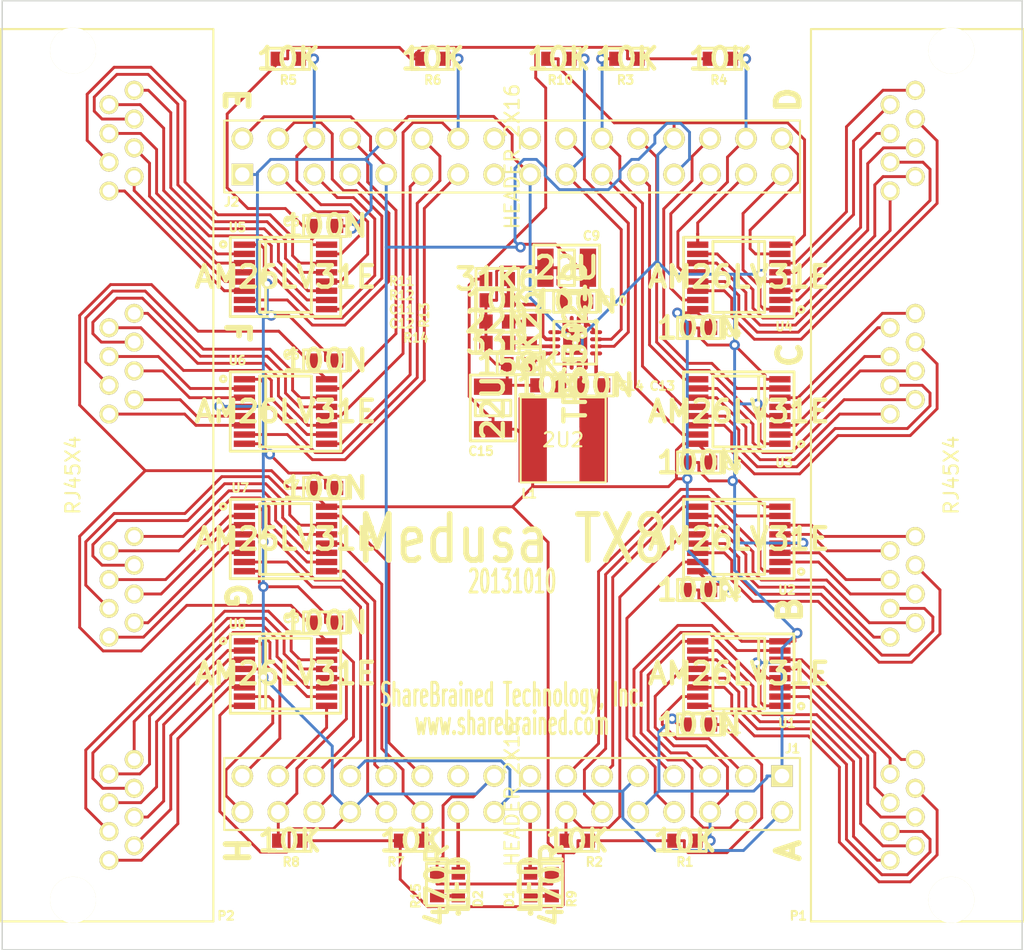
<source format=kicad_pcb>
(kicad_pcb (version 20171130) (host pcbnew "(5.1.12)-1")
  (layers (0 F.Cu signal) (31 B.Cu signal) (34 B.Paste user hide) (35 F.Paste user hide) (36 B.SilkS user hide) (37 F.SilkS user hide) (38 B.Mask user hide) (39 F.Mask user hide) (44 Edge.Cuts user))
  (net 0 "")
  (net 1 /AF0)
  (net 2 /AF1)
  (net 3 /AF11)
  (net 4 /AF12)
  (net 5 /AF13)
  (net 6 /AF14)
  (net 7 /AF15)
  (net 8 /AF16)
  (net 9 /AF17)
  (net 10 /AF18)
  (net 11 /AF19)
  (net 12 /AF2)
  (net 13 /AF3)
  (net 14 /AF4)
  (net 15 /AF5)
  (net 16 /AF6)
  (net 17 /AF7)
  (net 18 /AF9)
  (net 19 /AS0)
  (net 20 /AS1)
  (net 21 /AS2)
  (net 22 /AS3)
  (net 23 /BF0)
  (net 24 /BF1)
  (net 25 /BF10)
  (net 26 /BF11)
  (net 27 /BF12)
  (net 28 /BF13)
  (net 29 /BF14)
  (net 30 /BF15)
  (net 31 /BF16)
  (net 32 /BF17)
  (net 33 /BF18)
  (net 34 /BF19)
  (net 35 /BF2)
  (net 36 /BF3)
  (net 37 /BF4)
  (net 38 /BF5)
  (net 39 /BF6)
  (net 40 /BF7)
  (net 41 /BS0)
  (net 42 /BS1)
  (net 43 /BS2)
  (net 44 /BS3)
  (net 45 /SWPH)
  (net 46 /TX0N)
  (net 47 /TX0P)
  (net 48 /TX10N)
  (net 49 /TX10P)
  (net 50 /TX11N)
  (net 51 /TX11P)
  (net 52 /TX12N)
  (net 53 /TX12P)
  (net 54 /TX13N)
  (net 55 /TX13P)
  (net 56 /TX14N)
  (net 57 /TX14P)
  (net 58 /TX15N)
  (net 59 /TX15P)
  (net 60 /TX16N)
  (net 61 /TX16P)
  (net 62 /TX17N)
  (net 63 /TX17P)
  (net 64 /TX18N)
  (net 65 /TX18P)
  (net 66 /TX19N)
  (net 67 /TX19P)
  (net 68 /TX1N)
  (net 69 /TX1P)
  (net 70 /TX20N)
  (net 71 /TX20P)
  (net 72 /TX21N)
  (net 73 /TX21P)
  (net 74 /TX22N)
  (net 75 /TX22P)
  (net 76 /TX23N)
  (net 77 /TX23P)
  (net 78 /TX24N)
  (net 79 /TX24P)
  (net 80 /TX25N)
  (net 81 /TX25P)
  (net 82 /TX26N)
  (net 83 /TX26P)
  (net 84 /TX27N)
  (net 85 /TX27P)
  (net 86 /TX28N)
  (net 87 /TX28P)
  (net 88 /TX29N)
  (net 89 /TX29P)
  (net 90 /TX2N)
  (net 91 /TX2P)
  (net 92 /TX30N)
  (net 93 /TX30P)
  (net 94 /TX31N)
  (net 95 /TX31P)
  (net 96 /TX3N)
  (net 97 /TX3P)
  (net 98 /TX4N)
  (net 99 /TX4P)
  (net 100 /TX5N)
  (net 101 /TX5P)
  (net 102 /TX6N)
  (net 103 /TX6P)
  (net 104 /TX7N)
  (net 105 /TX7P)
  (net 106 /TX8N)
  (net 107 /TX8P)
  (net 108 /TX9N)
  (net 109 /TX9P)
  (net 110 /VTX)
  (net 111 /V_RAW)
  (net 112 GND)
  (net 113 Net-<C11-Pad1>)
  (net 114 Net-<C12-Pad1>)
  (net 115 Net-<C13-Pad1>)
  (net 116 Net-<C14-Pad1>)
  (net 117 Net-<D1-Pad2>)
  (net 118 Net-<D2-Pad2>)
  (net 119 Net-<R11-Pad2>)
  (net 120 Net-<R14-Pad2>)
  (module AMPHENOL_RJHSE508004 (layer F.Cu) (at 172 93.5 90)
    (fp_text reference P1 (at -31.1 -10.8 180) (layer F.SilkS) (effects (font (size 0.6096 0.6096) (thickness 0.1524))))
    (fp_text value RJ45X4 (at 0 0 90) (layer F.SilkS))
    (pad "" np_thru_hole circle (at -29.972 0 90) (size 3.25 3.25) (drill 3.25) (layers *.Cu *.Mask F.SilkS))
    (pad A8 thru_hole circle (at -27.178 -4.318 90) (size 1.3335 1.3335) (drill 0.889) (layers *.Cu *.Mask F.SilkS) (net 96 /TX3N))
    (pad A7 thru_hole circle (at -26.162 -2.54 90) (size 1.3335 1.3335) (drill 0.889) (layers *.Cu *.Mask F.SilkS) (net 97 /TX3P))
    (pad A6 thru_hole circle (at -25.146 -4.318 90) (size 1.3335 1.3335) (drill 0.889) (layers *.Cu *.Mask F.SilkS) (net 68 /TX1N))
    (pad A5 thru_hole circle (at -24.13 -2.54 90) (size 1.3335 1.3335) (drill 0.889) (layers *.Cu *.Mask F.SilkS) (net 91 /TX2P))
    (pad A4 thru_hole circle (at -23.114 -4.318 90) (size 1.3335 1.3335) (drill 0.889) (layers *.Cu *.Mask F.SilkS) (net 90 /TX2N))
    (pad A3 thru_hole circle (at -22.098 -2.54 90) (size 1.3335 1.3335) (drill 0.889) (layers *.Cu *.Mask F.SilkS) (net 69 /TX1P))
    (pad A2 thru_hole circle (at -21.082 -4.318 90) (size 1.3335 1.3335) (drill 0.889) (layers *.Cu *.Mask F.SilkS) (net 46 /TX0N))
    (pad A1 thru_hole circle (at -20.066 -2.54 90) (size 1.3335 1.3335) (drill 0.889) (layers *.Cu *.Mask F.SilkS) (net 47 /TX0P))
    (pad B8 thru_hole circle (at -11.43 -4.318 90) (size 1.3335 1.3335) (drill 0.889) (layers *.Cu *.Mask F.SilkS) (net 104 /TX7N))
    (pad B7 thru_hole circle (at -10.414 -2.54 90) (size 1.3335 1.3335) (drill 0.889) (layers *.Cu *.Mask F.SilkS) (net 105 /TX7P))
    (pad B6 thru_hole circle (at -9.398 -4.318 90) (size 1.3335 1.3335) (drill 0.889) (layers *.Cu *.Mask F.SilkS) (net 100 /TX5N))
    (pad B5 thru_hole circle (at -8.382 -2.54 90) (size 1.3335 1.3335) (drill 0.889) (layers *.Cu *.Mask F.SilkS) (net 103 /TX6P))
    (pad B4 thru_hole circle (at -7.366 -4.318 90) (size 1.3335 1.3335) (drill 0.889) (layers *.Cu *.Mask F.SilkS) (net 102 /TX6N))
    (pad B3 thru_hole circle (at -6.35 -2.54 90) (size 1.3335 1.3335) (drill 0.889) (layers *.Cu *.Mask F.SilkS) (net 101 /TX5P))
    (pad B2 thru_hole circle (at -5.334 -4.318 90) (size 1.3335 1.3335) (drill 0.889) (layers *.Cu *.Mask F.SilkS) (net 98 /TX4N))
    (pad B1 thru_hole circle (at -4.318 -2.54 90) (size 1.3335 1.3335) (drill 0.889) (layers *.Cu *.Mask F.SilkS) (net 99 /TX4P))
    (pad C1 thru_hole circle (at 11.43 -2.54 90) (size 1.3335 1.3335) (drill 0.889) (layers *.Cu *.Mask F.SilkS) (net 107 /TX8P))
    (pad C2 thru_hole circle (at 10.414 -4.318 90) (size 1.3335 1.3335) (drill 0.889) (layers *.Cu *.Mask F.SilkS) (net 106 /TX8N))
    (pad C3 thru_hole circle (at 9.398 -2.54 90) (size 1.3335 1.3335) (drill 0.889) (layers *.Cu *.Mask F.SilkS) (net 109 /TX9P))
    (pad C4 thru_hole circle (at 8.382 -4.318 90) (size 1.3335 1.3335) (drill 0.889) (layers *.Cu *.Mask F.SilkS) (net 48 /TX10N))
    (pad C5 thru_hole circle (at 7.366 -2.54 90) (size 1.3335 1.3335) (drill 0.889) (layers *.Cu *.Mask F.SilkS) (net 49 /TX10P))
    (pad C6 thru_hole circle (at 6.35 -4.318 90) (size 1.3335 1.3335) (drill 0.889) (layers *.Cu *.Mask F.SilkS) (net 108 /TX9N))
    (pad C7 thru_hole circle (at 5.334 -2.54 90) (size 1.3335 1.3335) (drill 0.889) (layers *.Cu *.Mask F.SilkS) (net 51 /TX11P))
    (pad C8 thru_hole circle (at 4.318 -4.318 90) (size 1.3335 1.3335) (drill 0.889) (layers *.Cu *.Mask F.SilkS) (net 50 /TX11N))
    (pad D1 thru_hole circle (at 27.178 -2.54 90) (size 1.3335 1.3335) (drill 0.889) (layers *.Cu *.Mask F.SilkS) (net 53 /TX12P))
    (pad D2 thru_hole circle (at 26.162 -4.318 90) (size 1.3335 1.3335) (drill 0.889) (layers *.Cu *.Mask F.SilkS) (net 52 /TX12N))
    (pad D3 thru_hole circle (at 25.146 -2.54 90) (size 1.3335 1.3335) (drill 0.889) (layers *.Cu *.Mask F.SilkS) (net 55 /TX13P))
    (pad D4 thru_hole circle (at 24.13 -4.318 90) (size 1.3335 1.3335) (drill 0.889) (layers *.Cu *.Mask F.SilkS) (net 56 /TX14N))
    (pad D5 thru_hole circle (at 23.114 -2.54 90) (size 1.3335 1.3335) (drill 0.889) (layers *.Cu *.Mask F.SilkS) (net 57 /TX14P))
    (pad D6 thru_hole circle (at 22.098 -4.318 90) (size 1.3335 1.3335) (drill 0.889) (layers *.Cu *.Mask F.SilkS) (net 54 /TX13N))
    (pad D7 thru_hole circle (at 21.082 -2.54 90) (size 1.3335 1.3335) (drill 0.889) (layers *.Cu *.Mask F.SilkS) (net 59 /TX15P))
    (pad D8 thru_hole circle (at 20.066 -4.318 90) (size 1.3335 1.3335) (drill 0.889) (layers *.Cu *.Mask F.SilkS) (net 58 /TX15N))
    (pad "" np_thru_hole circle (at 29.972 0 90) (size 3.25 3.25) (drill 3.25) (layers *.Cu *.Mask F.SilkS))
  )
  (module AMPHENOL_RJHSE508004 (layer F.Cu) (at 110 93.5 270)
    (fp_text reference P2 (at 31.1 -10.8) (layer F.SilkS) (effects (font (size 0.6096 0.6096) (thickness 0.1524))))
    (fp_text value RJ45X4 (at 0 0 270) (layer F.SilkS))
    (pad "" np_thru_hole circle (at -29.972 0 270) (size 3.25 3.25) (drill 3.25) (layers *.Cu *.Mask F.SilkS))
    (pad A8 thru_hole circle (at -27.178 -4.318 270) (size 1.3335 1.3335) (drill 0.889) (layers *.Cu *.Mask F.SilkS) (net 66 /TX19N))
    (pad A7 thru_hole circle (at -26.162 -2.54 270) (size 1.3335 1.3335) (drill 0.889) (layers *.Cu *.Mask F.SilkS) (net 67 /TX19P))
    (pad A6 thru_hole circle (at -25.146 -4.318 270) (size 1.3335 1.3335) (drill 0.889) (layers *.Cu *.Mask F.SilkS) (net 62 /TX17N))
    (pad A5 thru_hole circle (at -24.13 -2.54 270) (size 1.3335 1.3335) (drill 0.889) (layers *.Cu *.Mask F.SilkS) (net 65 /TX18P))
    (pad A4 thru_hole circle (at -23.114 -4.318 270) (size 1.3335 1.3335) (drill 0.889) (layers *.Cu *.Mask F.SilkS) (net 64 /TX18N))
    (pad A3 thru_hole circle (at -22.098 -2.54 270) (size 1.3335 1.3335) (drill 0.889) (layers *.Cu *.Mask F.SilkS) (net 63 /TX17P))
    (pad A2 thru_hole circle (at -21.082 -4.318 270) (size 1.3335 1.3335) (drill 0.889) (layers *.Cu *.Mask F.SilkS) (net 60 /TX16N))
    (pad A1 thru_hole circle (at -20.066 -2.54 270) (size 1.3335 1.3335) (drill 0.889) (layers *.Cu *.Mask F.SilkS) (net 61 /TX16P))
    (pad B8 thru_hole circle (at -11.43 -4.318 270) (size 1.3335 1.3335) (drill 0.889) (layers *.Cu *.Mask F.SilkS) (net 76 /TX23N))
    (pad B7 thru_hole circle (at -10.414 -2.54 270) (size 1.3335 1.3335) (drill 0.889) (layers *.Cu *.Mask F.SilkS) (net 77 /TX23P))
    (pad B6 thru_hole circle (at -9.398 -4.318 270) (size 1.3335 1.3335) (drill 0.889) (layers *.Cu *.Mask F.SilkS) (net 72 /TX21N))
    (pad B5 thru_hole circle (at -8.382 -2.54 270) (size 1.3335 1.3335) (drill 0.889) (layers *.Cu *.Mask F.SilkS) (net 75 /TX22P))
    (pad B4 thru_hole circle (at -7.366 -4.318 270) (size 1.3335 1.3335) (drill 0.889) (layers *.Cu *.Mask F.SilkS) (net 74 /TX22N))
    (pad B3 thru_hole circle (at -6.35 -2.54 270) (size 1.3335 1.3335) (drill 0.889) (layers *.Cu *.Mask F.SilkS) (net 73 /TX21P))
    (pad B2 thru_hole circle (at -5.334 -4.318 270) (size 1.3335 1.3335) (drill 0.889) (layers *.Cu *.Mask F.SilkS) (net 70 /TX20N))
    (pad B1 thru_hole circle (at -4.318 -2.54 270) (size 1.3335 1.3335) (drill 0.889) (layers *.Cu *.Mask F.SilkS) (net 71 /TX20P))
    (pad C1 thru_hole circle (at 11.43 -2.54 270) (size 1.3335 1.3335) (drill 0.889) (layers *.Cu *.Mask F.SilkS) (net 79 /TX24P))
    (pad C2 thru_hole circle (at 10.414 -4.318 270) (size 1.3335 1.3335) (drill 0.889) (layers *.Cu *.Mask F.SilkS) (net 78 /TX24N))
    (pad C3 thru_hole circle (at 9.398 -2.54 270) (size 1.3335 1.3335) (drill 0.889) (layers *.Cu *.Mask F.SilkS) (net 81 /TX25P))
    (pad C4 thru_hole circle (at 8.382 -4.318 270) (size 1.3335 1.3335) (drill 0.889) (layers *.Cu *.Mask F.SilkS) (net 82 /TX26N))
    (pad C5 thru_hole circle (at 7.366 -2.54 270) (size 1.3335 1.3335) (drill 0.889) (layers *.Cu *.Mask F.SilkS) (net 83 /TX26P))
    (pad C6 thru_hole circle (at 6.35 -4.318 270) (size 1.3335 1.3335) (drill 0.889) (layers *.Cu *.Mask F.SilkS) (net 80 /TX25N))
    (pad C7 thru_hole circle (at 5.334 -2.54 270) (size 1.3335 1.3335) (drill 0.889) (layers *.Cu *.Mask F.SilkS) (net 85 /TX27P))
    (pad C8 thru_hole circle (at 4.318 -4.318 270) (size 1.3335 1.3335) (drill 0.889) (layers *.Cu *.Mask F.SilkS) (net 84 /TX27N))
    (pad D1 thru_hole circle (at 27.178 -2.54 270) (size 1.3335 1.3335) (drill 0.889) (layers *.Cu *.Mask F.SilkS) (net 87 /TX28P))
    (pad D2 thru_hole circle (at 26.162 -4.318 270) (size 1.3335 1.3335) (drill 0.889) (layers *.Cu *.Mask F.SilkS) (net 86 /TX28N))
    (pad D3 thru_hole circle (at 25.146 -2.54 270) (size 1.3335 1.3335) (drill 0.889) (layers *.Cu *.Mask F.SilkS) (net 89 /TX29P))
    (pad D4 thru_hole circle (at 24.13 -4.318 270) (size 1.3335 1.3335) (drill 0.889) (layers *.Cu *.Mask F.SilkS) (net 92 /TX30N))
    (pad D5 thru_hole circle (at 23.114 -2.54 270) (size 1.3335 1.3335) (drill 0.889) (layers *.Cu *.Mask F.SilkS) (net 93 /TX30P))
    (pad D6 thru_hole circle (at 22.098 -4.318 270) (size 1.3335 1.3335) (drill 0.889) (layers *.Cu *.Mask F.SilkS) (net 88 /TX29N))
    (pad D7 thru_hole circle (at 21.082 -2.54 270) (size 1.3335 1.3335) (drill 0.889) (layers *.Cu *.Mask F.SilkS) (net 95 /TX31P))
    (pad D8 thru_hole circle (at 20.066 -4.318 270) (size 1.3335 1.3335) (drill 0.889) (layers *.Cu *.Mask F.SilkS) (net 94 /TX31N))
    (pad "" np_thru_hole circle (at 29.972 0 270) (size 3.25 3.25) (drill 3.25) (layers *.Cu *.Mask F.SilkS))
  )
  (module IPC_SOP65P640X120-16N (layer F.Cu) (at 157 89 180)
    (fp_text reference U3 (at -3.2 -3.6 180) (layer F.SilkS) (effects (font (size 0.6096 0.6096) (thickness 0.1524))))
    (fp_text value AM26LV31E (at 0 0 180) (layer F.SilkS) (effects (font (size 1.524 1.524) (thickness 0.3048))))
    (pad 1 smd rect (at -2.90068 -2.27584 180) (size 1.50114 0.44958) (layers F.Cu F.Paste F.Mask) (net 29 /BF14))
    (pad 2 smd rect (at -2.90068 -1.6256 180) (size 1.50114 0.44958) (layers F.Cu F.Paste F.Mask) (net 49 /TX10P))
    (pad 3 smd rect (at -2.90068 -0.97536 180) (size 1.50114 0.44958) (layers F.Cu F.Paste F.Mask) (net 48 /TX10N))
    (pad 4 smd rect (at -2.90068 -0.32512 180) (size 1.50114 0.44958) (layers F.Cu F.Paste F.Mask) (net 112 GND))
    (pad 5 smd rect (at -2.90068 0.32512 180) (size 1.50114 0.44958) (layers F.Cu F.Paste F.Mask) (net 106 /TX8N))
    (pad 6 smd rect (at -2.90068 0.97536 180) (size 1.50114 0.44958) (layers F.Cu F.Paste F.Mask) (net 107 /TX8P))
    (pad 7 smd rect (at -2.90068 1.6256 180) (size 1.50114 0.44958) (layers F.Cu F.Paste F.Mask) (net 31 /BF16))
    (pad 8 smd rect (at -2.90068 2.27584 180) (size 1.50114 0.44958) (layers F.Cu F.Paste F.Mask) (net 112 GND))
    (pad 9 smd rect (at 2.90068 2.27584 180) (size 1.50114 0.44958) (layers F.Cu F.Paste F.Mask) (net 28 /BF13))
    (pad 10 smd rect (at 2.90068 1.6256 180) (size 1.50114 0.44958) (layers F.Cu F.Paste F.Mask) (net 51 /TX11P))
    (pad 11 smd rect (at 2.90068 0.97536 180) (size 1.50114 0.44958) (layers F.Cu F.Paste F.Mask) (net 50 /TX11N))
    (pad 12 smd rect (at 2.90068 0.32512 180) (size 1.50114 0.44958) (layers F.Cu F.Paste F.Mask) (net 43 /BS2))
    (pad 13 smd rect (at 2.90068 -0.32512 180) (size 1.50114 0.44958) (layers F.Cu F.Paste F.Mask) (net 108 /TX9N))
    (pad 14 smd rect (at 2.90068 -0.97536 180) (size 1.50114 0.44958) (layers F.Cu F.Paste F.Mask) (net 109 /TX9P))
    (pad 15 smd rect (at 2.90068 -1.6256 180) (size 1.50114 0.44958) (layers F.Cu F.Paste F.Mask) (net 27 /BF12))
    (pad 16 smd rect (at 2.90068 -2.27584 180) (size 1.50114 0.44958) (layers F.Cu F.Paste F.Mask) (net 110 /VTX))
  )
  (module IPC_SOP65P640X120-16N (layer F.Cu) (at 157 79.5 180)
    (fp_text reference U4 (at -3.2 -3.5 180) (layer F.SilkS) (effects (font (size 0.6096 0.6096) (thickness 0.1524))))
    (fp_text value AM26LV31E (at 0 0 180) (layer F.SilkS) (effects (font (size 1.524 1.524) (thickness 0.3048))))
    (pad 1 smd rect (at -2.90068 -2.27584 180) (size 1.50114 0.44958) (layers F.Cu F.Paste F.Mask) (net 33 /BF18))
    (pad 2 smd rect (at -2.90068 -1.6256 180) (size 1.50114 0.44958) (layers F.Cu F.Paste F.Mask) (net 57 /TX14P))
    (pad 3 smd rect (at -2.90068 -0.97536 180) (size 1.50114 0.44958) (layers F.Cu F.Paste F.Mask) (net 56 /TX14N))
    (pad 4 smd rect (at -2.90068 -0.32512 180) (size 1.50114 0.44958) (layers F.Cu F.Paste F.Mask) (net 112 GND))
    (pad 5 smd rect (at -2.90068 0.32512 180) (size 1.50114 0.44958) (layers F.Cu F.Paste F.Mask) (net 52 /TX12N))
    (pad 6 smd rect (at -2.90068 0.97536 180) (size 1.50114 0.44958) (layers F.Cu F.Paste F.Mask) (net 53 /TX12P))
    (pad 7 smd rect (at -2.90068 1.6256 180) (size 1.50114 0.44958) (layers F.Cu F.Paste F.Mask) (net 34 /BF19))
    (pad 8 smd rect (at -2.90068 2.27584 180) (size 1.50114 0.44958) (layers F.Cu F.Paste F.Mask) (net 112 GND))
    (pad 9 smd rect (at 2.90068 2.27584 180) (size 1.50114 0.44958) (layers F.Cu F.Paste F.Mask) (net 32 /BF17))
    (pad 10 smd rect (at 2.90068 1.6256 180) (size 1.50114 0.44958) (layers F.Cu F.Paste F.Mask) (net 59 /TX15P))
    (pad 11 smd rect (at 2.90068 0.97536 180) (size 1.50114 0.44958) (layers F.Cu F.Paste F.Mask) (net 58 /TX15N))
    (pad 12 smd rect (at 2.90068 0.32512 180) (size 1.50114 0.44958) (layers F.Cu F.Paste F.Mask) (net 44 /BS3))
    (pad 13 smd rect (at 2.90068 -0.32512 180) (size 1.50114 0.44958) (layers F.Cu F.Paste F.Mask) (net 54 /TX13N))
    (pad 14 smd rect (at 2.90068 -0.97536 180) (size 1.50114 0.44958) (layers F.Cu F.Paste F.Mask) (net 55 /TX13P))
    (pad 15 smd rect (at 2.90068 -1.6256 180) (size 1.50114 0.44958) (layers F.Cu F.Paste F.Mask) (net 30 /BF15))
    (pad 16 smd rect (at 2.90068 -2.27584 180) (size 1.50114 0.44958) (layers F.Cu F.Paste F.Mask) (net 110 /VTX))
  )
  (module IPC_SOP65P640X120-16N (layer F.Cu) (at 125 79.5)
    (fp_text reference U5 (at -3.4 -3.5) (layer F.SilkS) (effects (font (size 0.6096 0.6096) (thickness 0.1524))))
    (fp_text value AM26LV31E (at 0 0) (layer F.SilkS) (effects (font (size 1.524 1.524) (thickness 0.3048))))
    (pad 1 smd rect (at -2.90068 -2.27584) (size 1.50114 0.44958) (layers F.Cu F.Paste F.Mask) (net 24 /BF1))
    (pad 2 smd rect (at -2.90068 -1.6256) (size 1.50114 0.44958) (layers F.Cu F.Paste F.Mask) (net 65 /TX18P))
    (pad 3 smd rect (at -2.90068 -0.97536) (size 1.50114 0.44958) (layers F.Cu F.Paste F.Mask) (net 64 /TX18N))
    (pad 4 smd rect (at -2.90068 -0.32512) (size 1.50114 0.44958) (layers F.Cu F.Paste F.Mask) (net 112 GND))
    (pad 5 smd rect (at -2.90068 0.32512) (size 1.50114 0.44958) (layers F.Cu F.Paste F.Mask) (net 60 /TX16N))
    (pad 6 smd rect (at -2.90068 0.97536) (size 1.50114 0.44958) (layers F.Cu F.Paste F.Mask) (net 61 /TX16P))
    (pad 7 smd rect (at -2.90068 1.6256) (size 1.50114 0.44958) (layers F.Cu F.Paste F.Mask) (net 36 /BF3))
    (pad 8 smd rect (at -2.90068 2.27584) (size 1.50114 0.44958) (layers F.Cu F.Paste F.Mask) (net 112 GND))
    (pad 9 smd rect (at 2.90068 2.27584) (size 1.50114 0.44958) (layers F.Cu F.Paste F.Mask) (net 35 /BF2))
    (pad 10 smd rect (at 2.90068 1.6256) (size 1.50114 0.44958) (layers F.Cu F.Paste F.Mask) (net 67 /TX19P))
    (pad 11 smd rect (at 2.90068 0.97536) (size 1.50114 0.44958) (layers F.Cu F.Paste F.Mask) (net 66 /TX19N))
    (pad 12 smd rect (at 2.90068 0.32512) (size 1.50114 0.44958) (layers F.Cu F.Paste F.Mask) (net 41 /BS0))
    (pad 13 smd rect (at 2.90068 -0.32512) (size 1.50114 0.44958) (layers F.Cu F.Paste F.Mask) (net 62 /TX17N))
    (pad 14 smd rect (at 2.90068 -0.97536) (size 1.50114 0.44958) (layers F.Cu F.Paste F.Mask) (net 63 /TX17P))
    (pad 15 smd rect (at 2.90068 -1.6256) (size 1.50114 0.44958) (layers F.Cu F.Paste F.Mask) (net 23 /BF0))
    (pad 16 smd rect (at 2.90068 -2.27584) (size 1.50114 0.44958) (layers F.Cu F.Paste F.Mask) (net 110 /VTX))
  )
  (module IPC_SOP65P640X120-16N (layer F.Cu) (at 125 89)
    (fp_text reference U6 (at -3.4 -3.6) (layer F.SilkS) (effects (font (size 0.6096 0.6096) (thickness 0.1524))))
    (fp_text value AM26LV31E (at 0 0) (layer F.SilkS) (effects (font (size 1.524 1.524) (thickness 0.3048))))
    (pad 1 smd rect (at -2.90068 -2.27584) (size 1.50114 0.44958) (layers F.Cu F.Paste F.Mask) (net 39 /BF6))
    (pad 2 smd rect (at -2.90068 -1.6256) (size 1.50114 0.44958) (layers F.Cu F.Paste F.Mask) (net 75 /TX22P))
    (pad 3 smd rect (at -2.90068 -0.97536) (size 1.50114 0.44958) (layers F.Cu F.Paste F.Mask) (net 74 /TX22N))
    (pad 4 smd rect (at -2.90068 -0.32512) (size 1.50114 0.44958) (layers F.Cu F.Paste F.Mask) (net 112 GND))
    (pad 5 smd rect (at -2.90068 0.32512) (size 1.50114 0.44958) (layers F.Cu F.Paste F.Mask) (net 70 /TX20N))
    (pad 6 smd rect (at -2.90068 0.97536) (size 1.50114 0.44958) (layers F.Cu F.Paste F.Mask) (net 71 /TX20P))
    (pad 7 smd rect (at -2.90068 1.6256) (size 1.50114 0.44958) (layers F.Cu F.Paste F.Mask) (net 40 /BF7))
    (pad 8 smd rect (at -2.90068 2.27584) (size 1.50114 0.44958) (layers F.Cu F.Paste F.Mask) (net 112 GND))
    (pad 9 smd rect (at 2.90068 2.27584) (size 1.50114 0.44958) (layers F.Cu F.Paste F.Mask) (net 38 /BF5))
    (pad 10 smd rect (at 2.90068 1.6256) (size 1.50114 0.44958) (layers F.Cu F.Paste F.Mask) (net 77 /TX23P))
    (pad 11 smd rect (at 2.90068 0.97536) (size 1.50114 0.44958) (layers F.Cu F.Paste F.Mask) (net 76 /TX23N))
    (pad 12 smd rect (at 2.90068 0.32512) (size 1.50114 0.44958) (layers F.Cu F.Paste F.Mask) (net 42 /BS1))
    (pad 13 smd rect (at 2.90068 -0.32512) (size 1.50114 0.44958) (layers F.Cu F.Paste F.Mask) (net 72 /TX21N))
    (pad 14 smd rect (at 2.90068 -0.97536) (size 1.50114 0.44958) (layers F.Cu F.Paste F.Mask) (net 73 /TX21P))
    (pad 15 smd rect (at 2.90068 -1.6256) (size 1.50114 0.44958) (layers F.Cu F.Paste F.Mask) (net 37 /BF4))
    (pad 16 smd rect (at 2.90068 -2.27584) (size 1.50114 0.44958) (layers F.Cu F.Paste F.Mask) (net 110 /VTX))
  )
  (module IPC_SOP65P640X120-16N (layer F.Cu) (at 125 98)
    (fp_text reference U7 (at -3.2 -3.6) (layer F.SilkS) (effects (font (size 0.6096 0.6096) (thickness 0.1524))))
    (fp_text value AM26LV31E (at 0 0) (layer F.SilkS) (effects (font (size 1.524 1.524) (thickness 0.3048))))
    (pad 1 smd rect (at -2.90068 -2.27584) (size 1.50114 0.44958) (layers F.Cu F.Paste F.Mask) (net 6 /AF14))
    (pad 2 smd rect (at -2.90068 -1.6256) (size 1.50114 0.44958) (layers F.Cu F.Paste F.Mask) (net 83 /TX26P))
    (pad 3 smd rect (at -2.90068 -0.97536) (size 1.50114 0.44958) (layers F.Cu F.Paste F.Mask) (net 82 /TX26N))
    (pad 4 smd rect (at -2.90068 -0.32512) (size 1.50114 0.44958) (layers F.Cu F.Paste F.Mask) (net 112 GND))
    (pad 5 smd rect (at -2.90068 0.32512) (size 1.50114 0.44958) (layers F.Cu F.Paste F.Mask) (net 78 /TX24N))
    (pad 6 smd rect (at -2.90068 0.97536) (size 1.50114 0.44958) (layers F.Cu F.Paste F.Mask) (net 79 /TX24P))
    (pad 7 smd rect (at -2.90068 1.6256) (size 1.50114 0.44958) (layers F.Cu F.Paste F.Mask) (net 8 /AF16))
    (pad 8 smd rect (at -2.90068 2.27584) (size 1.50114 0.44958) (layers F.Cu F.Paste F.Mask) (net 112 GND))
    (pad 9 smd rect (at 2.90068 2.27584) (size 1.50114 0.44958) (layers F.Cu F.Paste F.Mask) (net 5 /AF13))
    (pad 10 smd rect (at 2.90068 1.6256) (size 1.50114 0.44958) (layers F.Cu F.Paste F.Mask) (net 85 /TX27P))
    (pad 11 smd rect (at 2.90068 0.97536) (size 1.50114 0.44958) (layers F.Cu F.Paste F.Mask) (net 84 /TX27N))
    (pad 12 smd rect (at 2.90068 0.32512) (size 1.50114 0.44958) (layers F.Cu F.Paste F.Mask) (net 21 /AS2))
    (pad 13 smd rect (at 2.90068 -0.32512) (size 1.50114 0.44958) (layers F.Cu F.Paste F.Mask) (net 80 /TX25N))
    (pad 14 smd rect (at 2.90068 -0.97536) (size 1.50114 0.44958) (layers F.Cu F.Paste F.Mask) (net 81 /TX25P))
    (pad 15 smd rect (at 2.90068 -1.6256) (size 1.50114 0.44958) (layers F.Cu F.Paste F.Mask) (net 4 /AF12))
    (pad 16 smd rect (at 2.90068 -2.27584) (size 1.50114 0.44958) (layers F.Cu F.Paste F.Mask) (net 110 /VTX))
  )
  (module IPC_SOP65P640X120-16N (layer F.Cu) (at 125 107.5)
    (fp_text reference U8 (at -3.4 -3.5) (layer F.SilkS) (effects (font (size 0.6096 0.6096) (thickness 0.1524))))
    (fp_text value AM26LV31E (at 0 0) (layer F.SilkS) (effects (font (size 1.524 1.524) (thickness 0.3048))))
    (pad 1 smd rect (at -2.90068 -2.27584) (size 1.50114 0.44958) (layers F.Cu F.Paste F.Mask) (net 10 /AF18))
    (pad 2 smd rect (at -2.90068 -1.6256) (size 1.50114 0.44958) (layers F.Cu F.Paste F.Mask) (net 93 /TX30P))
    (pad 3 smd rect (at -2.90068 -0.97536) (size 1.50114 0.44958) (layers F.Cu F.Paste F.Mask) (net 92 /TX30N))
    (pad 4 smd rect (at -2.90068 -0.32512) (size 1.50114 0.44958) (layers F.Cu F.Paste F.Mask) (net 112 GND))
    (pad 5 smd rect (at -2.90068 0.32512) (size 1.50114 0.44958) (layers F.Cu F.Paste F.Mask) (net 86 /TX28N))
    (pad 6 smd rect (at -2.90068 0.97536) (size 1.50114 0.44958) (layers F.Cu F.Paste F.Mask) (net 87 /TX28P))
    (pad 7 smd rect (at -2.90068 1.6256) (size 1.50114 0.44958) (layers F.Cu F.Paste F.Mask) (net 11 /AF19))
    (pad 8 smd rect (at -2.90068 2.27584) (size 1.50114 0.44958) (layers F.Cu F.Paste F.Mask) (net 112 GND))
    (pad 9 smd rect (at 2.90068 2.27584) (size 1.50114 0.44958) (layers F.Cu F.Paste F.Mask) (net 9 /AF17))
    (pad 10 smd rect (at 2.90068 1.6256) (size 1.50114 0.44958) (layers F.Cu F.Paste F.Mask) (net 95 /TX31P))
    (pad 11 smd rect (at 2.90068 0.97536) (size 1.50114 0.44958) (layers F.Cu F.Paste F.Mask) (net 94 /TX31N))
    (pad 12 smd rect (at 2.90068 0.32512) (size 1.50114 0.44958) (layers F.Cu F.Paste F.Mask) (net 22 /AS3))
    (pad 13 smd rect (at 2.90068 -0.32512) (size 1.50114 0.44958) (layers F.Cu F.Paste F.Mask) (net 88 /TX29N))
    (pad 14 smd rect (at 2.90068 -0.97536) (size 1.50114 0.44958) (layers F.Cu F.Paste F.Mask) (net 89 /TX29P))
    (pad 15 smd rect (at 2.90068 -1.6256) (size 1.50114 0.44958) (layers F.Cu F.Paste F.Mask) (net 7 /AF15))
    (pad 16 smd rect (at 2.90068 -2.27584) (size 1.50114 0.44958) (layers F.Cu F.Paste F.Mask) (net 110 /VTX))
  )
  (module IPC_SOP65P640X120-16N (layer F.Cu) (at 157 107.5 180)
    (fp_text reference U1 (at -3.4 -3.5 180) (layer F.SilkS) (effects (font (size 0.6096 0.6096) (thickness 0.1524))))
    (fp_text value AM26LV31E (at 0 0 180) (layer F.SilkS) (effects (font (size 1.524 1.524) (thickness 0.3048))))
    (pad 1 smd rect (at -2.90068 -2.27584 180) (size 1.50114 0.44958) (layers F.Cu F.Paste F.Mask) (net 2 /AF1))
    (pad 2 smd rect (at -2.90068 -1.6256 180) (size 1.50114 0.44958) (layers F.Cu F.Paste F.Mask) (net 91 /TX2P))
    (pad 3 smd rect (at -2.90068 -0.97536 180) (size 1.50114 0.44958) (layers F.Cu F.Paste F.Mask) (net 90 /TX2N))
    (pad 4 smd rect (at -2.90068 -0.32512 180) (size 1.50114 0.44958) (layers F.Cu F.Paste F.Mask) (net 112 GND))
    (pad 5 smd rect (at -2.90068 0.32512 180) (size 1.50114 0.44958) (layers F.Cu F.Paste F.Mask) (net 46 /TX0N))
    (pad 6 smd rect (at -2.90068 0.97536 180) (size 1.50114 0.44958) (layers F.Cu F.Paste F.Mask) (net 47 /TX0P))
    (pad 7 smd rect (at -2.90068 1.6256 180) (size 1.50114 0.44958) (layers F.Cu F.Paste F.Mask) (net 13 /AF3))
    (pad 8 smd rect (at -2.90068 2.27584 180) (size 1.50114 0.44958) (layers F.Cu F.Paste F.Mask) (net 112 GND))
    (pad 9 smd rect (at 2.90068 2.27584 180) (size 1.50114 0.44958) (layers F.Cu F.Paste F.Mask) (net 12 /AF2))
    (pad 10 smd rect (at 2.90068 1.6256 180) (size 1.50114 0.44958) (layers F.Cu F.Paste F.Mask) (net 97 /TX3P))
    (pad 11 smd rect (at 2.90068 0.97536 180) (size 1.50114 0.44958) (layers F.Cu F.Paste F.Mask) (net 96 /TX3N))
    (pad 12 smd rect (at 2.90068 0.32512 180) (size 1.50114 0.44958) (layers F.Cu F.Paste F.Mask) (net 19 /AS0))
    (pad 13 smd rect (at 2.90068 -0.32512 180) (size 1.50114 0.44958) (layers F.Cu F.Paste F.Mask) (net 68 /TX1N))
    (pad 14 smd rect (at 2.90068 -0.97536 180) (size 1.50114 0.44958) (layers F.Cu F.Paste F.Mask) (net 69 /TX1P))
    (pad 15 smd rect (at 2.90068 -1.6256 180) (size 1.50114 0.44958) (layers F.Cu F.Paste F.Mask) (net 1 /AF0))
    (pad 16 smd rect (at 2.90068 -2.27584 180) (size 1.50114 0.44958) (layers F.Cu F.Paste F.Mask) (net 110 /VTX))
  )
  (module IPC_SOP65P640X120-16N (layer F.Cu) (at 157 98 180)
    (fp_text reference U2 (at -3.4 -3.6 180) (layer F.SilkS) (effects (font (size 0.6096 0.6096) (thickness 0.1524))))
    (fp_text value AM26LV31E (at 0 0 180) (layer F.SilkS) (effects (font (size 1.524 1.524) (thickness 0.3048))))
    (pad 1 smd rect (at -2.90068 -2.27584 180) (size 1.50114 0.44958) (layers F.Cu F.Paste F.Mask) (net 16 /AF6))
    (pad 2 smd rect (at -2.90068 -1.6256 180) (size 1.50114 0.44958) (layers F.Cu F.Paste F.Mask) (net 103 /TX6P))
    (pad 3 smd rect (at -2.90068 -0.97536 180) (size 1.50114 0.44958) (layers F.Cu F.Paste F.Mask) (net 102 /TX6N))
    (pad 4 smd rect (at -2.90068 -0.32512 180) (size 1.50114 0.44958) (layers F.Cu F.Paste F.Mask) (net 112 GND))
    (pad 5 smd rect (at -2.90068 0.32512 180) (size 1.50114 0.44958) (layers F.Cu F.Paste F.Mask) (net 98 /TX4N))
    (pad 6 smd rect (at -2.90068 0.97536 180) (size 1.50114 0.44958) (layers F.Cu F.Paste F.Mask) (net 99 /TX4P))
    (pad 7 smd rect (at -2.90068 1.6256 180) (size 1.50114 0.44958) (layers F.Cu F.Paste F.Mask) (net 17 /AF7))
    (pad 8 smd rect (at -2.90068 2.27584 180) (size 1.50114 0.44958) (layers F.Cu F.Paste F.Mask) (net 112 GND))
    (pad 9 smd rect (at 2.90068 2.27584 180) (size 1.50114 0.44958) (layers F.Cu F.Paste F.Mask) (net 15 /AF5))
    (pad 10 smd rect (at 2.90068 1.6256 180) (size 1.50114 0.44958) (layers F.Cu F.Paste F.Mask) (net 105 /TX7P))
    (pad 11 smd rect (at 2.90068 0.97536 180) (size 1.50114 0.44958) (layers F.Cu F.Paste F.Mask) (net 104 /TX7N))
    (pad 12 smd rect (at 2.90068 0.32512 180) (size 1.50114 0.44958) (layers F.Cu F.Paste F.Mask) (net 20 /AS1))
    (pad 13 smd rect (at 2.90068 -0.32512 180) (size 1.50114 0.44958) (layers F.Cu F.Paste F.Mask) (net 100 /TX5N))
    (pad 14 smd rect (at 2.90068 -0.97536 180) (size 1.50114 0.44958) (layers F.Cu F.Paste F.Mask) (net 101 /TX5P))
    (pad 15 smd rect (at 2.90068 -1.6256 180) (size 1.50114 0.44958) (layers F.Cu F.Paste F.Mask) (net 14 /AF4))
    (pad 16 smd rect (at 2.90068 -2.27584 180) (size 1.50114 0.44958) (layers F.Cu F.Paste F.Mask) (net 110 /VTX))
  )
  (module HEADER_16X2_TH_254 (layer F.Cu) (at 141 116 270)
    (fp_text reference J1 (at -3.2 -19.8) (layer F.SilkS) (effects (font (size 0.6096 0.6096) (thickness 0.1524))))
    (fp_text value HEADER_2X16 (at 0 0 270) (layer F.SilkS))
    (pad 1 thru_hole rect (at -1.27 -19.05 270) (size 1.524 1.524) (drill 1.016) (layers *.Cu *.Mask F.SilkS) (net 112 GND))
    (pad 2 thru_hole circle (at 1.27 -19.05 270) (size 1.524 1.524) (drill 1.016) (layers *.Cu *.Mask F.SilkS) (net 111 /V_RAW))
    (pad 3 thru_hole circle (at -1.27 -16.51 270) (size 1.524 1.524) (drill 1.016) (layers *.Cu *.Mask F.SilkS) (net 1 /AF0))
    (pad 4 thru_hole circle (at 1.27 -16.51 270) (size 1.524 1.524) (drill 1.016) (layers *.Cu *.Mask F.SilkS) (net 2 /AF1))
    (pad 5 thru_hole circle (at -1.27 -13.97 270) (size 1.524 1.524) (drill 1.016) (layers *.Cu *.Mask F.SilkS) (net 12 /AF2))
    (pad 6 thru_hole circle (at 1.27 -13.97 270) (size 1.524 1.524) (drill 1.016) (layers *.Cu *.Mask F.SilkS) (net 19 /AS0))
    (pad 7 thru_hole circle (at -1.27 -11.43 270) (size 1.524 1.524) (drill 1.016) (layers *.Cu *.Mask F.SilkS) (net 13 /AF3))
    (pad 8 thru_hole circle (at 1.27 -11.43 270) (size 1.524 1.524) (drill 1.016) (layers *.Cu *.Mask F.SilkS) (net 14 /AF4))
    (pad 9 thru_hole circle (at -1.27 -8.89 270) (size 1.524 1.524) (drill 1.016) (layers *.Cu *.Mask F.SilkS) (net 111 /V_RAW))
    (pad 10 thru_hole circle (at 1.27 -8.89 270) (size 1.524 1.524) (drill 1.016) (layers *.Cu *.Mask F.SilkS) (net 112 GND))
    (pad 11 thru_hole circle (at -1.27 -6.35 270) (size 1.524 1.524) (drill 1.016) (layers *.Cu *.Mask F.SilkS) (net 15 /AF5))
    (pad 12 thru_hole circle (at 1.27 -6.35 270) (size 1.524 1.524) (drill 1.016) (layers *.Cu *.Mask F.SilkS) (net 16 /AF6))
    (pad 13 thru_hole circle (at -1.27 -3.81 270) (size 1.524 1.524) (drill 1.016) (layers *.Cu *.Mask F.SilkS) (net 17 /AF7))
    (pad 14 thru_hole circle (at 1.27 -3.81 270) (size 1.524 1.524) (drill 1.016) (layers *.Cu *.Mask F.SilkS) (net 20 /AS1))
    (pad 15 thru_hole circle (at -1.27 -1.27 270) (size 1.524 1.524) (drill 1.016) (layers *.Cu *.Mask F.SilkS))
    (pad 16 thru_hole circle (at 1.27 -1.27 270) (size 1.524 1.524) (drill 1.016) (layers *.Cu *.Mask F.SilkS) (net 18 /AF9))
    (pad 17 thru_hole circle (at -1.27 1.27 270) (size 1.524 1.524) (drill 1.016) (layers *.Cu *.Mask F.SilkS) (net 112 GND))
    (pad 18 thru_hole circle (at 1.27 1.27 270) (size 1.524 1.524) (drill 1.016) (layers *.Cu *.Mask F.SilkS) (net 111 /V_RAW))
    (pad 19 thru_hole circle (at -1.27 3.81 270) (size 1.524 1.524) (drill 1.016) (layers *.Cu *.Mask F.SilkS))
    (pad 20 thru_hole circle (at 1.27 3.81 270) (size 1.524 1.524) (drill 1.016) (layers *.Cu *.Mask F.SilkS) (net 3 /AF11))
    (pad 21 thru_hole circle (at -1.27 6.35 270) (size 1.524 1.524) (drill 1.016) (layers *.Cu *.Mask F.SilkS) (net 4 /AF12))
    (pad 22 thru_hole circle (at 1.27 6.35 270) (size 1.524 1.524) (drill 1.016) (layers *.Cu *.Mask F.SilkS) (net 21 /AS2))
    (pad 23 thru_hole circle (at -1.27 8.89 270) (size 1.524 1.524) (drill 1.016) (layers *.Cu *.Mask F.SilkS) (net 5 /AF13))
    (pad 24 thru_hole circle (at 1.27 8.89 270) (size 1.524 1.524) (drill 1.016) (layers *.Cu *.Mask F.SilkS) (net 6 /AF14))
    (pad 25 thru_hole circle (at -1.27 11.43 270) (size 1.524 1.524) (drill 1.016) (layers *.Cu *.Mask F.SilkS) (net 111 /V_RAW))
    (pad 26 thru_hole circle (at 1.27 11.43 270) (size 1.524 1.524) (drill 1.016) (layers *.Cu *.Mask F.SilkS) (net 112 GND))
    (pad 27 thru_hole circle (at -1.27 13.97 270) (size 1.524 1.524) (drill 1.016) (layers *.Cu *.Mask F.SilkS) (net 7 /AF15))
    (pad 28 thru_hole circle (at 1.27 13.97 270) (size 1.524 1.524) (drill 1.016) (layers *.Cu *.Mask F.SilkS) (net 8 /AF16))
    (pad 29 thru_hole circle (at -1.27 16.51 270) (size 1.524 1.524) (drill 1.016) (layers *.Cu *.Mask F.SilkS) (net 9 /AF17))
    (pad 30 thru_hole circle (at 1.27 16.51 270) (size 1.524 1.524) (drill 1.016) (layers *.Cu *.Mask F.SilkS) (net 22 /AS3))
    (pad 31 thru_hole circle (at -1.27 19.05 270) (size 1.524 1.524) (drill 1.016) (layers *.Cu *.Mask F.SilkS) (net 10 /AF18))
    (pad 32 thru_hole circle (at 1.27 19.05 270) (size 1.524 1.524) (drill 1.016) (layers *.Cu *.Mask F.SilkS) (net 11 /AF19))
  )
  (module HEADER_16X2_TH_254 (layer F.Cu) (at 141 71 90)
    (fp_text reference J2 (at -3.2 -19.8 180) (layer F.SilkS) (effects (font (size 0.6096 0.6096) (thickness 0.1524))))
    (fp_text value HEADER_2X16 (at 0 0 90) (layer F.SilkS))
    (pad 1 thru_hole rect (at -1.27 -19.05 90) (size 1.524 1.524) (drill 1.016) (layers *.Cu *.Mask F.SilkS) (net 112 GND))
    (pad 2 thru_hole circle (at 1.27 -19.05 90) (size 1.524 1.524) (drill 1.016) (layers *.Cu *.Mask F.SilkS) (net 111 /V_RAW))
    (pad 3 thru_hole circle (at -1.27 -16.51 90) (size 1.524 1.524) (drill 1.016) (layers *.Cu *.Mask F.SilkS) (net 23 /BF0))
    (pad 4 thru_hole circle (at 1.27 -16.51 90) (size 1.524 1.524) (drill 1.016) (layers *.Cu *.Mask F.SilkS) (net 24 /BF1))
    (pad 5 thru_hole circle (at -1.27 -13.97 90) (size 1.524 1.524) (drill 1.016) (layers *.Cu *.Mask F.SilkS) (net 35 /BF2))
    (pad 6 thru_hole circle (at 1.27 -13.97 90) (size 1.524 1.524) (drill 1.016) (layers *.Cu *.Mask F.SilkS) (net 41 /BS0))
    (pad 7 thru_hole circle (at -1.27 -11.43 90) (size 1.524 1.524) (drill 1.016) (layers *.Cu *.Mask F.SilkS) (net 36 /BF3))
    (pad 8 thru_hole circle (at 1.27 -11.43 90) (size 1.524 1.524) (drill 1.016) (layers *.Cu *.Mask F.SilkS) (net 37 /BF4))
    (pad 9 thru_hole circle (at -1.27 -8.89 90) (size 1.524 1.524) (drill 1.016) (layers *.Cu *.Mask F.SilkS) (net 111 /V_RAW))
    (pad 10 thru_hole circle (at 1.27 -8.89 90) (size 1.524 1.524) (drill 1.016) (layers *.Cu *.Mask F.SilkS) (net 112 GND))
    (pad 11 thru_hole circle (at -1.27 -6.35 90) (size 1.524 1.524) (drill 1.016) (layers *.Cu *.Mask F.SilkS) (net 38 /BF5))
    (pad 12 thru_hole circle (at 1.27 -6.35 90) (size 1.524 1.524) (drill 1.016) (layers *.Cu *.Mask F.SilkS) (net 39 /BF6))
    (pad 13 thru_hole circle (at -1.27 -3.81 90) (size 1.524 1.524) (drill 1.016) (layers *.Cu *.Mask F.SilkS) (net 40 /BF7))
    (pad 14 thru_hole circle (at 1.27 -3.81 90) (size 1.524 1.524) (drill 1.016) (layers *.Cu *.Mask F.SilkS) (net 42 /BS1))
    (pad 15 thru_hole circle (at -1.27 -1.27 90) (size 1.524 1.524) (drill 1.016) (layers *.Cu *.Mask F.SilkS))
    (pad 16 thru_hole circle (at 1.27 -1.27 90) (size 1.524 1.524) (drill 1.016) (layers *.Cu *.Mask F.SilkS))
    (pad 17 thru_hole circle (at -1.27 1.27 90) (size 1.524 1.524) (drill 1.016) (layers *.Cu *.Mask F.SilkS) (net 112 GND))
    (pad 18 thru_hole circle (at 1.27 1.27 90) (size 1.524 1.524) (drill 1.016) (layers *.Cu *.Mask F.SilkS))
    (pad 19 thru_hole circle (at -1.27 3.81 90) (size 1.524 1.524) (drill 1.016) (layers *.Cu *.Mask F.SilkS) (net 25 /BF10))
    (pad 20 thru_hole circle (at 1.27 3.81 90) (size 1.524 1.524) (drill 1.016) (layers *.Cu *.Mask F.SilkS) (net 26 /BF11))
    (pad 21 thru_hole circle (at -1.27 6.35 90) (size 1.524 1.524) (drill 1.016) (layers *.Cu *.Mask F.SilkS) (net 27 /BF12))
    (pad 22 thru_hole circle (at 1.27 6.35 90) (size 1.524 1.524) (drill 1.016) (layers *.Cu *.Mask F.SilkS) (net 43 /BS2))
    (pad 23 thru_hole circle (at -1.27 8.89 90) (size 1.524 1.524) (drill 1.016) (layers *.Cu *.Mask F.SilkS) (net 28 /BF13))
    (pad 24 thru_hole circle (at 1.27 8.89 90) (size 1.524 1.524) (drill 1.016) (layers *.Cu *.Mask F.SilkS) (net 29 /BF14))
    (pad 25 thru_hole circle (at -1.27 11.43 90) (size 1.524 1.524) (drill 1.016) (layers *.Cu *.Mask F.SilkS) (net 111 /V_RAW))
    (pad 26 thru_hole circle (at 1.27 11.43 90) (size 1.524 1.524) (drill 1.016) (layers *.Cu *.Mask F.SilkS) (net 112 GND))
    (pad 27 thru_hole circle (at -1.27 13.97 90) (size 1.524 1.524) (drill 1.016) (layers *.Cu *.Mask F.SilkS) (net 30 /BF15))
    (pad 28 thru_hole circle (at 1.27 13.97 90) (size 1.524 1.524) (drill 1.016) (layers *.Cu *.Mask F.SilkS) (net 31 /BF16))
    (pad 29 thru_hole circle (at -1.27 16.51 90) (size 1.524 1.524) (drill 1.016) (layers *.Cu *.Mask F.SilkS) (net 32 /BF17))
    (pad 30 thru_hole circle (at 1.27 16.51 90) (size 1.524 1.524) (drill 1.016) (layers *.Cu *.Mask F.SilkS) (net 44 /BS3))
    (pad 31 thru_hole circle (at -1.27 19.05 90) (size 1.524 1.524) (drill 1.016) (layers *.Cu *.Mask F.SilkS) (net 33 /BF18))
    (pad 32 thru_hole circle (at 1.27 19.05 90) (size 1.524 1.524) (drill 1.016) (layers *.Cu *.Mask F.SilkS) (net 34 /BF19))
  )
  (module IPC_CAPC1608X95N (layer F.Cu) (at 154.2 111.1 180)
    (fp_text reference C1 (at -2.4 -0.3 180) (layer F.SilkS) (effects (font (size 0.6096 0.6096) (thickness 0.1524))))
    (fp_text value 100N (at 0 0 180) (layer F.SilkS) (effects (font (size 1.524 1.524) (thickness 0.3048))))
    (pad 1 smd rect (at -0.8001 0 180) (size 0.94996 1.00076) (layers F.Cu F.Paste F.Mask) (net 110 /VTX))
    (pad 2 smd rect (at 0.8001 0 180) (size 0.94996 1.00076) (layers F.Cu F.Paste F.Mask) (net 112 GND))
  )
  (module IPC_CAPC1608X95N (layer F.Cu) (at 154.2 101.6 180)
    (fp_text reference C2 (at -2.4 -0.2 180) (layer F.SilkS) (effects (font (size 0.6096 0.6096) (thickness 0.1524))))
    (fp_text value 100N (at 0 0 180) (layer F.SilkS) (effects (font (size 1.524 1.524) (thickness 0.3048))))
    (pad 1 smd rect (at -0.8001 0 180) (size 0.94996 1.00076) (layers F.Cu F.Paste F.Mask) (net 110 /VTX))
    (pad 2 smd rect (at 0.8001 0 180) (size 0.94996 1.00076) (layers F.Cu F.Paste F.Mask) (net 112 GND))
  )
  (module IPC_CAPC1608X95N (layer F.Cu) (at 154.2 92.6 180)
    (fp_text reference C3 (at -2.4 -0.2 180) (layer F.SilkS) (effects (font (size 0.6096 0.6096) (thickness 0.1524))))
    (fp_text value 100N (at 0 0 180) (layer F.SilkS) (effects (font (size 1.524 1.524) (thickness 0.3048))))
    (pad 1 smd rect (at -0.8001 0 180) (size 0.94996 1.00076) (layers F.Cu F.Paste F.Mask) (net 110 /VTX))
    (pad 2 smd rect (at 0.8001 0 180) (size 0.94996 1.00076) (layers F.Cu F.Paste F.Mask) (net 112 GND))
  )
  (module IPC_CAPC1608X95N (layer F.Cu) (at 154.2 83.1 180)
    (fp_text reference C4 (at -2.4 -0.3 180) (layer F.SilkS) (effects (font (size 0.6096 0.6096) (thickness 0.1524))))
    (fp_text value 100N (at 0 0 180) (layer F.SilkS) (effects (font (size 1.524 1.524) (thickness 0.3048))))
    (pad 1 smd rect (at -0.8001 0 180) (size 0.94996 1.00076) (layers F.Cu F.Paste F.Mask) (net 110 /VTX))
    (pad 2 smd rect (at 0.8001 0 180) (size 0.94996 1.00076) (layers F.Cu F.Paste F.Mask) (net 112 GND))
  )
  (module IPC_CAPC1608X95N (layer F.Cu) (at 127.8 75.9)
    (fp_text reference C5 (at -2.4 -0.3) (layer F.SilkS) (effects (font (size 0.6096 0.6096) (thickness 0.1524))))
    (fp_text value 100N (at 0 0) (layer F.SilkS) (effects (font (size 1.524 1.524) (thickness 0.3048))))
    (pad 1 smd rect (at -0.8001 0) (size 0.94996 1.00076) (layers F.Cu F.Paste F.Mask) (net 110 /VTX))
    (pad 2 smd rect (at 0.8001 0) (size 0.94996 1.00076) (layers F.Cu F.Paste F.Mask) (net 112 GND))
  )
  (module IPC_CAPC1608X95N (layer F.Cu) (at 127.8 85.4)
    (fp_text reference C6 (at -2.4 -0.4) (layer F.SilkS) (effects (font (size 0.6096 0.6096) (thickness 0.1524))))
    (fp_text value 100N (at 0 0) (layer F.SilkS) (effects (font (size 1.524 1.524) (thickness 0.3048))))
    (pad 1 smd rect (at -0.8001 0) (size 0.94996 1.00076) (layers F.Cu F.Paste F.Mask) (net 110 /VTX))
    (pad 2 smd rect (at 0.8001 0) (size 0.94996 1.00076) (layers F.Cu F.Paste F.Mask) (net 112 GND))
  )
  (module IPC_CAPC1608X95N (layer F.Cu) (at 127.8 94.4)
    (fp_text reference C7 (at -2.4 -0.2) (layer F.SilkS) (effects (font (size 0.6096 0.6096) (thickness 0.1524))))
    (fp_text value 100N (at 0 0) (layer F.SilkS) (effects (font (size 1.524 1.524) (thickness 0.3048))))
    (pad 1 smd rect (at -0.8001 0) (size 0.94996 1.00076) (layers F.Cu F.Paste F.Mask) (net 110 /VTX))
    (pad 2 smd rect (at 0.8001 0) (size 0.94996 1.00076) (layers F.Cu F.Paste F.Mask) (net 112 GND))
  )
  (module IPC_CAPC1608X95N (layer F.Cu) (at 127.8 103.9)
    (fp_text reference C8 (at -2.4 -0.3) (layer F.SilkS) (effects (font (size 0.6096 0.6096) (thickness 0.1524))))
    (fp_text value 100N (at 0 0) (layer F.SilkS) (effects (font (size 1.524 1.524) (thickness 0.3048))))
    (pad 1 smd rect (at -0.8001 0) (size 0.94996 1.00076) (layers F.Cu F.Paste F.Mask) (net 110 /VTX))
    (pad 2 smd rect (at 0.8001 0) (size 0.94996 1.00076) (layers F.Cu F.Paste F.Mask) (net 112 GND))
  )
  (module IPC_CAPC1608X95N (layer F.Cu) (at 145.45 81.25 180)
    (fp_text reference C10 (at -2.75 0.05 180) (layer F.SilkS) (effects (font (size 0.6096 0.6096) (thickness 0.1524))))
    (fp_text value 100N (at 0 0 180) (layer F.SilkS) (effects (font (size 1.524 1.524) (thickness 0.3048))))
    (pad 1 smd rect (at -0.8001 0 180) (size 0.94996 1.00076) (layers F.Cu F.Paste F.Mask) (net 111 /V_RAW))
    (pad 2 smd rect (at 0.8001 0 180) (size 0.94996 1.00076) (layers F.Cu F.Paste F.Mask) (net 112 GND))
  )
  (module IPC_CAPC1608X95N (layer F.Cu) (at 139.95 82.65 180)
    (fp_text reference C11 (at 6.75 0.85 180) (layer F.SilkS) (effects (font (size 0.6096 0.6096) (thickness 0.1524))))
    (fp_text value 22N (at 0 0 180) (layer F.SilkS) (effects (font (size 1.524 1.524) (thickness 0.3048))))
    (pad 1 smd rect (at -0.8001 0 180) (size 0.94996 1.00076) (layers F.Cu F.Paste F.Mask) (net 113 Net-<C11-Pad1>))
    (pad 2 smd rect (at 0.8001 0 180) (size 0.94996 1.00076) (layers F.Cu F.Paste F.Mask) (net 112 GND))
  )
  (module IPC_CAPC1608X95N (layer F.Cu) (at 139.95 84.15 180)
    (fp_text reference C12 (at 6.75 1.35 180) (layer F.SilkS) (effects (font (size 0.6096 0.6096) (thickness 0.1524))))
    (fp_text value 33P (at 0 0 180) (layer F.SilkS) (effects (font (size 1.524 1.524) (thickness 0.3048))))
    (pad 1 smd rect (at -0.8001 0 180) (size 0.94996 1.00076) (layers F.Cu F.Paste F.Mask) (net 114 Net-<C12-Pad1>))
    (pad 2 smd rect (at 0.8001 0 180) (size 0.94996 1.00076) (layers F.Cu F.Paste F.Mask) (net 112 GND))
  )
  (module IPC_CAPC1608X95N (layer F.Cu) (at 146.65 87.15 180)
    (fp_text reference C13 (at -4.95 -0.05 180) (layer F.SilkS) (effects (font (size 0.6096 0.6096) (thickness 0.1524))))
    (fp_text value 100N (at 0 0 180) (layer F.SilkS) (effects (font (size 1.524 1.524) (thickness 0.3048))))
    (pad 1 smd rect (at -0.8001 0 180) (size 0.94996 1.00076) (layers F.Cu F.Paste F.Mask) (net 115 Net-<C13-Pad1>))
    (pad 2 smd rect (at 0.8001 0 180) (size 0.94996 1.00076) (layers F.Cu F.Paste F.Mask) (net 45 /SWPH))
  )
  (module IPC_CAPC1608X95N (layer F.Cu) (at 143.55 87.15 180)
    (fp_text reference C14 (at -5.85 -0.05 180) (layer F.SilkS) (effects (font (size 0.6096 0.6096) (thickness 0.1524))))
    (fp_text value 10N (at 0 0 180) (layer F.SilkS) (effects (font (size 1.524 1.524) (thickness 0.3048))))
    (pad 1 smd rect (at -0.8001 0 180) (size 0.94996 1.00076) (layers F.Cu F.Paste F.Mask) (net 116 Net-<C14-Pad1>))
    (pad 2 smd rect (at 0.8001 0 180) (size 0.94996 1.00076) (layers F.Cu F.Paste F.Mask) (net 112 GND))
  )
  (module IPC_RESC1608X55N (layer F.Cu) (at 153.2 119.3 180)
    (fp_text reference R1 (at 0 -1.5 180) (layer F.SilkS) (effects (font (size 0.6096 0.6096) (thickness 0.1524))))
    (fp_text value 10K (at 0 0 180) (layer F.SilkS) (effects (font (size 1.524 1.524) (thickness 0.3048))))
    (pad 1 smd rect (at -0.8001 0 180) (size 0.89916 1.00076) (layers F.Cu F.Paste F.Mask) (net 19 /AS0))
    (pad 2 smd rect (at 0.8001 0 180) (size 0.89916 1.00076) (layers F.Cu F.Paste F.Mask) (net 110 /VTX))
  )
  (module IPC_RESC1608X55N (layer F.Cu) (at 145.6 119.3)
    (fp_text reference R2 (at 1.2 1.5) (layer F.SilkS) (effects (font (size 0.6096 0.6096) (thickness 0.1524))))
    (fp_text value 10K (at 0 0) (layer F.SilkS) (effects (font (size 1.524 1.524) (thickness 0.3048))))
    (pad 1 smd rect (at -0.8001 0) (size 0.89916 1.00076) (layers F.Cu F.Paste F.Mask) (net 20 /AS1))
    (pad 2 smd rect (at 0.8001 0) (size 0.89916 1.00076) (layers F.Cu F.Paste F.Mask) (net 110 /VTX))
  )
  (module IPC_RESC1608X55N (layer F.Cu) (at 149.1 64.1)
    (fp_text reference R3 (at -0.1 1.5) (layer F.SilkS) (effects (font (size 0.6096 0.6096) (thickness 0.1524))))
    (fp_text value 10K (at 0 0) (layer F.SilkS) (effects (font (size 1.524 1.524) (thickness 0.3048))))
    (pad 1 smd rect (at -0.8001 0) (size 0.89916 1.00076) (layers F.Cu F.Paste F.Mask) (net 43 /BS2))
    (pad 2 smd rect (at 0.8001 0) (size 0.89916 1.00076) (layers F.Cu F.Paste F.Mask) (net 110 /VTX))
  )
  (module IPC_RESC1608X55N (layer F.Cu) (at 155.7 64.1 180)
    (fp_text reference R4 (at 0.1 -1.5 180) (layer F.SilkS) (effects (font (size 0.6096 0.6096) (thickness 0.1524))))
    (fp_text value 10K (at 0 0 180) (layer F.SilkS) (effects (font (size 1.524 1.524) (thickness 0.3048))))
    (pad 1 smd rect (at -0.8001 0 180) (size 0.89916 1.00076) (layers F.Cu F.Paste F.Mask) (net 44 /BS3))
    (pad 2 smd rect (at 0.8001 0 180) (size 0.89916 1.00076) (layers F.Cu F.Paste F.Mask) (net 110 /VTX))
  )
  (module IPC_RESC1608X55N (layer F.Cu) (at 125.2 64.1 180)
    (fp_text reference R5 (at 0 -1.5 180) (layer F.SilkS) (effects (font (size 0.6096 0.6096) (thickness 0.1524))))
    (fp_text value 10K (at 0 0 180) (layer F.SilkS) (effects (font (size 1.524 1.524) (thickness 0.3048))))
    (pad 1 smd rect (at -0.8001 0 180) (size 0.89916 1.00076) (layers F.Cu F.Paste F.Mask) (net 41 /BS0))
    (pad 2 smd rect (at 0.8001 0 180) (size 0.89916 1.00076) (layers F.Cu F.Paste F.Mask) (net 110 /VTX))
  )
  (module IPC_RESC1608X55N (layer F.Cu) (at 135.4 64.1 180)
    (fp_text reference R6 (at 0 -1.5 180) (layer F.SilkS) (effects (font (size 0.6096 0.6096) (thickness 0.1524))))
    (fp_text value 10K (at 0 0 180) (layer F.SilkS) (effects (font (size 1.524 1.524) (thickness 0.3048))))
    (pad 1 smd rect (at -0.8001 0 180) (size 0.89916 1.00076) (layers F.Cu F.Paste F.Mask) (net 42 /BS1))
    (pad 2 smd rect (at 0.8001 0 180) (size 0.89916 1.00076) (layers F.Cu F.Paste F.Mask) (net 110 /VTX))
  )
  (module IPC_RESC1608X55N (layer F.Cu) (at 133.9 119.3 180)
    (fp_text reference R7 (at 1.1 -1.5 180) (layer F.SilkS) (effects (font (size 0.6096 0.6096) (thickness 0.1524))))
    (fp_text value 10K (at 0 0 180) (layer F.SilkS) (effects (font (size 1.524 1.524) (thickness 0.3048))))
    (pad 1 smd rect (at -0.8001 0 180) (size 0.89916 1.00076) (layers F.Cu F.Paste F.Mask) (net 21 /AS2))
    (pad 2 smd rect (at 0.8001 0 180) (size 0.89916 1.00076) (layers F.Cu F.Paste F.Mask) (net 110 /VTX))
  )
  (module IPC_RESC1608X55N (layer F.Cu) (at 125.3 119.3)
    (fp_text reference R8 (at 0.1 1.5) (layer F.SilkS) (effects (font (size 0.6096 0.6096) (thickness 0.1524))))
    (fp_text value 10K (at 0 0) (layer F.SilkS) (effects (font (size 1.524 1.524) (thickness 0.3048))))
    (pad 1 smd rect (at -0.8001 0) (size 0.89916 1.00076) (layers F.Cu F.Paste F.Mask) (net 22 /AS3))
    (pad 2 smd rect (at 0.8001 0) (size 0.89916 1.00076) (layers F.Cu F.Paste F.Mask) (net 110 /VTX))
  )
  (module IPC_RESC1608X55N (layer F.Cu) (at 144.3 64.1)
    (fp_text reference R10 (at 0.1 1.5) (layer F.SilkS) (effects (font (size 0.6096 0.6096) (thickness 0.1524))))
    (fp_text value 10K (at 0 0) (layer F.SilkS) (effects (font (size 1.524 1.524) (thickness 0.3048))))
    (pad 1 smd rect (at -0.8001 0) (size 0.89916 1.00076) (layers F.Cu F.Paste F.Mask) (net 112 GND))
    (pad 2 smd rect (at 0.8001 0) (size 0.89916 1.00076) (layers F.Cu F.Paste F.Mask) (net 25 /BF10))
  )
  (module IPC_RESC1608X55N (layer F.Cu) (at 139.95 79.65)
    (fp_text reference R11 (at -6.75 0.15) (layer F.SilkS) (effects (font (size 0.6096 0.6096) (thickness 0.1524))))
    (fp_text value 31K6 (at 0 0) (layer F.SilkS) (effects (font (size 1.524 1.524) (thickness 0.3048))))
    (pad 1 smd rect (at -0.8001 0) (size 0.89916 1.00076) (layers F.Cu F.Paste F.Mask) (net 110 /VTX))
    (pad 2 smd rect (at 0.8001 0) (size 0.89916 1.00076) (layers F.Cu F.Paste F.Mask) (net 119 Net-<R11-Pad2>))
  )
  (module IPC_RESC1608X55N (layer F.Cu) (at 139.95 81.15)
    (fp_text reference R12 (at -6.75 -0.35) (layer F.SilkS) (effects (font (size 0.6096 0.6096) (thickness 0.1524))))
    (fp_text value 10K (at 0 0) (layer F.SilkS) (effects (font (size 1.524 1.524) (thickness 0.3048))))
    (pad 1 smd rect (at -0.8001 0) (size 0.89916 1.00076) (layers F.Cu F.Paste F.Mask) (net 112 GND))
    (pad 2 smd rect (at 0.8001 0) (size 0.89916 1.00076) (layers F.Cu F.Paste F.Mask) (net 119 Net-<R11-Pad2>))
  )
  (module IPC_RESC1608X55N (layer F.Cu) (at 142.25 83.35 270)
    (fp_text reference R13 (at -1.15 7.45 270) (layer F.SilkS) (effects (font (size 0.6096 0.6096) (thickness 0.1524))))
    (fp_text value 5K23 (at 0 0 270) (layer F.SilkS) (effects (font (size 1.524 1.524) (thickness 0.3048))))
    (pad 1 smd rect (at -0.8001 0 270) (size 0.89916 1.00076) (layers F.Cu F.Paste F.Mask) (net 113 Net-<C11-Pad1>))
    (pad 2 smd rect (at 0.8001 0 270) (size 0.89916 1.00076) (layers F.Cu F.Paste F.Mask) (net 114 Net-<C12-Pad1>))
  )
  (module IPC_RESC1608X55N (layer F.Cu) (at 141.45 85.65)
    (fp_text reference R14 (at -7.25 -1.85) (layer F.SilkS) (effects (font (size 0.6096 0.6096) (thickness 0.1524))))
    (fp_text value 158K (at 0 0) (layer F.SilkS) (effects (font (size 1.524 1.524) (thickness 0.3048))))
    (pad 1 smd rect (at -0.8001 0) (size 0.89916 1.00076) (layers F.Cu F.Paste F.Mask) (net 112 GND))
    (pad 2 smd rect (at 0.8001 0) (size 0.89916 1.00076) (layers F.Cu F.Paste F.Mask) (net 120 Net-<R14-Pad2>))
  )
  (module IPC_CAPC3225X270N (layer F.Cu) (at 144.85 78.85 180)
    (fp_text reference C9 (at -1.75 2.25 180) (layer F.SilkS) (effects (font (size 0.6096 0.6096) (thickness 0.1524))))
    (fp_text value 22U (at 0 0 180) (layer F.SilkS) (effects (font (size 1.524 1.524) (thickness 0.3048))))
    (pad 1 smd rect (at -1.50114 0 180) (size 1.15062 2.70002) (layers F.Cu F.Paste F.Mask) (net 111 /V_RAW))
    (pad 2 smd rect (at 1.50114 0 180) (size 1.15062 2.70002) (layers F.Cu F.Paste F.Mask) (net 112 GND))
  )
  (module IPC_CAPC3225X270N (layer F.Cu) (at 139.65 88.75 90)
    (fp_text reference C15 (at -3.05 -0.85 180) (layer F.SilkS) (effects (font (size 0.6096 0.6096) (thickness 0.1524))))
    (fp_text value 22U (at 0 0 90) (layer F.SilkS) (effects (font (size 1.524 1.524) (thickness 0.3048))))
    (pad 1 smd rect (at -1.50114 0 90) (size 1.15062 2.70002) (layers F.Cu F.Paste F.Mask) (net 110 /VTX))
    (pad 2 smd rect (at 1.50114 0 90) (size 1.15062 2.70002) (layers F.Cu F.Paste F.Mask) (net 112 GND))
  )
  (module BOURNS_SRN6045 (layer F.Cu) (at 144.6 91)
    (fp_text reference L1 (at -2.4 3.8) (layer F.SilkS) (effects (font (size 0.6096 0.6096) (thickness 0.1524))))
    (fp_text value 2U2 (at 0 0) (layer F.SilkS))
    (pad 1 smd rect (at -2.15 0) (size 2 6) (layers F.Cu F.Paste F.Mask) (net 110 /VTX))
    (pad 2 smd rect (at 2.15 0) (size 2 6) (layers F.Cu F.Paste F.Mask) (net 45 /SWPH))
  )
  (module IPC_LEDC1608X60N (layer F.Cu) (at 142.3 122.4 90)
    (fp_text reference D1 (at -1 -1.5 90) (layer F.SilkS) (effects (font (size 0.6096 0.6096) (thickness 0.1524))))
    (fp_text value LED (at 0 0 90) (layer F.SilkS) (effects (font (size 1.524 1.524) (thickness 0.3048))))
    (pad 2 smd rect (at -0.8001 0 90) (size 0.89916 0.94996) (layers F.Cu F.Paste F.Mask) (net 117 Net-<D1-Pad2>))
    (pad 1 smd rect (at 0.8001 0 90) (size 0.89916 0.94996) (layers F.Cu F.Paste F.Mask) (net 18 /AF9))
  )
  (module IPC_LEDC1608X60N (layer F.Cu) (at 137.2 122.4 90)
    (fp_text reference D2 (at -1 1.4 90) (layer F.SilkS) (effects (font (size 0.6096 0.6096) (thickness 0.1524))))
    (fp_text value LED (at 0 0 90) (layer F.SilkS) (effects (font (size 1.524 1.524) (thickness 0.3048))))
    (pad 2 smd rect (at -0.8001 0 90) (size 0.89916 0.94996) (layers F.Cu F.Paste F.Mask) (net 118 Net-<D2-Pad2>))
    (pad 1 smd rect (at 0.8001 0 90) (size 0.89916 0.94996) (layers F.Cu F.Paste F.Mask) (net 3 /AF11))
  )
  (module IPC_RESC1608X55N (layer F.Cu) (at 143.8 122.4 270)
    (fp_text reference R9 (at 1 -1.4 270) (layer F.SilkS) (effects (font (size 0.6096 0.6096) (thickness 0.1524))))
    (fp_text value 470R (at 0 0 270) (layer F.SilkS) (effects (font (size 1.524 1.524) (thickness 0.3048))))
    (pad 1 smd rect (at -0.8001 0 270) (size 0.89916 1.00076) (layers F.Cu F.Paste F.Mask) (net 112 GND))
    (pad 2 smd rect (at 0.8001 0 270) (size 0.89916 1.00076) (layers F.Cu F.Paste F.Mask) (net 117 Net-<D1-Pad2>))
  )
  (module IPC_RESC1608X55N (layer F.Cu) (at 135.7 122.4 270)
    (fp_text reference R15 (at 0.8 1.5 270) (layer F.SilkS) (effects (font (size 0.6096 0.6096) (thickness 0.1524))))
    (fp_text value 470R (at 0 0 270) (layer F.SilkS) (effects (font (size 1.524 1.524) (thickness 0.3048))))
    (pad 1 smd rect (at -0.8001 0 270) (size 0.89916 1.00076) (layers F.Cu F.Paste F.Mask) (net 112 GND))
    (pad 2 smd rect (at 0.8001 0 270) (size 0.89916 1.00076) (layers F.Cu F.Paste F.Mask) (net 118 Net-<D2-Pad2>))
  )
  (module TI_RTE_S-PWQFN-N16 (layer F.Cu) (at 145.45 84.15 270)
    (fp_text reference U9 (at 0 0 270) (layer F.SilkS) (effects (font (size 1.524 1.524) (thickness 0.3048))))
    (fp_text value TPS54218 (at 0 0 270) (layer F.SilkS) (effects (font (size 1.524 1.524) (thickness 0.3048))))
    (pad 1 smd oval (at -1.47574 -0.7493 270) (size 0.8509 0.2794) (layers F.Cu F.Paste F.Mask) (net 111 /V_RAW))
    (pad 2 smd oval (at -1.47574 -0.24892 270) (size 0.8509 0.2794) (layers F.Cu F.Paste F.Mask) (net 111 /V_RAW))
    (pad 3 smd oval (at -1.47574 0.24892 270) (size 0.8509 0.2794) (layers F.Cu F.Paste F.Mask) (net 112 GND))
    (pad 4 smd oval (at -1.47574 0.7493 270) (size 0.8509 0.2794) (layers F.Cu F.Paste F.Mask) (net 112 GND))
    (pad 5 smd oval (at -0.7493 1.47574) (size 0.8509 0.2794) (layers F.Cu F.Paste F.Mask) (net 112 GND))
    (pad 6 smd oval (at -0.24892 1.47574) (size 0.8509 0.2794) (layers F.Cu F.Paste F.Mask) (net 119 Net-<R11-Pad2>))
    (pad 7 smd oval (at 0.24892 1.47574) (size 0.8509 0.2794) (layers F.Cu F.Paste F.Mask) (net 114 Net-<C12-Pad1>))
    (pad 8 smd oval (at 0.7493 1.47574) (size 0.8509 0.2794) (layers F.Cu F.Paste F.Mask) (net 120 Net-<R14-Pad2>))
    (pad 9 smd oval (at 1.47574 0.7493 90) (size 0.8509 0.2794) (layers F.Cu F.Paste F.Mask) (net 116 Net-<C14-Pad1>))
    (pad 10 smd oval (at 1.47574 0.24892 90) (size 0.8509 0.2794) (layers F.Cu F.Paste F.Mask) (net 45 /SWPH))
    (pad 11 smd oval (at 1.47574 -0.24892 90) (size 0.8509 0.2794) (layers F.Cu F.Paste F.Mask) (net 45 /SWPH))
    (pad 12 smd oval (at 1.47574 -0.7493 90) (size 0.8509 0.2794) (layers F.Cu F.Paste F.Mask) (net 45 /SWPH))
    (pad 13 smd oval (at 0.7493 -1.47574 180) (size 0.8509 0.2794) (layers F.Cu F.Paste F.Mask) (net 115 Net-<C13-Pad1>))
    (pad 14 smd oval (at 0.24892 -1.47574 180) (size 0.8509 0.2794) (layers F.Cu F.Paste F.Mask) (net 26 /BF11))
    (pad 15 smd oval (at -0.24892 -1.47574 180) (size 0.8509 0.2794) (layers F.Cu F.Paste F.Mask) (net 25 /BF10))
    (pad 16 smd oval (at -0.7493 -1.47574 180) (size 0.8509 0.2794) (layers F.Cu F.Paste F.Mask) (net 111 /V_RAW))
    (pad 17 smd rect (at 0 0 270) (size 1.69926 1.69926) (layers F.Cu F.Paste F.Mask) (net 112 GND))
    (pad 17 thru_hole circle (at -0.50038 -0.50038 270) (size 0.44958 0.44958) (drill 0.2032) (layers *.Cu *.Mask F.SilkS) (net 112 GND))
    (pad 17 thru_hole circle (at 0.50038 -0.50038 270) (size 0.44958 0.44958) (drill 0.2032) (layers *.Cu *.Mask F.SilkS) (net 112 GND))
    (pad 17 thru_hole circle (at 0 0 270) (size 0.44958 0.44958) (drill 0.2032) (layers *.Cu *.Mask F.SilkS) (net 112 GND))
    (pad 17 thru_hole circle (at -0.50038 0.50038 270) (size 0.44958 0.44958) (drill 0.2032) (layers *.Cu *.Mask F.SilkS) (net 112 GND))
    (pad 17 thru_hole circle (at 0.50038 0.50038 270) (size 0.44958 0.44958) (drill 0.2032) (layers *.Cu *.Mask F.SilkS) (net 112 GND))
  )
  (gr_text H (at 121.5 120 270) (layer F.SilkS) (effects (font (size 1.6256 1.6256) (thickness 0.4064))))
  (gr_text G (at 121.6 102 270) (layer F.SilkS) (effects (font (size 1.6256 1.6256) (thickness 0.4064))))
  (gr_text F (at 121.6 83.4 270) (layer F.SilkS) (effects (font (size 1.6256 1.6256) (thickness 0.4064))))
  (gr_text E (at 121.5 67 270) (layer F.SilkS) (effects (font (size 1.6256 1.6256) (thickness 0.4064))))
  (gr_text D (at 160.5 67 90) (layer F.SilkS) (effects (font (size 1.6256 1.6256) (thickness 0.4064))))
  (gr_text C (at 160.6 85 90) (layer F.SilkS) (effects (font (size 1.6256 1.6256) (thickness 0.4064))))
  (gr_text B (at 160.6 103 90) (layer F.SilkS) (effects (font (size 1.6256 1.6256) (thickness 0.4064))))
  (gr_text A (at 160.5 120 90) (layer F.SilkS) (effects (font (size 1.6256 1.6256) (thickness 0.4064))))
  (gr_text "www.sharebrained.com\n" (at 141 111) (layer F.SilkS) (effects (font (size 1.6256 0.8128) (thickness 0.2032))))
  (gr_text 20131010 (at 141 101) (layer F.SilkS) (effects (font (size 1.6256 0.8128) (thickness 0.2032))))
  (gr_text "Medusa TX8" (at 141 98) (layer F.SilkS) (effects (font (size 3.2512 2.4384) (thickness 0.4064))))
  (gr_text "ShareBrained Technology, Inc." (at 141 109) (layer F.SilkS) (effects (font (size 1.6256 0.8128) (thickness 0.2032))))
  (gr_line (start 105 127) (end 105 60) (angle 90) (layer Edge.Cuts) (width 0.1))
  (gr_line (start 177 127) (end 105 127) (angle 90) (layer Edge.Cuts) (width 0.1))
  (gr_line (start 177 60) (end 177 127) (angle 90) (layer Edge.Cuts) (width 0.1))
  (gr_line (start 105 60) (end 177 60) (angle 90) (layer Edge.Cuts) (width 0.1))
  (via (at 158.31058 88.46312) (size 0.7366) (drill 0.381) (layers F.Cu B.Cu) (net 112))
  (via (at 161.544 98.28276) (size 0.7366) (drill 0.381) (layers F.Cu B.Cu) (net 112))
  (via (at 158.2674 106.72826) (size 0.7366) (drill 0.381) (layers F.Cu B.Cu) (net 112))
  (via (at 152.29332 110.68558) (size 0.7366) (drill 0.381) (layers F.Cu B.Cu) (net 112))
  (via (at 120.3325 88.63584) (size 0.7366) (drill 0.381) (layers F.Cu B.Cu) (net 112))
  (via (at 129.7051 76.07808) (size 0.7366) (drill 0.381) (layers F.Cu B.Cu) (net 112))
  (via (at 123.71324 79.97698) (size 0.7366) (drill 0.381) (layers F.Cu B.Cu) (net 112))
  (segment (start 154.0989 109.126) (end 154.0993 109.1256) (width 0.2032) (layer F.Cu) (net 1))
  (segment (start 154.0989 109.126) (end 152.974 109.126) (width 0.2032) (layer F.Cu) (net 1))
  (segment (start 152.974 109.126) (end 151.6 110.5) (width 0.2032) (layer F.Cu) (net 1))
  (segment (start 151.6 110.5) (end 151.6 111.1) (width 0.2032) (layer F.Cu) (net 1))
  (segment (start 151.6 111.1) (end 152.6 112.1) (width 0.2032) (layer F.Cu) (net 1))
  (segment (start 152.6 112.1) (end 154.88 112.1) (width 0.2032) (layer F.Cu) (net 1))
  (segment (start 154.88 112.1) (end 157.51 114.73) (width 0.2032) (layer F.Cu) (net 1))
  (segment (start 154.099 109.126) (end 154.0989 109.126) (width 0.2032) (layer F.Cu) (net 1))
  (segment (start 159.9005 109.776) (end 159.9007 109.7758) (width 0.2032) (layer F.Cu) (net 2))
  (segment (start 159.9005 109.776) (end 158.776 109.776) (width 0.2032) (layer F.Cu) (net 2))
  (segment (start 158.776 109.776) (end 158.5 109.5) (width 0.2032) (layer F.Cu) (net 2))
  (segment (start 158.5 109.5) (end 158.5 108.2) (width 0.2032) (layer F.Cu) (net 2))
  (segment (start 158.5 108.2) (end 154.9 104.6) (width 0.2032) (layer F.Cu) (net 2))
  (segment (start 154.9 104.6) (end 152.9 104.6) (width 0.2032) (layer F.Cu) (net 2))
  (segment (start 152.9 104.6) (end 150.1 107.4) (width 0.2032) (layer F.Cu) (net 2))
  (segment (start 150.1 107.4) (end 150.1 111.7) (width 0.2032) (layer F.Cu) (net 2))
  (segment (start 150.1 111.7) (end 152 113.6) (width 0.2032) (layer F.Cu) (net 2))
  (segment (start 152 113.6) (end 153.1 113.6) (width 0.2032) (layer F.Cu) (net 2))
  (segment (start 153.1 113.6) (end 153.7 114.2) (width 0.2032) (layer F.Cu) (net 2))
  (segment (start 153.7 114.2) (end 153.7 117.6) (width 0.2032) (layer F.Cu) (net 2))
  (segment (start 153.7 117.6) (end 154.5 118.4) (width 0.2032) (layer F.Cu) (net 2))
  (segment (start 154.5 118.4) (end 156.38 118.4) (width 0.2032) (layer F.Cu) (net 2))
  (segment (start 156.38 118.4) (end 157.51 117.27) (width 0.2032) (layer F.Cu) (net 2))
  (segment (start 159.901 109.776) (end 159.9005 109.776) (width 0.2032) (layer F.Cu) (net 2))
  (segment (start 137.195 121.595) (end 137.1951 121.595) (width 0.2032) (layer F.Cu) (net 3))
  (segment (start 137.1951 121.595) (end 137.2 121.5999) (width 0.2032) (layer F.Cu) (net 3))
  (segment (start 137.195 121.595) (end 137.2 121.6) (width 0.254) (layer F.Cu) (net 3))
  (segment (start 137.19 117.27) (end 137.19 121.59) (width 0.254) (layer F.Cu) (net 3))
  (segment (start 137.19 121.59) (end 137.195 121.595) (width 0.254) (layer F.Cu) (net 3))
  (segment (start 127.901 96.3744) (end 127.9007 96.3744) (width 0.2032) (layer F.Cu) (net 4))
  (segment (start 127.901 96.3744) (end 128.974 96.3744) (width 0.2032) (layer F.Cu) (net 4))
  (segment (start 128.974 96.3744) (end 132.3 99.7) (width 0.2032) (layer F.Cu) (net 4))
  (segment (start 132.3 99.7) (end 132.3 112.38) (width 0.2032) (layer F.Cu) (net 4))
  (segment (start 132.3 112.38) (end 134.65 114.73) (width 0.2032) (layer F.Cu) (net 4))
  (segment (start 127.901 100.276) (end 127.9009 100.276) (width 0.2032) (layer F.Cu) (net 5))
  (segment (start 127.9009 100.276) (end 127.9007 100.2758) (width 0.2032) (layer F.Cu) (net 5))
  (segment (start 132.11 114.73) (end 131.3 113.92) (width 0.2032) (layer F.Cu) (net 5))
  (segment (start 131.3 113.92) (end 131.3 102.4) (width 0.2032) (layer F.Cu) (net 5))
  (segment (start 131.3 102.4) (end 129.176 100.276) (width 0.2032) (layer F.Cu) (net 5))
  (segment (start 129.176 100.276) (end 127.901 100.276) (width 0.2032) (layer F.Cu) (net 5))
  (segment (start 122.0993 95.7242) (end 123.124 95.7242) (width 0.2032) (layer F.Cu) (net 6))
  (segment (start 123.124 95.7242) (end 123.4 96) (width 0.2032) (layer F.Cu) (net 6))
  (segment (start 123.4 96) (end 123.4 97.2) (width 0.2032) (layer F.Cu) (net 6))
  (segment (start 123.4 97.2) (end 127.1 100.9) (width 0.2032) (layer F.Cu) (net 6))
  (segment (start 127.1 100.9) (end 129.1 100.9) (width 0.2032) (layer F.Cu) (net 6))
  (segment (start 129.1 100.9) (end 130.8 102.6) (width 0.2032) (layer F.Cu) (net 6))
  (segment (start 130.8 102.6) (end 130.8 115.96) (width 0.2032) (layer F.Cu) (net 6))
  (segment (start 130.8 115.96) (end 132.11 117.27) (width 0.2032) (layer F.Cu) (net 6))
  (segment (start 122.099 95.7242) (end 122.0993 95.7242) (width 0.2032) (layer F.Cu) (net 6))
  (segment (start 127.9011 105.874) (end 127.9007 105.8744) (width 0.2032) (layer F.Cu) (net 7))
  (segment (start 127.9011 105.874) (end 128.974 105.874) (width 0.2032) (layer F.Cu) (net 7))
  (segment (start 128.974 105.874) (end 129.8 106.7) (width 0.2032) (layer F.Cu) (net 7))
  (segment (start 129.8 106.7) (end 129.8 111.96) (width 0.2032) (layer F.Cu) (net 7))
  (segment (start 129.8 111.96) (end 127.03 114.73) (width 0.2032) (layer F.Cu) (net 7))
  (segment (start 127.901 105.874) (end 127.9011 105.874) (width 0.2032) (layer F.Cu) (net 7))
  (segment (start 122.0993 99.6256) (end 125.126 99.6256) (width 0.2032) (layer F.Cu) (net 8))
  (segment (start 125.126 99.6256) (end 126.9 101.4) (width 0.2032) (layer F.Cu) (net 8))
  (segment (start 126.9 101.4) (end 128.9 101.4) (width 0.2032) (layer F.Cu) (net 8))
  (segment (start 128.9 101.4) (end 130.3 102.8) (width 0.2032) (layer F.Cu) (net 8))
  (segment (start 130.3 102.8) (end 130.3 112.2) (width 0.2032) (layer F.Cu) (net 8))
  (segment (start 130.3 112.2) (end 128.3 114.2) (width 0.2032) (layer F.Cu) (net 8))
  (segment (start 128.3 114.2) (end 128.3 116) (width 0.2032) (layer F.Cu) (net 8))
  (segment (start 128.3 116) (end 127.03 117.27) (width 0.2032) (layer F.Cu) (net 8))
  (segment (start 122.099 99.6256) (end 122.0993 99.6256) (width 0.2032) (layer F.Cu) (net 8))
  (segment (start 127.901 110.5475) (end 127.9007 110.5472) (width 0.2032) (layer F.Cu) (net 9))
  (segment (start 127.9007 110.5472) (end 127.9007 109.7758) (width 0.2032) (layer F.Cu) (net 9))
  (segment (start 127.901 110.5475) (end 127.901 109.776) (width 0.2032) (layer F.Cu) (net 9))
  (segment (start 124.49 114.73) (end 127.901 111.319) (width 0.2032) (layer F.Cu) (net 9))
  (segment (start 127.901 111.319) (end 127.901 110.5475) (width 0.2032) (layer F.Cu) (net 9))
  (segment (start 122.0995 105.224) (end 122.0993 105.2242) (width 0.2032) (layer F.Cu) (net 10))
  (segment (start 121.95 114.73) (end 124.6 112.08) (width 0.2032) (layer F.Cu) (net 10))
  (segment (start 124.6 112.08) (end 124.6 107.9) (width 0.2032) (layer F.Cu) (net 10))
  (segment (start 124.6 107.9) (end 123.4 106.7) (width 0.2032) (layer F.Cu) (net 10))
  (segment (start 123.4 106.7) (end 123.4 105.5) (width 0.2032) (layer F.Cu) (net 10))
  (segment (start 123.4 105.5) (end 123.124 105.224) (width 0.2032) (layer F.Cu) (net 10))
  (segment (start 123.124 105.224) (end 122.0995 105.224) (width 0.2032) (layer F.Cu) (net 10))
  (segment (start 122.0995 105.224) (end 122.099 105.224) (width 0.2032) (layer F.Cu) (net 10))
  (segment (start 122.0997 109.126) (end 122.0993 109.1256) (width 0.2032) (layer F.Cu) (net 11))
  (segment (start 121.95 117.27) (end 120.8 116.12) (width 0.2032) (layer F.Cu) (net 11))
  (segment (start 120.8 116.12) (end 120.8 114.3) (width 0.2032) (layer F.Cu) (net 11))
  (segment (start 120.8 114.3) (end 124.1 111) (width 0.2032) (layer F.Cu) (net 11))
  (segment (start 124.1 111) (end 124.1 109.4) (width 0.2032) (layer F.Cu) (net 11))
  (segment (start 124.1 109.4) (end 123.826 109.126) (width 0.2032) (layer F.Cu) (net 11))
  (segment (start 123.826 109.126) (end 122.0997 109.126) (width 0.2032) (layer F.Cu) (net 11))
  (segment (start 122.0997 109.126) (end 122.099 109.126) (width 0.2032) (layer F.Cu) (net 11))
  (segment (start 154.099 105.224) (end 154.0991 105.224) (width 0.2032) (layer F.Cu) (net 12))
  (segment (start 154.0991 105.224) (end 154.0993 105.2242) (width 0.2032) (layer F.Cu) (net 12))
  (segment (start 154.099 105.224) (end 152.976 105.224) (width 0.2032) (layer F.Cu) (net 12))
  (segment (start 152.976 105.224) (end 150.6 107.6) (width 0.2032) (layer F.Cu) (net 12))
  (segment (start 150.6 107.6) (end 150.6 111.5) (width 0.2032) (layer F.Cu) (net 12))
  (segment (start 150.6 111.5) (end 152.2 113.1) (width 0.2032) (layer F.Cu) (net 12))
  (segment (start 152.2 113.1) (end 153.34 113.1) (width 0.2032) (layer F.Cu) (net 12))
  (segment (start 153.34 113.1) (end 154.97 114.73) (width 0.2032) (layer F.Cu) (net 12))
  (segment (start 159.9003 105.874) (end 159.9007 105.8744) (width 0.2032) (layer F.Cu) (net 13))
  (segment (start 159.9003 105.874) (end 156.874 105.874) (width 0.2032) (layer F.Cu) (net 13))
  (segment (start 156.874 105.874) (end 155.1 104.1) (width 0.2032) (layer F.Cu) (net 13))
  (segment (start 155.1 104.1) (end 152.7 104.1) (width 0.2032) (layer F.Cu) (net 13))
  (segment (start 152.7 104.1) (end 149.6 107.2) (width 0.2032) (layer F.Cu) (net 13))
  (segment (start 149.6 107.2) (end 149.6 111.9) (width 0.2032) (layer F.Cu) (net 13))
  (segment (start 149.6 111.9) (end 152.43 114.73) (width 0.2032) (layer F.Cu) (net 13))
  (segment (start 159.901 105.874) (end 159.9003 105.874) (width 0.2032) (layer F.Cu) (net 13))
  (segment (start 154.099 99.6256) (end 154.0993 99.6256) (width 0.2032) (layer F.Cu) (net 14))
  (segment (start 154.099 99.6256) (end 153.074 99.6256) (width 0.2032) (layer F.Cu) (net 14))
  (segment (start 153.074 99.6256) (end 149.1 103.6) (width 0.2032) (layer F.Cu) (net 14))
  (segment (start 149.1 103.6) (end 149.1 112.1) (width 0.2032) (layer F.Cu) (net 14))
  (segment (start 149.1 112.1) (end 151.1 114.1) (width 0.2032) (layer F.Cu) (net 14))
  (segment (start 151.1 114.1) (end 151.1 115.94) (width 0.2032) (layer F.Cu) (net 14))
  (segment (start 151.1 115.94) (end 152.43 117.27) (width 0.2032) (layer F.Cu) (net 14))
  (segment (start 154.099 95.7242) (end 154.0993 95.7242) (width 0.2032) (layer F.Cu) (net 15))
  (segment (start 154.099 95.7242) (end 153.076 95.7242) (width 0.2032) (layer F.Cu) (net 15))
  (segment (start 153.076 95.7242) (end 148.1 100.7) (width 0.2032) (layer F.Cu) (net 15))
  (segment (start 148.1 100.7) (end 148.1 113.98) (width 0.2032) (layer F.Cu) (net 15))
  (segment (start 148.1 113.98) (end 147.35 114.73) (width 0.2032) (layer F.Cu) (net 15))
  (segment (start 159.9005 100.276) (end 159.9007 100.2758) (width 0.2032) (layer F.Cu) (net 16))
  (segment (start 159.9005 100.276) (end 158.776 100.276) (width 0.2032) (layer F.Cu) (net 16))
  (segment (start 158.776 100.276) (end 158.5 100) (width 0.2032) (layer F.Cu) (net 16))
  (segment (start 158.5 100) (end 158.5 98.7) (width 0.2032) (layer F.Cu) (net 16))
  (segment (start 158.5 98.7) (end 154.8 95) (width 0.2032) (layer F.Cu) (net 16))
  (segment (start 154.8 95) (end 153.1 95) (width 0.2032) (layer F.Cu) (net 16))
  (segment (start 153.1 95) (end 147.6 100.5) (width 0.2032) (layer F.Cu) (net 16))
  (segment (start 147.6 100.5) (end 147.6 112.8) (width 0.2032) (layer F.Cu) (net 16))
  (segment (start 147.6 112.8) (end 146.1 114.3) (width 0.2032) (layer F.Cu) (net 16))
  (segment (start 146.1 114.3) (end 146.1 116.02) (width 0.2032) (layer F.Cu) (net 16))
  (segment (start 146.1 116.02) (end 147.35 117.27) (width 0.2032) (layer F.Cu) (net 16))
  (segment (start 159.901 100.276) (end 159.9005 100.276) (width 0.2032) (layer F.Cu) (net 16))
  (segment (start 159.9007 96.3744) (end 156.874 96.3744) (width 0.2032) (layer F.Cu) (net 17))
  (segment (start 156.874 96.3744) (end 155 94.5) (width 0.2032) (layer F.Cu) (net 17))
  (segment (start 155 94.5) (end 152.9 94.5) (width 0.2032) (layer F.Cu) (net 17))
  (segment (start 152.9 94.5) (end 147.1 100.3) (width 0.2032) (layer F.Cu) (net 17))
  (segment (start 147.1 100.3) (end 147.1 112.44) (width 0.2032) (layer F.Cu) (net 17))
  (segment (start 147.1 112.44) (end 144.81 114.73) (width 0.2032) (layer F.Cu) (net 17))
  (segment (start 159.901 96.3744) (end 159.9007 96.3744) (width 0.2032) (layer F.Cu) (net 17))
  (segment (start 142.285 121.585) (end 142.2851 121.585) (width 0.2032) (layer F.Cu) (net 18))
  (segment (start 142.2851 121.585) (end 142.3 121.5999) (width 0.2032) (layer F.Cu) (net 18))
  (segment (start 142.285 121.585) (end 142.3 121.6) (width 0.254) (layer F.Cu) (net 18))
  (segment (start 142.27 117.27) (end 142.27 121.57) (width 0.254) (layer F.Cu) (net 18))
  (segment (start 142.27 121.57) (end 142.285 121.585) (width 0.254) (layer F.Cu) (net 18))
  (segment (start 154.099 107.175) (end 154.0992 107.175) (width 0.2032) (layer F.Cu) (net 19))
  (segment (start 154.0992 107.175) (end 154.0993 107.1749) (width 0.2032) (layer F.Cu) (net 19))
  (segment (start 154.099 107.175) (end 153.025 107.175) (width 0.2032) (layer F.Cu) (net 19))
  (segment (start 153.025 107.175) (end 151.1 109.1) (width 0.2032) (layer F.Cu) (net 19))
  (segment (start 151.1 109.1) (end 151.1 111.3) (width 0.2032) (layer F.Cu) (net 19))
  (segment (start 151.1 111.3) (end 152.4 112.6) (width 0.2032) (layer F.Cu) (net 19))
  (segment (start 152.4 112.6) (end 154.7 112.6) (width 0.2032) (layer F.Cu) (net 19))
  (segment (start 154.7 112.6) (end 156.2 114.1) (width 0.2032) (layer F.Cu) (net 19))
  (segment (start 156.2 114.1) (end 156.2 116.04) (width 0.2032) (layer F.Cu) (net 19))
  (segment (start 156.2 116.04) (end 154.97 117.27) (width 0.2032) (layer F.Cu) (net 19))
  (segment (start 154.0001 119.3) (end 155 119.3) (width 0.2032) (layer F.Cu) (net 19))
  (segment (start 154 119.3) (end 154.0001 119.3) (width 0.2032) (layer F.Cu) (net 19))
  (segment (start 155 119.3) (end 154.97 119.27) (width 0.2032) (layer B.Cu) (net 19))
  (segment (start 154.97 119.27) (end 154.97 117.27) (width 0.2032) (layer B.Cu) (net 19))
  (via (at 155 119.3) (size 0.7366) (layers F.Cu B.Cu) (net 19))
  (segment (start 154.099 97.6749) (end 154.0993 97.6749) (width 0.2032) (layer F.Cu) (net 20))
  (segment (start 154.099 97.6749) (end 153.025 97.6749) (width 0.2032) (layer F.Cu) (net 20))
  (segment (start 153.025 97.6749) (end 148.6 102.1) (width 0.2032) (layer F.Cu) (net 20))
  (segment (start 148.6 102.1) (end 148.6 117.6) (width 0.2032) (layer F.Cu) (net 20))
  (segment (start 148.6 117.6) (end 147.8 118.4) (width 0.2032) (layer F.Cu) (net 20))
  (segment (start 147.8 118.4) (end 145.94 118.4) (width 0.2032) (layer F.Cu) (net 20))
  (segment (start 145.94 118.4) (end 144.81 117.27) (width 0.2032) (layer F.Cu) (net 20))
  (segment (start 144.8 118.29) (end 144.7999 118.2901) (width 0.2032) (layer F.Cu) (net 20))
  (segment (start 144.7999 118.2901) (end 144.7999 119.3) (width 0.2032) (layer F.Cu) (net 20))
  (segment (start 144.8 118.29) (end 144.8 117.28) (width 0.2032) (layer F.Cu) (net 20))
  (segment (start 144.8 117.28) (end 144.81 117.27) (width 0.2032) (layer F.Cu) (net 20))
  (segment (start 144.8 119.3) (end 144.8 118.29) (width 0.2032) (layer F.Cu) (net 20))
  (segment (start 127.901 98.3251) (end 127.9007 98.3251) (width 0.2032) (layer F.Cu) (net 21))
  (segment (start 127.901 98.3251) (end 128.925 98.3251) (width 0.2032) (layer F.Cu) (net 21))
  (segment (start 128.925 98.3251) (end 131.8 101.2) (width 0.2032) (layer F.Cu) (net 21))
  (segment (start 131.8 101.2) (end 131.8 112.8) (width 0.2032) (layer F.Cu) (net 21))
  (segment (start 131.8 112.8) (end 133.3 114.3) (width 0.2032) (layer F.Cu) (net 21))
  (segment (start 133.3 114.3) (end 133.3 115.92) (width 0.2032) (layer F.Cu) (net 21))
  (segment (start 133.3 115.92) (end 134.65 117.27) (width 0.2032) (layer F.Cu) (net 21))
  (segment (start 134.7 118.31) (end 134.7001 118.3101) (width 0.2032) (layer F.Cu) (net 21))
  (segment (start 134.7001 118.3101) (end 134.7001 119.3) (width 0.2032) (layer F.Cu) (net 21))
  (segment (start 134.7 118.31) (end 134.7 117.32) (width 0.2032) (layer F.Cu) (net 21))
  (segment (start 134.7 117.32) (end 134.65 117.27) (width 0.2032) (layer F.Cu) (net 21))
  (segment (start 134.7 119.3) (end 134.7 118.31) (width 0.2032) (layer F.Cu) (net 21))
  (segment (start 127.901 107.825) (end 127.9008 107.825) (width 0.2032) (layer F.Cu) (net 22))
  (segment (start 127.9008 107.825) (end 127.9007 107.8251) (width 0.2032) (layer F.Cu) (net 22))
  (segment (start 127.901 107.825) (end 128.925 107.825) (width 0.2032) (layer F.Cu) (net 22))
  (segment (start 128.925 107.825) (end 129.3 108.2) (width 0.2032) (layer F.Cu) (net 22))
  (segment (start 129.3 108.2) (end 129.3 110.7) (width 0.2032) (layer F.Cu) (net 22))
  (segment (start 129.3 110.7) (end 125.8 114.2) (width 0.2032) (layer F.Cu) (net 22))
  (segment (start 125.8 114.2) (end 125.8 115.96) (width 0.2032) (layer F.Cu) (net 22))
  (segment (start 125.8 115.96) (end 124.49 117.27) (width 0.2032) (layer F.Cu) (net 22))
  (segment (start 124.4999 119.2999) (end 124.4999 119.3) (width 0.2032) (layer F.Cu) (net 22))
  (segment (start 124.4999 119.2999) (end 124.5 119.3) (width 0.2032) (layer F.Cu) (net 22))
  (segment (start 124.49 117.27) (end 124.49 119.29) (width 0.2032) (layer F.Cu) (net 22))
  (segment (start 124.49 119.29) (end 124.4999 119.2999) (width 0.2032) (layer F.Cu) (net 22))
  (segment (start 127.901 77.8744) (end 127.9007 77.8744) (width 0.2032) (layer F.Cu) (net 23))
  (segment (start 127.901 77.8744) (end 128.926 77.8744) (width 0.2032) (layer F.Cu) (net 23))
  (segment (start 128.926 77.8744) (end 130.3 76.5) (width 0.2032) (layer F.Cu) (net 23))
  (segment (start 130.3 76.5) (end 130.3 75.8) (width 0.2032) (layer F.Cu) (net 23))
  (segment (start 130.3 75.8) (end 129.4 74.9) (width 0.2032) (layer F.Cu) (net 23))
  (segment (start 129.4 74.9) (end 127.12 74.9) (width 0.2032) (layer F.Cu) (net 23))
  (segment (start 127.12 74.9) (end 124.49 72.27) (width 0.2032) (layer F.Cu) (net 23))
  (segment (start 122.0993 77.2242) (end 122.099 77.2242) (width 0.2032) (layer F.Cu) (net 24))
  (segment (start 124.49 69.73) (end 125.62 68.6) (width 0.2032) (layer F.Cu) (net 24))
  (segment (start 125.62 68.6) (end 127.5 68.6) (width 0.2032) (layer F.Cu) (net 24))
  (segment (start 127.5 68.6) (end 128.3 69.4) (width 0.2032) (layer F.Cu) (net 24))
  (segment (start 128.3 69.4) (end 128.3 72.6) (width 0.2032) (layer F.Cu) (net 24))
  (segment (start 128.3 72.6) (end 129.1 73.4) (width 0.2032) (layer F.Cu) (net 24))
  (segment (start 129.1 73.4) (end 130 73.4) (width 0.2032) (layer F.Cu) (net 24))
  (segment (start 130 73.4) (end 131.8 75.2) (width 0.2032) (layer F.Cu) (net 24))
  (segment (start 131.8 75.2) (end 131.8 79.6) (width 0.2032) (layer F.Cu) (net 24))
  (segment (start 131.8 79.6) (end 129 82.4) (width 0.2032) (layer F.Cu) (net 24))
  (segment (start 129 82.4) (end 127.1 82.4) (width 0.2032) (layer F.Cu) (net 24))
  (segment (start 127.1 82.4) (end 123.5 78.8) (width 0.2032) (layer F.Cu) (net 24))
  (segment (start 123.5 78.8) (end 123.5 77.5) (width 0.2032) (layer F.Cu) (net 24))
  (segment (start 123.5 77.5) (end 123.224 77.2242) (width 0.2032) (layer F.Cu) (net 24))
  (segment (start 123.224 77.2242) (end 122.0993 77.2242) (width 0.2032) (layer F.Cu) (net 24))
  (segment (start 146.926 83.9011) (end 146.9257 83.9011) (width 0.2032) (layer F.Cu) (net 25))
  (segment (start 144.81 72.27) (end 148.7 76.16) (width 0.2032) (layer F.Cu) (net 25))
  (segment (start 148.7 76.16) (end 148.7 83.2) (width 0.2032) (layer F.Cu) (net 25))
  (segment (start 148.7 83.2) (end 147.999 83.9011) (width 0.2032) (layer F.Cu) (net 25))
  (segment (start 147.999 83.9011) (end 146.926 83.9011) (width 0.2032) (layer F.Cu) (net 25))
  (segment (start 145.1001 64.1) (end 146.1 64.1) (width 0.2032) (layer F.Cu) (net 25))
  (segment (start 145.1 64.1) (end 145.1001 64.1) (width 0.2032) (layer F.Cu) (net 25))
  (segment (start 146.1 64.1) (end 146.1 70.98) (width 0.2032) (layer B.Cu) (net 25))
  (segment (start 146.1 70.98) (end 144.81 72.27) (width 0.2032) (layer B.Cu) (net 25))
  (via (at 146.1 64.1) (size 0.7366) (layers F.Cu B.Cu) (net 25))
  (segment (start 146.926 84.3989) (end 146.9257 84.3989) (width 0.2032) (layer F.Cu) (net 26))
  (segment (start 144.81 69.73) (end 146.1 71.02) (width 0.2032) (layer F.Cu) (net 26))
  (segment (start 146.1 71.02) (end 146.1 72.6) (width 0.2032) (layer F.Cu) (net 26))
  (segment (start 146.1 72.6) (end 149.2 75.7) (width 0.2032) (layer F.Cu) (net 26))
  (segment (start 149.2 75.7) (end 149.2 83.4) (width 0.2032) (layer F.Cu) (net 26))
  (segment (start 149.2 83.4) (end 148.201 84.3989) (width 0.2032) (layer F.Cu) (net 26))
  (segment (start 148.201 84.3989) (end 146.926 84.3989) (width 0.2032) (layer F.Cu) (net 26))
  (segment (start 154.099 90.6256) (end 154.0993 90.6256) (width 0.2032) (layer F.Cu) (net 27))
  (segment (start 154.099 90.6256) (end 153.026 90.6256) (width 0.2032) (layer F.Cu) (net 27))
  (segment (start 153.026 90.6256) (end 149.7 87.3) (width 0.2032) (layer F.Cu) (net 27))
  (segment (start 149.7 87.3) (end 149.7 74.62) (width 0.2032) (layer F.Cu) (net 27))
  (segment (start 149.7 74.62) (end 147.35 72.27) (width 0.2032) (layer F.Cu) (net 27))
  (segment (start 154.099 86.7242) (end 154.0993 86.7242) (width 0.2032) (layer F.Cu) (net 28))
  (segment (start 149.89 72.27) (end 150.7 73.08) (width 0.2032) (layer F.Cu) (net 28))
  (segment (start 150.7 73.08) (end 150.7 84.3) (width 0.2032) (layer F.Cu) (net 28))
  (segment (start 150.7 84.3) (end 153.124 86.7242) (width 0.2032) (layer F.Cu) (net 28))
  (segment (start 153.124 86.7242) (end 154.099 86.7242) (width 0.2032) (layer F.Cu) (net 28))
  (segment (start 159.9007 91.2758) (end 159.901 91.2758) (width 0.2032) (layer F.Cu) (net 29))
  (segment (start 149.89 69.73) (end 151.2 71.04) (width 0.2032) (layer F.Cu) (net 29))
  (segment (start 151.2 71.04) (end 151.2 84.1) (width 0.2032) (layer F.Cu) (net 29))
  (segment (start 151.2 84.1) (end 153.2 86.1) (width 0.2032) (layer F.Cu) (net 29))
  (segment (start 153.2 86.1) (end 154.9 86.1) (width 0.2032) (layer F.Cu) (net 29))
  (segment (start 154.9 86.1) (end 158.5 89.7) (width 0.2032) (layer F.Cu) (net 29))
  (segment (start 158.5 89.7) (end 158.5 91) (width 0.2032) (layer F.Cu) (net 29))
  (segment (start 158.5 91) (end 158.776 91.2758) (width 0.2032) (layer F.Cu) (net 29))
  (segment (start 158.776 91.2758) (end 159.9007 91.2758) (width 0.2032) (layer F.Cu) (net 29))
  (segment (start 154.099 81.1256) (end 154.0993 81.1256) (width 0.2032) (layer F.Cu) (net 30))
  (segment (start 154.099 81.1256) (end 153.026 81.1256) (width 0.2032) (layer F.Cu) (net 30))
  (segment (start 153.026 81.1256) (end 152.2 80.3) (width 0.2032) (layer F.Cu) (net 30))
  (segment (start 152.2 80.3) (end 152.2 75.04) (width 0.2032) (layer F.Cu) (net 30))
  (segment (start 152.2 75.04) (end 154.97 72.27) (width 0.2032) (layer F.Cu) (net 30))
  (segment (start 159.9007 87.3744) (end 156.874 87.3744) (width 0.2032) (layer F.Cu) (net 31))
  (segment (start 156.874 87.3744) (end 155.1 85.6) (width 0.2032) (layer F.Cu) (net 31))
  (segment (start 155.1 85.6) (end 153.4 85.6) (width 0.2032) (layer F.Cu) (net 31))
  (segment (start 153.4 85.6) (end 151.7 83.9) (width 0.2032) (layer F.Cu) (net 31))
  (segment (start 151.7 83.9) (end 151.7 74.7) (width 0.2032) (layer F.Cu) (net 31))
  (segment (start 151.7 74.7) (end 153.7 72.7) (width 0.2032) (layer F.Cu) (net 31))
  (segment (start 153.7 72.7) (end 153.7 71) (width 0.2032) (layer F.Cu) (net 31))
  (segment (start 153.7 71) (end 154.97 69.73) (width 0.2032) (layer F.Cu) (net 31))
  (segment (start 159.901 87.3744) (end 159.9007 87.3744) (width 0.2032) (layer F.Cu) (net 31))
  (segment (start 154.099 76.4524) (end 154.0993 76.4527) (width 0.2032) (layer F.Cu) (net 32))
  (segment (start 154.0993 76.4527) (end 154.0993 77.2242) (width 0.2032) (layer F.Cu) (net 32))
  (segment (start 154.099 76.4524) (end 154.099 77.2242) (width 0.2032) (layer F.Cu) (net 32))
  (segment (start 157.51 72.27) (end 154.099 75.6807) (width 0.2032) (layer F.Cu) (net 32))
  (segment (start 154.099 75.6807) (end 154.099 76.4524) (width 0.2032) (layer F.Cu) (net 32))
  (segment (start 159.9007 81.7758) (end 158.776 81.7758) (width 0.2032) (layer F.Cu) (net 33))
  (segment (start 158.776 81.7758) (end 158.5 81.5) (width 0.2032) (layer F.Cu) (net 33))
  (segment (start 158.5 81.5) (end 158.5 80.2) (width 0.2032) (layer F.Cu) (net 33))
  (segment (start 158.5 80.2) (end 157.3 79) (width 0.2032) (layer F.Cu) (net 33))
  (segment (start 157.3 79) (end 157.3 75.02) (width 0.2032) (layer F.Cu) (net 33))
  (segment (start 157.3 75.02) (end 160.05 72.27) (width 0.2032) (layer F.Cu) (net 33))
  (segment (start 159.901 81.7758) (end 159.9007 81.7758) (width 0.2032) (layer F.Cu) (net 33))
  (segment (start 159.901 77.8744) (end 159.9007 77.8744) (width 0.2032) (layer F.Cu) (net 34))
  (segment (start 160.05 69.73) (end 161.2 70.88) (width 0.2032) (layer F.Cu) (net 34))
  (segment (start 161.2 70.88) (end 161.2 72.8) (width 0.2032) (layer F.Cu) (net 34))
  (segment (start 161.2 72.8) (end 157.8 76.2) (width 0.2032) (layer F.Cu) (net 34))
  (segment (start 157.8 76.2) (end 157.8 77.5) (width 0.2032) (layer F.Cu) (net 34))
  (segment (start 157.8 77.5) (end 158.174 77.8744) (width 0.2032) (layer F.Cu) (net 34))
  (segment (start 158.174 77.8744) (end 159.9007 77.8744) (width 0.2032) (layer F.Cu) (net 34))
  (segment (start 127.901 81.7758) (end 127.9007 81.7758) (width 0.2032) (layer F.Cu) (net 35))
  (segment (start 127.901 81.7758) (end 128.924 81.7758) (width 0.2032) (layer F.Cu) (net 35))
  (segment (start 128.924 81.7758) (end 131.3 79.4) (width 0.2032) (layer F.Cu) (net 35))
  (segment (start 131.3 79.4) (end 131.3 75.4) (width 0.2032) (layer F.Cu) (net 35))
  (segment (start 131.3 75.4) (end 129.8 73.9) (width 0.2032) (layer F.Cu) (net 35))
  (segment (start 129.8 73.9) (end 128.66 73.9) (width 0.2032) (layer F.Cu) (net 35))
  (segment (start 128.66 73.9) (end 127.03 72.27) (width 0.2032) (layer F.Cu) (net 35))
  (segment (start 122.0993 81.1256) (end 122.099 81.1256) (width 0.2032) (layer F.Cu) (net 36))
  (segment (start 129.57 72.27) (end 132.3 75) (width 0.2032) (layer F.Cu) (net 36))
  (segment (start 132.3 75) (end 132.3 79.8) (width 0.2032) (layer F.Cu) (net 36))
  (segment (start 132.3 79.8) (end 129.2 82.9) (width 0.2032) (layer F.Cu) (net 36))
  (segment (start 129.2 82.9) (end 126.9 82.9) (width 0.2032) (layer F.Cu) (net 36))
  (segment (start 126.9 82.9) (end 125.126 81.1256) (width 0.2032) (layer F.Cu) (net 36))
  (segment (start 125.126 81.1256) (end 122.0993 81.1256) (width 0.2032) (layer F.Cu) (net 36))
  (segment (start 127.901 87.3744) (end 127.9007 87.3744) (width 0.2032) (layer F.Cu) (net 37))
  (segment (start 127.901 87.3744) (end 128.926 87.3744) (width 0.2032) (layer F.Cu) (net 37))
  (segment (start 128.926 87.3744) (end 132.8 83.5) (width 0.2032) (layer F.Cu) (net 37))
  (segment (start 132.8 83.5) (end 132.8 74.8) (width 0.2032) (layer F.Cu) (net 37))
  (segment (start 132.8 74.8) (end 130.8 72.8) (width 0.2032) (layer F.Cu) (net 37))
  (segment (start 130.8 72.8) (end 130.8 70.96) (width 0.2032) (layer F.Cu) (net 37))
  (segment (start 130.8 70.96) (end 129.57 69.73) (width 0.2032) (layer F.Cu) (net 37))
  (segment (start 127.901 91.2758) (end 127.9007 91.2758) (width 0.2032) (layer F.Cu) (net 38))
  (segment (start 127.901 91.2758) (end 128.924 91.2758) (width 0.2032) (layer F.Cu) (net 38))
  (segment (start 128.924 91.2758) (end 133.8 86.4) (width 0.2032) (layer F.Cu) (net 38))
  (segment (start 133.8 86.4) (end 133.8 73.12) (width 0.2032) (layer F.Cu) (net 38))
  (segment (start 133.8 73.12) (end 134.65 72.27) (width 0.2032) (layer F.Cu) (net 38))
  (segment (start 122.0993 86.7242) (end 123.224 86.7242) (width 0.2032) (layer F.Cu) (net 39))
  (segment (start 123.224 86.7242) (end 123.537 87.0374) (width 0.2032) (layer F.Cu) (net 39))
  (segment (start 123.537 87.0374) (end 123.537 88.3374) (width 0.2032) (layer F.Cu) (net 39))
  (segment (start 123.537 88.3374) (end 127.1 91.9) (width 0.2032) (layer F.Cu) (net 39))
  (segment (start 127.1 91.9) (end 129 91.9) (width 0.2032) (layer F.Cu) (net 39))
  (segment (start 129 91.9) (end 134.3 86.6) (width 0.2032) (layer F.Cu) (net 39))
  (segment (start 134.3 86.6) (end 134.3 74.3) (width 0.2032) (layer F.Cu) (net 39))
  (segment (start 134.3 74.3) (end 135.9 72.7) (width 0.2032) (layer F.Cu) (net 39))
  (segment (start 135.9 72.7) (end 135.9 70.98) (width 0.2032) (layer F.Cu) (net 39))
  (segment (start 135.9 70.98) (end 134.65 69.73) (width 0.2032) (layer F.Cu) (net 39))
  (segment (start 122.099 86.7242) (end 122.0993 86.7242) (width 0.2032) (layer F.Cu) (net 39))
  (segment (start 122.099 90.6256) (end 122.0993 90.6256) (width 0.2032) (layer F.Cu) (net 40))
  (segment (start 137.19 72.27) (end 134.8 74.66) (width 0.2032) (layer F.Cu) (net 40))
  (segment (start 134.8 74.66) (end 134.8 86.8) (width 0.2032) (layer F.Cu) (net 40))
  (segment (start 134.8 86.8) (end 129.2 92.4) (width 0.2032) (layer F.Cu) (net 40))
  (segment (start 129.2 92.4) (end 126.9 92.4) (width 0.2032) (layer F.Cu) (net 40))
  (segment (start 126.9 92.4) (end 125.126 90.6256) (width 0.2032) (layer F.Cu) (net 40))
  (segment (start 125.126 90.6256) (end 122.0993 90.6256) (width 0.2032) (layer F.Cu) (net 40))
  (segment (start 127.901 79.8251) (end 127.9007 79.8251) (width 0.2032) (layer F.Cu) (net 41))
  (segment (start 127.901 79.8251) (end 128.875 79.8251) (width 0.2032) (layer F.Cu) (net 41))
  (segment (start 128.875 79.8251) (end 130.8 77.9) (width 0.2032) (layer F.Cu) (net 41))
  (segment (start 130.8 77.9) (end 130.8 75.6) (width 0.2032) (layer F.Cu) (net 41))
  (segment (start 130.8 75.6) (end 129.6 74.4) (width 0.2032) (layer F.Cu) (net 41))
  (segment (start 129.6 74.4) (end 127.5 74.4) (width 0.2032) (layer F.Cu) (net 41))
  (segment (start 127.5 74.4) (end 125.8 72.7) (width 0.2032) (layer F.Cu) (net 41))
  (segment (start 125.8 72.7) (end 125.8 70.96) (width 0.2032) (layer F.Cu) (net 41))
  (segment (start 125.8 70.96) (end 127.03 69.73) (width 0.2032) (layer F.Cu) (net 41))
  (segment (start 126.0001 64.1) (end 127 64.1) (width 0.2032) (layer F.Cu) (net 41))
  (segment (start 126 64.1) (end 126.0001 64.1) (width 0.2032) (layer F.Cu) (net 41))
  (segment (start 127 64.1) (end 127.03 64.13) (width 0.2032) (layer B.Cu) (net 41))
  (segment (start 127.03 64.13) (end 127.03 69.73) (width 0.2032) (layer B.Cu) (net 41))
  (via (at 127 64.1) (size 0.7366) (layers F.Cu B.Cu) (net 41))
  (segment (start 127.901 89.3251) (end 127.9007 89.3251) (width 0.2032) (layer F.Cu) (net 42))
  (segment (start 127.901 89.3251) (end 128.875 89.3251) (width 0.2032) (layer F.Cu) (net 42))
  (segment (start 128.875 89.3251) (end 133.3 84.9) (width 0.2032) (layer F.Cu) (net 42))
  (segment (start 133.3 84.9) (end 133.3 69.3) (width 0.2032) (layer F.Cu) (net 42))
  (segment (start 133.3 69.3) (end 134 68.6) (width 0.2032) (layer F.Cu) (net 42))
  (segment (start 134 68.6) (end 136.06 68.6) (width 0.2032) (layer F.Cu) (net 42))
  (segment (start 136.06 68.6) (end 137.19 69.73) (width 0.2032) (layer F.Cu) (net 42))
  (segment (start 136.2001 64.1) (end 137.2 64.1) (width 0.2032) (layer F.Cu) (net 42))
  (segment (start 136.2 64.1) (end 136.2001 64.1) (width 0.2032) (layer F.Cu) (net 42))
  (segment (start 137.2 64.1) (end 137.19 64.11) (width 0.2032) (layer B.Cu) (net 42))
  (segment (start 137.19 64.11) (end 137.19 69.73) (width 0.2032) (layer B.Cu) (net 42))
  (via (at 137.2 64.1) (size 0.7366) (layers F.Cu B.Cu) (net 42))
  (segment (start 154.099 88.6749) (end 154.0993 88.6749) (width 0.2032) (layer F.Cu) (net 43))
  (segment (start 154.099 88.6749) (end 153.075 88.6749) (width 0.2032) (layer F.Cu) (net 43))
  (segment (start 153.075 88.6749) (end 150.2 85.8) (width 0.2032) (layer F.Cu) (net 43))
  (segment (start 150.2 85.8) (end 150.2 74.3) (width 0.2032) (layer F.Cu) (net 43))
  (segment (start 150.2 74.3) (end 148.6 72.7) (width 0.2032) (layer F.Cu) (net 43))
  (segment (start 148.6 72.7) (end 148.6 70.98) (width 0.2032) (layer F.Cu) (net 43))
  (segment (start 148.6 70.98) (end 147.35 69.73) (width 0.2032) (layer F.Cu) (net 43))
  (segment (start 148.2999 64.1) (end 147.3 64.1) (width 0.2032) (layer F.Cu) (net 43))
  (segment (start 148.3 64.1) (end 148.2999 64.1) (width 0.2032) (layer F.Cu) (net 43))
  (segment (start 147.3 64.1) (end 147.35 64.15) (width 0.2032) (layer B.Cu) (net 43))
  (segment (start 147.35 64.15) (end 147.35 69.73) (width 0.2032) (layer B.Cu) (net 43))
  (via (at 147.3 64.1) (size 0.7366) (layers F.Cu B.Cu) (net 43))
  (segment (start 154.099 79.1749) (end 154.0993 79.1749) (width 0.2032) (layer F.Cu) (net 44))
  (segment (start 157.51 69.73) (end 156.2 71.04) (width 0.2032) (layer F.Cu) (net 44))
  (segment (start 156.2 71.04) (end 156.2 72.8) (width 0.2032) (layer F.Cu) (net 44))
  (segment (start 156.2 72.8) (end 152.7 76.3) (width 0.2032) (layer F.Cu) (net 44))
  (segment (start 152.7 76.3) (end 152.7 78.8) (width 0.2032) (layer F.Cu) (net 44))
  (segment (start 152.7 78.8) (end 153.075 79.1749) (width 0.2032) (layer F.Cu) (net 44))
  (segment (start 153.075 79.1749) (end 154.099 79.1749) (width 0.2032) (layer F.Cu) (net 44))
  (segment (start 156.5001 64.1) (end 157.5 64.1) (width 0.2032) (layer F.Cu) (net 44))
  (segment (start 156.5 64.1) (end 156.5001 64.1) (width 0.2032) (layer F.Cu) (net 44))
  (segment (start 157.5 64.1) (end 157.51 64.11) (width 0.2032) (layer B.Cu) (net 44))
  (segment (start 157.51 64.11) (end 157.51 69.73) (width 0.2032) (layer B.Cu) (net 44))
  (via (at 157.5 64.1) (size 0.7366) (layers F.Cu B.Cu) (net 44))
  (segment (start 146.75 91) (end 145.8499 90.0999) (width 0.2032) (layer F.Cu) (net 45))
  (segment (start 145.8499 90.0999) (end 145.8499 87.15) (width 0.2032) (layer F.Cu) (net 45))
  (segment (start 145.8499 85.6257) (end 145.6989 85.6257) (width 0.2032) (layer F.Cu) (net 45))
  (segment (start 146.1993 85.6257) (end 145.8499 85.6257) (width 0.2032) (layer F.Cu) (net 45))
  (segment (start 145.8499 85.6257) (end 145.8499 87.15) (width 0.2032) (layer F.Cu) (net 45))
  (segment (start 145.6989 85.6257) (end 145.2011 85.6257) (width 0.2032) (layer F.Cu) (net 45))
  (segment (start 159.901 107.175) (end 159.9008 107.175) (width 0.2032) (layer F.Cu) (net 46))
  (segment (start 159.9008 107.175) (end 159.9007 107.1749) (width 0.2032) (layer F.Cu) (net 46))
  (segment (start 159.901 107.175) (end 161.375 107.175) (width 0.2032) (layer F.Cu) (net 46))
  (segment (start 161.375 107.175) (end 167.682 113.482) (width 0.2032) (layer F.Cu) (net 46))
  (segment (start 167.682 113.482) (end 167.682 114.582) (width 0.2032) (layer F.Cu) (net 46))
  (segment (start 159.9011 106.525) (end 159.9007 106.5246) (width 0.2032) (layer F.Cu) (net 47))
  (segment (start 159.9011 106.525) (end 161.425 106.525) (width 0.2032) (layer F.Cu) (net 47))
  (segment (start 161.425 106.525) (end 168.466 113.566) (width 0.2032) (layer F.Cu) (net 47))
  (segment (start 168.466 113.566) (end 169.46 113.566) (width 0.2032) (layer F.Cu) (net 47))
  (segment (start 159.901 106.525) (end 159.9011 106.525) (width 0.2032) (layer F.Cu) (net 47))
  (segment (start 159.901 89.9754) (end 159.9007 89.9754) (width 0.2032) (layer F.Cu) (net 48))
  (segment (start 159.901 89.9754) (end 161.025 89.9754) (width 0.2032) (layer F.Cu) (net 48))
  (segment (start 161.025 89.9754) (end 165.882 85.118) (width 0.2032) (layer F.Cu) (net 48))
  (segment (start 165.882 85.118) (end 167.682 85.118) (width 0.2032) (layer F.Cu) (net 48))
  (segment (start 159.901 90.6256) (end 159.9007 90.6256) (width 0.2032) (layer F.Cu) (net 49))
  (segment (start 159.901 90.6256) (end 161.074 90.6256) (width 0.2032) (layer F.Cu) (net 49))
  (segment (start 161.074 90.6256) (end 165.566 86.134) (width 0.2032) (layer F.Cu) (net 49))
  (segment (start 165.566 86.134) (end 169.46 86.134) (width 0.2032) (layer F.Cu) (net 49))
  (segment (start 154.0993 88.0246) (end 155.425 88.0246) (width 0.2032) (layer F.Cu) (net 50))
  (segment (start 155.425 88.0246) (end 157.5 90.1) (width 0.2032) (layer F.Cu) (net 50))
  (segment (start 157.5 90.1) (end 157.5 91.4) (width 0.2032) (layer F.Cu) (net 50))
  (segment (start 157.5 91.4) (end 158.5 92.4) (width 0.2032) (layer F.Cu) (net 50))
  (segment (start 158.5 92.4) (end 160.9 92.4) (width 0.2032) (layer F.Cu) (net 50))
  (segment (start 160.9 92.4) (end 164.118 89.182) (width 0.2032) (layer F.Cu) (net 50))
  (segment (start 164.118 89.182) (end 167.682 89.182) (width 0.2032) (layer F.Cu) (net 50))
  (segment (start 154.099 88.0246) (end 154.0993 88.0246) (width 0.2032) (layer F.Cu) (net 50))
  (segment (start 154.0993 87.3744) (end 155.474 87.3744) (width 0.2032) (layer F.Cu) (net 51))
  (segment (start 155.474 87.3744) (end 158 89.9) (width 0.2032) (layer F.Cu) (net 51))
  (segment (start 158 89.9) (end 158 91.2) (width 0.2032) (layer F.Cu) (net 51))
  (segment (start 158 91.2) (end 158.7 91.9) (width 0.2032) (layer F.Cu) (net 51))
  (segment (start 158.7 91.9) (end 160.7 91.9) (width 0.2032) (layer F.Cu) (net 51))
  (segment (start 160.7 91.9) (end 164.434 88.166) (width 0.2032) (layer F.Cu) (net 51))
  (segment (start 164.434 88.166) (end 169.46 88.166) (width 0.2032) (layer F.Cu) (net 51))
  (segment (start 154.099 87.3744) (end 154.0993 87.3744) (width 0.2032) (layer F.Cu) (net 51))
  (segment (start 159.901 79.1749) (end 159.9007 79.1749) (width 0.2032) (layer F.Cu) (net 52))
  (segment (start 159.901 79.1749) (end 161.025 79.1749) (width 0.2032) (layer F.Cu) (net 52))
  (segment (start 161.025 79.1749) (end 165.1 75.1) (width 0.2032) (layer F.Cu) (net 52))
  (segment (start 165.1 75.1) (end 165.1 69.9) (width 0.2032) (layer F.Cu) (net 52))
  (segment (start 165.1 69.9) (end 167.662 67.338) (width 0.2032) (layer F.Cu) (net 52))
  (segment (start 167.662 67.338) (end 167.682 67.338) (width 0.2032) (layer F.Cu) (net 52))
  (segment (start 159.901 78.5246) (end 159.9007 78.5246) (width 0.2032) (layer F.Cu) (net 53))
  (segment (start 159.901 78.5246) (end 160.975 78.5246) (width 0.2032) (layer F.Cu) (net 53))
  (segment (start 160.975 78.5246) (end 164.6 74.9) (width 0.2032) (layer F.Cu) (net 53))
  (segment (start 164.6 74.9) (end 164.6 68.9) (width 0.2032) (layer F.Cu) (net 53))
  (segment (start 164.6 68.9) (end 167.178 66.322) (width 0.2032) (layer F.Cu) (net 53))
  (segment (start 167.178 66.322) (end 169.46 66.322) (width 0.2032) (layer F.Cu) (net 53))
  (segment (start 154.0993 79.8251) (end 156.019 79.8251) (width 0.2032) (layer F.Cu) (net 54))
  (segment (start 156.019 79.8251) (end 157 80.8064) (width 0.2032) (layer F.Cu) (net 54))
  (segment (start 157 80.8064) (end 157 82.1) (width 0.2032) (layer F.Cu) (net 54))
  (segment (start 157 82.1) (end 158.3 83.4) (width 0.2032) (layer F.Cu) (net 54))
  (segment (start 158.3 83.4) (end 161.2 83.4) (width 0.2032) (layer F.Cu) (net 54))
  (segment (start 161.2 83.4) (end 170.5 74.1) (width 0.2032) (layer F.Cu) (net 54))
  (segment (start 170.5 74.1) (end 170.5 71.9) (width 0.2032) (layer F.Cu) (net 54))
  (segment (start 170.5 71.9) (end 170.002 71.402) (width 0.2032) (layer F.Cu) (net 54))
  (segment (start 170.002 71.402) (end 167.682 71.402) (width 0.2032) (layer F.Cu) (net 54))
  (segment (start 154.099 79.8251) (end 154.0993 79.8251) (width 0.2032) (layer F.Cu) (net 54))
  (segment (start 154.0993 80.4754) (end 155.975 80.4754) (width 0.2032) (layer F.Cu) (net 55))
  (segment (start 155.975 80.4754) (end 156.5 81) (width 0.2032) (layer F.Cu) (net 55))
  (segment (start 156.5 81) (end 156.5 82.3) (width 0.2032) (layer F.Cu) (net 55))
  (segment (start 156.5 82.3) (end 158.1 83.9) (width 0.2032) (layer F.Cu) (net 55))
  (segment (start 158.1 83.9) (end 161.4 83.9) (width 0.2032) (layer F.Cu) (net 55))
  (segment (start 161.4 83.9) (end 171 74.3) (width 0.2032) (layer F.Cu) (net 55))
  (segment (start 171 74.3) (end 171 69.894) (width 0.2032) (layer F.Cu) (net 55))
  (segment (start 171 69.894) (end 169.46 68.354) (width 0.2032) (layer F.Cu) (net 55))
  (segment (start 154.099 80.4754) (end 154.0993 80.4754) (width 0.2032) (layer F.Cu) (net 55))
  (segment (start 159.901 80.4754) (end 159.9007 80.4754) (width 0.2032) (layer F.Cu) (net 56))
  (segment (start 159.901 80.4754) (end 161.125 80.4754) (width 0.2032) (layer F.Cu) (net 56))
  (segment (start 161.125 80.4754) (end 165.6 76) (width 0.2032) (layer F.Cu) (net 56))
  (segment (start 165.6 76) (end 165.6 70.5) (width 0.2032) (layer F.Cu) (net 56))
  (segment (start 165.6 70.5) (end 166.73 69.37) (width 0.2032) (layer F.Cu) (net 56))
  (segment (start 166.73 69.37) (end 167.682 69.37) (width 0.2032) (layer F.Cu) (net 56))
  (segment (start 159.901 81.1256) (end 159.9007 81.1256) (width 0.2032) (layer F.Cu) (net 57))
  (segment (start 159.901 81.1256) (end 161.174 81.1256) (width 0.2032) (layer F.Cu) (net 57))
  (segment (start 161.174 81.1256) (end 166.1 76.2) (width 0.2032) (layer F.Cu) (net 57))
  (segment (start 166.1 76.2) (end 166.1 71.5) (width 0.2032) (layer F.Cu) (net 57))
  (segment (start 166.1 71.5) (end 167.214 70.386) (width 0.2032) (layer F.Cu) (net 57))
  (segment (start 167.214 70.386) (end 169.46 70.386) (width 0.2032) (layer F.Cu) (net 57))
  (segment (start 154.0993 78.5246) (end 155.425 78.5246) (width 0.2032) (layer F.Cu) (net 58))
  (segment (start 155.425 78.5246) (end 157.5 80.6) (width 0.2032) (layer F.Cu) (net 58))
  (segment (start 157.5 80.6) (end 157.5 81.9) (width 0.2032) (layer F.Cu) (net 58))
  (segment (start 157.5 81.9) (end 158.5 82.9) (width 0.2032) (layer F.Cu) (net 58))
  (segment (start 158.5 82.9) (end 161 82.9) (width 0.2032) (layer F.Cu) (net 58))
  (segment (start 161 82.9) (end 167.682 76.218) (width 0.2032) (layer F.Cu) (net 58))
  (segment (start 167.682 76.218) (end 167.682 73.434) (width 0.2032) (layer F.Cu) (net 58))
  (segment (start 154.099 78.5246) (end 154.0993 78.5246) (width 0.2032) (layer F.Cu) (net 58))
  (segment (start 154.0993 77.8744) (end 155.474 77.8744) (width 0.2032) (layer F.Cu) (net 59))
  (segment (start 155.474 77.8744) (end 158 80.4) (width 0.2032) (layer F.Cu) (net 59))
  (segment (start 158 80.4) (end 158 81.7) (width 0.2032) (layer F.Cu) (net 59))
  (segment (start 158 81.7) (end 158.7 82.4) (width 0.2032) (layer F.Cu) (net 59))
  (segment (start 158.7 82.4) (end 160.8 82.4) (width 0.2032) (layer F.Cu) (net 59))
  (segment (start 160.8 82.4) (end 166.6 76.6) (width 0.2032) (layer F.Cu) (net 59))
  (segment (start 166.6 76.6) (end 166.6 73) (width 0.2032) (layer F.Cu) (net 59))
  (segment (start 166.6 73) (end 167.182 72.418) (width 0.2032) (layer F.Cu) (net 59))
  (segment (start 167.182 72.418) (end 169.46 72.418) (width 0.2032) (layer F.Cu) (net 59))
  (segment (start 154.099 77.8744) (end 154.0993 77.8744) (width 0.2032) (layer F.Cu) (net 59))
  (segment (start 122.099 79.8251) (end 122.0993 79.8251) (width 0.2032) (layer F.Cu) (net 60))
  (segment (start 122.099 79.8251) (end 120.743 79.8251) (width 0.2032) (layer F.Cu) (net 60))
  (segment (start 120.743 79.8251) (end 114.318 73.4) (width 0.2032) (layer F.Cu) (net 60))
  (segment (start 114.318 73.4) (end 114.318 72.418) (width 0.2032) (layer F.Cu) (net 60))
  (segment (start 122.099 80.4754) (end 122.0993 80.4754) (width 0.2032) (layer F.Cu) (net 61))
  (segment (start 112.54 73.434) (end 113.634 73.434) (width 0.2032) (layer F.Cu) (net 61))
  (segment (start 113.634 73.434) (end 120.675 80.4754) (width 0.2032) (layer F.Cu) (net 61))
  (segment (start 120.675 80.4754) (end 122.099 80.4754) (width 0.2032) (layer F.Cu) (net 61))
  (segment (start 127.9007 79.1749) (end 125.975 79.1749) (width 0.2032) (layer F.Cu) (net 62))
  (segment (start 125.975 79.1749) (end 125 78.2) (width 0.2032) (layer F.Cu) (net 62))
  (segment (start 125 78.2) (end 125 76.9) (width 0.2032) (layer F.Cu) (net 62))
  (segment (start 125 76.9) (end 123.7 75.6) (width 0.2032) (layer F.Cu) (net 62))
  (segment (start 123.7 75.6) (end 120 75.6) (width 0.2032) (layer F.Cu) (net 62))
  (segment (start 120 75.6) (end 117.4 73) (width 0.2032) (layer F.Cu) (net 62))
  (segment (start 117.4 73) (end 117.4 67.3) (width 0.2032) (layer F.Cu) (net 62))
  (segment (start 117.4 67.3) (end 115.3 65.2) (width 0.2032) (layer F.Cu) (net 62))
  (segment (start 115.3 65.2) (end 113.1 65.2) (width 0.2032) (layer F.Cu) (net 62))
  (segment (start 113.1 65.2) (end 111.5 66.8) (width 0.2032) (layer F.Cu) (net 62))
  (segment (start 111.5 66.8) (end 111.5 67.8) (width 0.2032) (layer F.Cu) (net 62))
  (segment (start 111.5 67.8) (end 112.054 68.354) (width 0.2032) (layer F.Cu) (net 62))
  (segment (start 112.054 68.354) (end 114.318 68.354) (width 0.2032) (layer F.Cu) (net 62))
  (segment (start 127.901 79.1749) (end 127.9007 79.1749) (width 0.2032) (layer F.Cu) (net 62))
  (segment (start 127.9007 78.5246) (end 126.025 78.5246) (width 0.2032) (layer F.Cu) (net 63))
  (segment (start 126.025 78.5246) (end 125.5 78) (width 0.2032) (layer F.Cu) (net 63))
  (segment (start 125.5 78) (end 125.5 76.7) (width 0.2032) (layer F.Cu) (net 63))
  (segment (start 125.5 76.7) (end 123.913 75.1126) (width 0.2032) (layer F.Cu) (net 63))
  (segment (start 123.913 75.1126) (end 120.219 75.1126) (width 0.2032) (layer F.Cu) (net 63))
  (segment (start 120.219 75.1126) (end 117.9 72.7936) (width 0.2032) (layer F.Cu) (net 63))
  (segment (start 117.9 72.7936) (end 117.9 67.1) (width 0.2032) (layer F.Cu) (net 63))
  (segment (start 117.9 67.1) (end 115.5 64.7) (width 0.2032) (layer F.Cu) (net 63))
  (segment (start 115.5 64.7) (end 112.9 64.7) (width 0.2032) (layer F.Cu) (net 63))
  (segment (start 112.9 64.7) (end 111 66.6) (width 0.2032) (layer F.Cu) (net 63))
  (segment (start 111 66.6) (end 111 69.862) (width 0.2032) (layer F.Cu) (net 63))
  (segment (start 111 69.862) (end 112.54 71.402) (width 0.2032) (layer F.Cu) (net 63))
  (segment (start 127.901 78.5246) (end 127.9007 78.5246) (width 0.2032) (layer F.Cu) (net 63))
  (segment (start 122.099 78.5246) (end 122.0993 78.5246) (width 0.2032) (layer F.Cu) (net 64))
  (segment (start 114.318 70.386) (end 115.4 71.468) (width 0.2032) (layer F.Cu) (net 64))
  (segment (start 115.4 71.468) (end 115.4 73.8) (width 0.2032) (layer F.Cu) (net 64))
  (segment (start 115.4 73.8) (end 120.125 78.5246) (width 0.2032) (layer F.Cu) (net 64))
  (segment (start 120.125 78.5246) (end 122.099 78.5246) (width 0.2032) (layer F.Cu) (net 64))
  (segment (start 122.099 77.8744) (end 122.0993 77.8744) (width 0.2032) (layer F.Cu) (net 65))
  (segment (start 112.54 69.37) (end 114.77 69.37) (width 0.2032) (layer F.Cu) (net 65))
  (segment (start 114.77 69.37) (end 115.9 70.5) (width 0.2032) (layer F.Cu) (net 65))
  (segment (start 115.9 70.5) (end 115.9 73.6) (width 0.2032) (layer F.Cu) (net 65))
  (segment (start 115.9 73.6) (end 120.174 77.8744) (width 0.2032) (layer F.Cu) (net 65))
  (segment (start 120.174 77.8744) (end 122.099 77.8744) (width 0.2032) (layer F.Cu) (net 65))
  (segment (start 127.9007 80.4754) (end 126.575 80.4754) (width 0.2032) (layer F.Cu) (net 66))
  (segment (start 126.575 80.4754) (end 124.5 78.4) (width 0.2032) (layer F.Cu) (net 66))
  (segment (start 124.5 78.4) (end 124.5 77.1) (width 0.2032) (layer F.Cu) (net 66))
  (segment (start 124.5 77.1) (end 123.5 76.1) (width 0.2032) (layer F.Cu) (net 66))
  (segment (start 123.5 76.1) (end 119.8 76.1) (width 0.2032) (layer F.Cu) (net 66))
  (segment (start 119.8 76.1) (end 116.9 73.2) (width 0.2032) (layer F.Cu) (net 66))
  (segment (start 116.9 73.2) (end 116.9 67.9) (width 0.2032) (layer F.Cu) (net 66))
  (segment (start 116.9 67.9) (end 115.322 66.322) (width 0.2032) (layer F.Cu) (net 66))
  (segment (start 115.322 66.322) (end 114.318 66.322) (width 0.2032) (layer F.Cu) (net 66))
  (segment (start 127.901 80.4754) (end 127.9007 80.4754) (width 0.2032) (layer F.Cu) (net 66))
  (segment (start 127.9007 81.1256) (end 126.526 81.1256) (width 0.2032) (layer F.Cu) (net 67))
  (segment (start 126.526 81.1256) (end 124 78.6) (width 0.2032) (layer F.Cu) (net 67))
  (segment (start 124 78.6) (end 124 77.3) (width 0.2032) (layer F.Cu) (net 67))
  (segment (start 124 77.3) (end 123.3 76.6) (width 0.2032) (layer F.Cu) (net 67))
  (segment (start 123.3 76.6) (end 119.6 76.6) (width 0.2032) (layer F.Cu) (net 67))
  (segment (start 119.6 76.6) (end 116.4 73.4) (width 0.2032) (layer F.Cu) (net 67))
  (segment (start 116.4 73.4) (end 116.4 69) (width 0.2032) (layer F.Cu) (net 67))
  (segment (start 116.4 69) (end 114.738 67.338) (width 0.2032) (layer F.Cu) (net 67))
  (segment (start 114.738 67.338) (end 112.54 67.338) (width 0.2032) (layer F.Cu) (net 67))
  (segment (start 127.901 81.1256) (end 127.9007 81.1256) (width 0.2032) (layer F.Cu) (net 67))
  (segment (start 154.0994 107.825) (end 154.0993 107.8251) (width 0.2032) (layer F.Cu) (net 68))
  (segment (start 154.0994 107.825) (end 156.025 107.825) (width 0.2032) (layer F.Cu) (net 68))
  (segment (start 156.025 107.825) (end 157 108.8) (width 0.2032) (layer F.Cu) (net 68))
  (segment (start 157 108.8) (end 157 110.1) (width 0.2032) (layer F.Cu) (net 68))
  (segment (start 157 110.1) (end 158.3 111.4) (width 0.2032) (layer F.Cu) (net 68))
  (segment (start 158.3 111.4) (end 162.094 111.4) (width 0.2032) (layer F.Cu) (net 68))
  (segment (start 162.094 111.4) (end 164.6 113.906) (width 0.2032) (layer F.Cu) (net 68))
  (segment (start 164.6 113.906) (end 164.6 119.2) (width 0.2032) (layer F.Cu) (net 68))
  (segment (start 164.6 119.2) (end 167.1 121.7) (width 0.2032) (layer F.Cu) (net 68))
  (segment (start 167.1 121.7) (end 168.9 121.7) (width 0.2032) (layer F.Cu) (net 68))
  (segment (start 168.9 121.7) (end 170.5 120.1) (width 0.2032) (layer F.Cu) (net 68))
  (segment (start 170.5 120.1) (end 170.5 119.2) (width 0.2032) (layer F.Cu) (net 68))
  (segment (start 170.5 119.2) (end 169.946 118.646) (width 0.2032) (layer F.Cu) (net 68))
  (segment (start 169.946 118.646) (end 167.682 118.646) (width 0.2032) (layer F.Cu) (net 68))
  (segment (start 154.099 107.825) (end 154.0994 107.825) (width 0.2032) (layer F.Cu) (net 68))
  (segment (start 154.0997 108.475) (end 154.0993 108.4754) (width 0.2032) (layer F.Cu) (net 69))
  (segment (start 154.0997 108.475) (end 155.975 108.475) (width 0.2032) (layer F.Cu) (net 69))
  (segment (start 155.975 108.475) (end 156.5 109) (width 0.2032) (layer F.Cu) (net 69))
  (segment (start 156.5 109) (end 156.5 110.3) (width 0.2032) (layer F.Cu) (net 69))
  (segment (start 156.5 110.3) (end 158.1 111.9) (width 0.2032) (layer F.Cu) (net 69))
  (segment (start 158.1 111.9) (end 161.9 111.9) (width 0.2032) (layer F.Cu) (net 69))
  (segment (start 161.9 111.9) (end 164.1 114.1) (width 0.2032) (layer F.Cu) (net 69))
  (segment (start 164.1 114.1) (end 164.1 119.4) (width 0.2032) (layer F.Cu) (net 69))
  (segment (start 164.1 119.4) (end 166.9 122.2) (width 0.2032) (layer F.Cu) (net 69))
  (segment (start 166.9 122.2) (end 169.1 122.2) (width 0.2032) (layer F.Cu) (net 69))
  (segment (start 169.1 122.2) (end 171 120.3) (width 0.2032) (layer F.Cu) (net 69))
  (segment (start 171 120.3) (end 171 117.138) (width 0.2032) (layer F.Cu) (net 69))
  (segment (start 171 117.138) (end 169.46 115.598) (width 0.2032) (layer F.Cu) (net 69))
  (segment (start 154.099 108.475) (end 154.0997 108.475) (width 0.2032) (layer F.Cu) (net 69))
  (segment (start 122.099 89.3251) (end 122.0993 89.3251) (width 0.2032) (layer F.Cu) (net 70))
  (segment (start 114.318 88.166) (end 117.566 88.166) (width 0.2032) (layer F.Cu) (net 70))
  (segment (start 117.566 88.166) (end 118.725 89.3251) (width 0.2032) (layer F.Cu) (net 70))
  (segment (start 118.725 89.3251) (end 122.099 89.3251) (width 0.2032) (layer F.Cu) (net 70))
  (segment (start 122.099 89.9754) (end 122.0993 89.9754) (width 0.2032) (layer F.Cu) (net 71))
  (segment (start 112.54 89.182) (end 117.882 89.182) (width 0.2032) (layer F.Cu) (net 71))
  (segment (start 117.882 89.182) (end 118.675 89.9754) (width 0.2032) (layer F.Cu) (net 71))
  (segment (start 118.675 89.9754) (end 122.099 89.9754) (width 0.2032) (layer F.Cu) (net 71))
  (segment (start 127.9007 88.6749) (end 127.901 88.6749) (width 0.2032) (layer F.Cu) (net 72))
  (segment (start 114.318 84.102) (end 112.002 84.102) (width 0.2032) (layer F.Cu) (net 72))
  (segment (start 112.002 84.102) (end 111.4 83.5) (width 0.2032) (layer F.Cu) (net 72))
  (segment (start 111.4 83.5) (end 111.4 82.7) (width 0.2032) (layer F.Cu) (net 72))
  (segment (start 111.4 82.7) (end 113.1 81) (width 0.2032) (layer F.Cu) (net 72))
  (segment (start 113.1 81) (end 114.9 81) (width 0.2032) (layer F.Cu) (net 72))
  (segment (start 114.9 81) (end 119 85.1) (width 0.2032) (layer F.Cu) (net 72))
  (segment (start 119 85.1) (end 123.7 85.1) (width 0.2032) (layer F.Cu) (net 72))
  (segment (start 123.7 85.1) (end 125 86.4) (width 0.2032) (layer F.Cu) (net 72))
  (segment (start 125 86.4) (end 125 87.7) (width 0.2032) (layer F.Cu) (net 72))
  (segment (start 125 87.7) (end 125.975 88.6749) (width 0.2032) (layer F.Cu) (net 72))
  (segment (start 125.975 88.6749) (end 127.9007 88.6749) (width 0.2032) (layer F.Cu) (net 72))
  (segment (start 127.9007 88.0246) (end 127.901 88.0246) (width 0.2032) (layer F.Cu) (net 73))
  (segment (start 112.54 87.15) (end 110.9 85.51) (width 0.2032) (layer F.Cu) (net 73))
  (segment (start 110.9 85.51) (end 110.9 82.4) (width 0.2032) (layer F.Cu) (net 73))
  (segment (start 110.9 82.4) (end 112.8 80.5) (width 0.2032) (layer F.Cu) (net 73))
  (segment (start 112.8 80.5) (end 115.1 80.5) (width 0.2032) (layer F.Cu) (net 73))
  (segment (start 115.1 80.5) (end 119.2 84.6) (width 0.2032) (layer F.Cu) (net 73))
  (segment (start 119.2 84.6) (end 123.9 84.6) (width 0.2032) (layer F.Cu) (net 73))
  (segment (start 123.9 84.6) (end 125.5 86.2) (width 0.2032) (layer F.Cu) (net 73))
  (segment (start 125.5 86.2) (end 125.5 87.5) (width 0.2032) (layer F.Cu) (net 73))
  (segment (start 125.5 87.5) (end 126.025 88.0246) (width 0.2032) (layer F.Cu) (net 73))
  (segment (start 126.025 88.0246) (end 127.9007 88.0246) (width 0.2032) (layer F.Cu) (net 73))
  (segment (start 122.099 88.0246) (end 122.0993 88.0246) (width 0.2032) (layer F.Cu) (net 74))
  (segment (start 114.318 86.134) (end 116.334 86.134) (width 0.2032) (layer F.Cu) (net 74))
  (segment (start 116.334 86.134) (end 118.225 88.0246) (width 0.2032) (layer F.Cu) (net 74))
  (segment (start 118.225 88.0246) (end 122.099 88.0246) (width 0.2032) (layer F.Cu) (net 74))
  (segment (start 122.099 87.3744) (end 122.0993 87.3744) (width 0.2032) (layer F.Cu) (net 75))
  (segment (start 112.54 85.118) (end 116.018 85.118) (width 0.2032) (layer F.Cu) (net 75))
  (segment (start 116.018 85.118) (end 118.274 87.3744) (width 0.2032) (layer F.Cu) (net 75))
  (segment (start 118.274 87.3744) (end 122.099 87.3744) (width 0.2032) (layer F.Cu) (net 75))
  (segment (start 127.9007 89.9754) (end 127.901 89.9754) (width 0.2032) (layer F.Cu) (net 76))
  (segment (start 114.318 82.07) (end 115.27 82.07) (width 0.2032) (layer F.Cu) (net 76))
  (segment (start 115.27 82.07) (end 118.8 85.6) (width 0.2032) (layer F.Cu) (net 76))
  (segment (start 118.8 85.6) (end 123.5 85.6) (width 0.2032) (layer F.Cu) (net 76))
  (segment (start 123.5 85.6) (end 124.5 86.6) (width 0.2032) (layer F.Cu) (net 76))
  (segment (start 124.5 86.6) (end 124.5 87.9) (width 0.2032) (layer F.Cu) (net 76))
  (segment (start 124.5 87.9) (end 126.575 89.9754) (width 0.2032) (layer F.Cu) (net 76))
  (segment (start 126.575 89.9754) (end 127.9007 89.9754) (width 0.2032) (layer F.Cu) (net 76))
  (segment (start 127.9007 90.6256) (end 127.901 90.6256) (width 0.2032) (layer F.Cu) (net 77))
  (segment (start 112.54 83.086) (end 114.786 83.086) (width 0.2032) (layer F.Cu) (net 77))
  (segment (start 114.786 83.086) (end 117.8 86.1) (width 0.2032) (layer F.Cu) (net 77))
  (segment (start 117.8 86.1) (end 123.3 86.1) (width 0.2032) (layer F.Cu) (net 77))
  (segment (start 123.3 86.1) (end 124 86.8) (width 0.2032) (layer F.Cu) (net 77))
  (segment (start 124 86.8) (end 124 88.1) (width 0.2032) (layer F.Cu) (net 77))
  (segment (start 124 88.1) (end 126.526 90.6256) (width 0.2032) (layer F.Cu) (net 77))
  (segment (start 126.526 90.6256) (end 127.9007 90.6256) (width 0.2032) (layer F.Cu) (net 77))
  (segment (start 122.099 98.3251) (end 122.0993 98.3251) (width 0.2032) (layer F.Cu) (net 78))
  (segment (start 114.318 103.914) (end 115.286 103.914) (width 0.2032) (layer F.Cu) (net 78))
  (segment (start 115.286 103.914) (end 120.875 98.3251) (width 0.2032) (layer F.Cu) (net 78))
  (segment (start 120.875 98.3251) (end 122.099 98.3251) (width 0.2032) (layer F.Cu) (net 78))
  (segment (start 122.099 98.9754) (end 122.0993 98.9754) (width 0.2032) (layer F.Cu) (net 79))
  (segment (start 112.54 104.93) (end 114.97 104.93) (width 0.2032) (layer F.Cu) (net 79))
  (segment (start 114.97 104.93) (end 120.925 98.9754) (width 0.2032) (layer F.Cu) (net 79))
  (segment (start 120.925 98.9754) (end 122.099 98.9754) (width 0.2032) (layer F.Cu) (net 79))
  (segment (start 127.9007 97.6749) (end 127.901 97.6749) (width 0.2032) (layer F.Cu) (net 80))
  (segment (start 114.318 99.85) (end 112.05 99.85) (width 0.2032) (layer F.Cu) (net 80))
  (segment (start 112.05 99.85) (end 111.4 99.2) (width 0.2032) (layer F.Cu) (net 80))
  (segment (start 111.4 99.2) (end 111.4 98.4) (width 0.2032) (layer F.Cu) (net 80))
  (segment (start 111.4 98.4) (end 113.1 96.7) (width 0.2032) (layer F.Cu) (net 80))
  (segment (start 113.1 96.7) (end 118.1 96.7) (width 0.2032) (layer F.Cu) (net 80))
  (segment (start 118.1 96.7) (end 120.7 94.1) (width 0.2032) (layer F.Cu) (net 80))
  (segment (start 120.7 94.1) (end 123.6 94.1) (width 0.2032) (layer F.Cu) (net 80))
  (segment (start 123.6 94.1) (end 124.8 95.3) (width 0.2032) (layer F.Cu) (net 80))
  (segment (start 124.8 95.3) (end 124.8 96.5) (width 0.2032) (layer F.Cu) (net 80))
  (segment (start 124.8 96.5) (end 125.975 97.6749) (width 0.2032) (layer F.Cu) (net 80))
  (segment (start 125.975 97.6749) (end 127.9007 97.6749) (width 0.2032) (layer F.Cu) (net 80))
  (segment (start 127.9007 97.0246) (end 127.901 97.0246) (width 0.2032) (layer F.Cu) (net 81))
  (segment (start 112.54 102.898) (end 110.9 101.258) (width 0.2032) (layer F.Cu) (net 81))
  (segment (start 110.9 101.258) (end 110.9 98.2) (width 0.2032) (layer F.Cu) (net 81))
  (segment (start 110.9 98.2) (end 112.9 96.2) (width 0.2032) (layer F.Cu) (net 81))
  (segment (start 112.9 96.2) (end 117.9 96.2) (width 0.2032) (layer F.Cu) (net 81))
  (segment (start 117.9 96.2) (end 120.5 93.6) (width 0.2032) (layer F.Cu) (net 81))
  (segment (start 120.5 93.6) (end 123.8 93.6) (width 0.2032) (layer F.Cu) (net 81))
  (segment (start 123.8 93.6) (end 125.3 95.1) (width 0.2032) (layer F.Cu) (net 81))
  (segment (start 125.3 95.1) (end 125.3 96.3) (width 0.2032) (layer F.Cu) (net 81))
  (segment (start 125.3 96.3) (end 126.025 97.0246) (width 0.2032) (layer F.Cu) (net 81))
  (segment (start 126.025 97.0246) (end 127.9007 97.0246) (width 0.2032) (layer F.Cu) (net 81))
  (segment (start 122.099 97.0246) (end 122.0993 97.0246) (width 0.2032) (layer F.Cu) (net 82))
  (segment (start 114.318 101.882) (end 116.218 101.882) (width 0.2032) (layer F.Cu) (net 82))
  (segment (start 116.218 101.882) (end 121.075 97.0246) (width 0.2032) (layer F.Cu) (net 82))
  (segment (start 121.075 97.0246) (end 122.099 97.0246) (width 0.2032) (layer F.Cu) (net 82))
  (segment (start 122.099 96.3744) (end 122.0993 96.3744) (width 0.2032) (layer F.Cu) (net 83))
  (segment (start 112.54 100.866) (end 116.534 100.866) (width 0.2032) (layer F.Cu) (net 83))
  (segment (start 116.534 100.866) (end 121.026 96.3744) (width 0.2032) (layer F.Cu) (net 83))
  (segment (start 121.026 96.3744) (end 122.099 96.3744) (width 0.2032) (layer F.Cu) (net 83))
  (segment (start 127.9007 98.9754) (end 127.901 98.9754) (width 0.2032) (layer F.Cu) (net 84))
  (segment (start 114.318 97.818) (end 117.782 97.818) (width 0.2032) (layer F.Cu) (net 84))
  (segment (start 117.782 97.818) (end 121 94.6) (width 0.2032) (layer F.Cu) (net 84))
  (segment (start 121 94.6) (end 123.4 94.6) (width 0.2032) (layer F.Cu) (net 84))
  (segment (start 123.4 94.6) (end 124.3 95.5) (width 0.2032) (layer F.Cu) (net 84))
  (segment (start 124.3 95.5) (end 124.3 96.7) (width 0.2032) (layer F.Cu) (net 84))
  (segment (start 124.3 96.7) (end 126.575 98.9754) (width 0.2032) (layer F.Cu) (net 84))
  (segment (start 126.575 98.9754) (end 127.9007 98.9754) (width 0.2032) (layer F.Cu) (net 84))
  (segment (start 127.9007 99.6256) (end 127.901 99.6256) (width 0.2032) (layer F.Cu) (net 85))
  (segment (start 112.54 98.834) (end 117.466 98.834) (width 0.2032) (layer F.Cu) (net 85))
  (segment (start 117.466 98.834) (end 121.2 95.1) (width 0.2032) (layer F.Cu) (net 85))
  (segment (start 121.2 95.1) (end 123.2 95.1) (width 0.2032) (layer F.Cu) (net 85))
  (segment (start 123.2 95.1) (end 123.837 95.7374) (width 0.2032) (layer F.Cu) (net 85))
  (segment (start 123.837 95.7374) (end 123.837 96.9374) (width 0.2032) (layer F.Cu) (net 85))
  (segment (start 123.837 96.9374) (end 126.526 99.6256) (width 0.2032) (layer F.Cu) (net 85))
  (segment (start 126.526 99.6256) (end 127.9007 99.6256) (width 0.2032) (layer F.Cu) (net 85))
  (segment (start 122.099 107.825) (end 122.0992 107.825) (width 0.2032) (layer F.Cu) (net 86))
  (segment (start 122.0992 107.825) (end 122.0993 107.8251) (width 0.2032) (layer F.Cu) (net 86))
  (segment (start 114.318 119.662) (end 116.9 117.08) (width 0.2032) (layer F.Cu) (net 86))
  (segment (start 116.9 117.08) (end 116.9 111.875) (width 0.2032) (layer F.Cu) (net 86))
  (segment (start 116.9 111.875) (end 120.95 107.825) (width 0.2032) (layer F.Cu) (net 86))
  (segment (start 120.95 107.825) (end 122.099 107.825) (width 0.2032) (layer F.Cu) (net 86))
  (segment (start 122.0989 108.475) (end 122.0993 108.4754) (width 0.2032) (layer F.Cu) (net 87))
  (segment (start 122.0989 108.475) (end 122.099 108.475) (width 0.2032) (layer F.Cu) (net 87))
  (segment (start 112.54 120.678) (end 114.822 120.678) (width 0.2032) (layer F.Cu) (net 87))
  (segment (start 114.822 120.678) (end 117.4 118.1) (width 0.2032) (layer F.Cu) (net 87))
  (segment (start 117.4 118.1) (end 117.4 112.1) (width 0.2032) (layer F.Cu) (net 87))
  (segment (start 117.4 112.1) (end 121.025 108.475) (width 0.2032) (layer F.Cu) (net 87))
  (segment (start 121.025 108.475) (end 122.0989 108.475) (width 0.2032) (layer F.Cu) (net 87))
  (segment (start 127.9006 107.175) (end 127.9007 107.1749) (width 0.2032) (layer F.Cu) (net 88))
  (segment (start 127.9006 107.175) (end 127.901 107.175) (width 0.2032) (layer F.Cu) (net 88))
  (segment (start 114.318 115.598) (end 112.098 115.598) (width 0.2032) (layer F.Cu) (net 88))
  (segment (start 112.098 115.598) (end 111.4 114.9) (width 0.2032) (layer F.Cu) (net 88))
  (segment (start 111.4 114.9) (end 111.4 113.1) (width 0.2032) (layer F.Cu) (net 88))
  (segment (start 111.4 113.1) (end 120.9 103.6) (width 0.2032) (layer F.Cu) (net 88))
  (segment (start 120.9 103.6) (end 123.6 103.6) (width 0.2032) (layer F.Cu) (net 88))
  (segment (start 123.6 103.6) (end 124.9 104.9) (width 0.2032) (layer F.Cu) (net 88))
  (segment (start 124.9 104.9) (end 124.9 106.1) (width 0.2032) (layer F.Cu) (net 88))
  (segment (start 124.9 106.1) (end 125.975 107.175) (width 0.2032) (layer F.Cu) (net 88))
  (segment (start 125.975 107.175) (end 127.9006 107.175) (width 0.2032) (layer F.Cu) (net 88))
  (segment (start 127.9003 106.525) (end 127.9007 106.5246) (width 0.2032) (layer F.Cu) (net 89))
  (segment (start 127.9003 106.525) (end 127.901 106.525) (width 0.2032) (layer F.Cu) (net 89))
  (segment (start 112.54 118.646) (end 110.9 117.006) (width 0.2032) (layer F.Cu) (net 89))
  (segment (start 110.9 117.006) (end 110.9 112.9) (width 0.2032) (layer F.Cu) (net 89))
  (segment (start 110.9 112.9) (end 120.7 103.1) (width 0.2032) (layer F.Cu) (net 89))
  (segment (start 120.7 103.1) (end 123.8 103.1) (width 0.2032) (layer F.Cu) (net 89))
  (segment (start 123.8 103.1) (end 125.4 104.7) (width 0.2032) (layer F.Cu) (net 89))
  (segment (start 125.4 104.7) (end 125.4 105.9) (width 0.2032) (layer F.Cu) (net 89))
  (segment (start 125.4 105.9) (end 126.025 106.525) (width 0.2032) (layer F.Cu) (net 89))
  (segment (start 126.025 106.525) (end 127.9003 106.525) (width 0.2032) (layer F.Cu) (net 89))
  (segment (start 159.9011 108.475) (end 159.9007 108.4754) (width 0.2032) (layer F.Cu) (net 90))
  (segment (start 159.9011 108.475) (end 161.975 108.475) (width 0.2032) (layer F.Cu) (net 90))
  (segment (start 161.975 108.475) (end 166.6 113.1) (width 0.2032) (layer F.Cu) (net 90))
  (segment (start 166.6 113.1) (end 166.6 115.532) (width 0.2032) (layer F.Cu) (net 90))
  (segment (start 166.6 115.532) (end 167.682 116.614) (width 0.2032) (layer F.Cu) (net 90))
  (segment (start 159.901 108.475) (end 159.9011 108.475) (width 0.2032) (layer F.Cu) (net 90))
  (segment (start 159.9011 109.126) (end 159.9007 109.1256) (width 0.2032) (layer F.Cu) (net 91))
  (segment (start 159.9011 109.126) (end 161.926 109.126) (width 0.2032) (layer F.Cu) (net 91))
  (segment (start 161.926 109.126) (end 166.1 113.3) (width 0.2032) (layer F.Cu) (net 91))
  (segment (start 166.1 113.3) (end 166.1 116.7) (width 0.2032) (layer F.Cu) (net 91))
  (segment (start 166.1 116.7) (end 167.03 117.63) (width 0.2032) (layer F.Cu) (net 91))
  (segment (start 167.03 117.63) (end 169.46 117.63) (width 0.2032) (layer F.Cu) (net 91))
  (segment (start 159.901 109.126) (end 159.9011 109.126) (width 0.2032) (layer F.Cu) (net 91))
  (segment (start 122.0989 106.525) (end 122.0993 106.5246) (width 0.2032) (layer F.Cu) (net 92))
  (segment (start 122.0989 106.525) (end 122.099 106.525) (width 0.2032) (layer F.Cu) (net 92))
  (segment (start 114.318 117.63) (end 115.27 117.63) (width 0.2032) (layer F.Cu) (net 92))
  (segment (start 115.27 117.63) (end 116.4 116.5) (width 0.2032) (layer F.Cu) (net 92))
  (segment (start 116.4 116.5) (end 116.4 111.1) (width 0.2032) (layer F.Cu) (net 92))
  (segment (start 116.4 111.1) (end 120.975 106.525) (width 0.2032) (layer F.Cu) (net 92))
  (segment (start 120.975 106.525) (end 122.0989 106.525) (width 0.2032) (layer F.Cu) (net 92))
  (segment (start 122.0989 105.874) (end 122.0993 105.8744) (width 0.2032) (layer F.Cu) (net 93))
  (segment (start 122.0989 105.874) (end 122.099 105.874) (width 0.2032) (layer F.Cu) (net 93))
  (segment (start 112.54 116.614) (end 114.786 116.614) (width 0.2032) (layer F.Cu) (net 93))
  (segment (start 114.786 116.614) (end 115.9 115.5) (width 0.2032) (layer F.Cu) (net 93))
  (segment (start 115.9 115.5) (end 115.9 110.9) (width 0.2032) (layer F.Cu) (net 93))
  (segment (start 115.9 110.9) (end 120.926 105.874) (width 0.2032) (layer F.Cu) (net 93))
  (segment (start 120.926 105.874) (end 122.0989 105.874) (width 0.2032) (layer F.Cu) (net 93))
  (segment (start 127.9003 108.475) (end 127.9007 108.4754) (width 0.2032) (layer F.Cu) (net 94))
  (segment (start 127.9003 108.475) (end 126.575 108.475) (width 0.2032) (layer F.Cu) (net 94))
  (segment (start 126.575 108.475) (end 124.4 106.3) (width 0.2032) (layer F.Cu) (net 94))
  (segment (start 124.4 106.3) (end 124.4 105.1) (width 0.2032) (layer F.Cu) (net 94))
  (segment (start 124.4 105.1) (end 123.4 104.1) (width 0.2032) (layer F.Cu) (net 94))
  (segment (start 123.4 104.1) (end 121.1 104.1) (width 0.2032) (layer F.Cu) (net 94))
  (segment (start 121.1 104.1) (end 114.318 110.882) (width 0.2032) (layer F.Cu) (net 94))
  (segment (start 114.318 110.882) (end 114.318 113.566) (width 0.2032) (layer F.Cu) (net 94))
  (segment (start 127.901 108.475) (end 127.9003 108.475) (width 0.2032) (layer F.Cu) (net 94))
  (segment (start 127.9003 109.126) (end 127.9007 109.1256) (width 0.2032) (layer F.Cu) (net 95))
  (segment (start 127.9003 109.126) (end 127.901 109.126) (width 0.2032) (layer F.Cu) (net 95))
  (segment (start 112.54 114.582) (end 114.718 114.582) (width 0.2032) (layer F.Cu) (net 95))
  (segment (start 114.718 114.582) (end 115.4 113.9) (width 0.2032) (layer F.Cu) (net 95))
  (segment (start 115.4 113.9) (end 115.4 110.5) (width 0.2032) (layer F.Cu) (net 95))
  (segment (start 115.4 110.5) (end 121.3 104.6) (width 0.2032) (layer F.Cu) (net 95))
  (segment (start 121.3 104.6) (end 123.2 104.6) (width 0.2032) (layer F.Cu) (net 95))
  (segment (start 123.2 104.6) (end 123.9 105.3) (width 0.2032) (layer F.Cu) (net 95))
  (segment (start 123.9 105.3) (end 123.9 106.5) (width 0.2032) (layer F.Cu) (net 95))
  (segment (start 123.9 106.5) (end 126.526 109.126) (width 0.2032) (layer F.Cu) (net 95))
  (segment (start 126.526 109.126) (end 127.9003 109.126) (width 0.2032) (layer F.Cu) (net 95))
  (segment (start 154.0997 106.525) (end 154.0993 106.5246) (width 0.2032) (layer F.Cu) (net 96))
  (segment (start 154.0997 106.525) (end 155.425 106.525) (width 0.2032) (layer F.Cu) (net 96))
  (segment (start 155.425 106.525) (end 157.5 108.6) (width 0.2032) (layer F.Cu) (net 96))
  (segment (start 157.5 108.6) (end 157.5 109.9) (width 0.2032) (layer F.Cu) (net 96))
  (segment (start 157.5 109.9) (end 158.5 110.9) (width 0.2032) (layer F.Cu) (net 96))
  (segment (start 158.5 110.9) (end 162.294 110.9) (width 0.2032) (layer F.Cu) (net 96))
  (segment (start 162.294 110.9) (end 165.1 113.706) (width 0.2032) (layer F.Cu) (net 96))
  (segment (start 165.1 113.706) (end 165.1 119) (width 0.2032) (layer F.Cu) (net 96))
  (segment (start 165.1 119) (end 166.778 120.678) (width 0.2032) (layer F.Cu) (net 96))
  (segment (start 166.778 120.678) (end 167.682 120.678) (width 0.2032) (layer F.Cu) (net 96))
  (segment (start 154.099 106.525) (end 154.0997 106.525) (width 0.2032) (layer F.Cu) (net 96))
  (segment (start 154.0997 105.874) (end 154.0993 105.8744) (width 0.2032) (layer F.Cu) (net 97))
  (segment (start 154.0997 105.874) (end 155.474 105.874) (width 0.2032) (layer F.Cu) (net 97))
  (segment (start 155.474 105.874) (end 158 108.4) (width 0.2032) (layer F.Cu) (net 97))
  (segment (start 158 108.4) (end 158 109.7) (width 0.2032) (layer F.Cu) (net 97))
  (segment (start 158 109.7) (end 158.7 110.4) (width 0.2032) (layer F.Cu) (net 97))
  (segment (start 158.7 110.4) (end 162.5 110.4) (width 0.2032) (layer F.Cu) (net 97))
  (segment (start 162.5 110.4) (end 165.6 113.5) (width 0.2032) (layer F.Cu) (net 97))
  (segment (start 165.6 113.5) (end 165.6 118.1) (width 0.2032) (layer F.Cu) (net 97))
  (segment (start 165.6 118.1) (end 167.162 119.662) (width 0.2032) (layer F.Cu) (net 97))
  (segment (start 167.162 119.662) (end 169.46 119.662) (width 0.2032) (layer F.Cu) (net 97))
  (segment (start 154.099 105.874) (end 154.0997 105.874) (width 0.2032) (layer F.Cu) (net 97))
  (segment (start 159.901 97.6749) (end 159.9007 97.6749) (width 0.2032) (layer F.Cu) (net 98))
  (segment (start 159.901 97.6749) (end 162.075 97.6749) (width 0.2032) (layer F.Cu) (net 98))
  (segment (start 162.075 97.6749) (end 163.234 98.834) (width 0.2032) (layer F.Cu) (net 98))
  (segment (start 163.234 98.834) (end 167.682 98.834) (width 0.2032) (layer F.Cu) (net 98))
  (segment (start 159.901 97.0246) (end 159.9007 97.0246) (width 0.2032) (layer F.Cu) (net 99))
  (segment (start 159.901 97.0246) (end 162.125 97.0246) (width 0.2032) (layer F.Cu) (net 99))
  (segment (start 162.125 97.0246) (end 162.918 97.818) (width 0.2032) (layer F.Cu) (net 99))
  (segment (start 162.918 97.818) (end 169.46 97.818) (width 0.2032) (layer F.Cu) (net 99))
  (segment (start 154.0993 98.3251) (end 156.025 98.3251) (width 0.2032) (layer F.Cu) (net 100))
  (segment (start 156.025 98.3251) (end 157 99.3) (width 0.2032) (layer F.Cu) (net 100))
  (segment (start 157 99.3) (end 157 100.7) (width 0.2032) (layer F.Cu) (net 100))
  (segment (start 157 100.7) (end 158.2 101.9) (width 0.2032) (layer F.Cu) (net 100))
  (segment (start 158.2 101.9) (end 162.8 101.9) (width 0.2032) (layer F.Cu) (net 100))
  (segment (start 162.8 101.9) (end 167.1 106.2) (width 0.2032) (layer F.Cu) (net 100))
  (segment (start 167.1 106.2) (end 169 106.2) (width 0.2032) (layer F.Cu) (net 100))
  (segment (start 169 106.2) (end 170.7 104.5) (width 0.2032) (layer F.Cu) (net 100))
  (segment (start 170.7 104.5) (end 170.7 103.5) (width 0.2032) (layer F.Cu) (net 100))
  (segment (start 170.7 103.5) (end 170.098 102.898) (width 0.2032) (layer F.Cu) (net 100))
  (segment (start 170.098 102.898) (end 167.682 102.898) (width 0.2032) (layer F.Cu) (net 100))
  (segment (start 154.099 98.3251) (end 154.0993 98.3251) (width 0.2032) (layer F.Cu) (net 100))
  (segment (start 154.0993 98.9754) (end 155.975 98.9754) (width 0.2032) (layer F.Cu) (net 101))
  (segment (start 155.975 98.9754) (end 156.5 99.5) (width 0.2032) (layer F.Cu) (net 101))
  (segment (start 156.5 99.5) (end 156.5 100.9) (width 0.2032) (layer F.Cu) (net 101))
  (segment (start 156.5 100.9) (end 158 102.4) (width 0.2032) (layer F.Cu) (net 101))
  (segment (start 158 102.4) (end 162.6 102.4) (width 0.2032) (layer F.Cu) (net 101))
  (segment (start 162.6 102.4) (end 166.9 106.7) (width 0.2032) (layer F.Cu) (net 101))
  (segment (start 166.9 106.7) (end 169.2 106.7) (width 0.2032) (layer F.Cu) (net 101))
  (segment (start 169.2 106.7) (end 171.2 104.7) (width 0.2032) (layer F.Cu) (net 101))
  (segment (start 171.2 104.7) (end 171.2 101.59) (width 0.2032) (layer F.Cu) (net 101))
  (segment (start 171.2 101.59) (end 169.46 99.85) (width 0.2032) (layer F.Cu) (net 101))
  (segment (start 154.099 98.9754) (end 154.0993 98.9754) (width 0.2032) (layer F.Cu) (net 101))
  (segment (start 159.901 98.9754) (end 159.9007 98.9754) (width 0.2032) (layer F.Cu) (net 102))
  (segment (start 159.901 98.9754) (end 162.675 98.9754) (width 0.2032) (layer F.Cu) (net 102))
  (segment (start 162.675 98.9754) (end 164.566 100.866) (width 0.2032) (layer F.Cu) (net 102))
  (segment (start 164.566 100.866) (end 167.682 100.866) (width 0.2032) (layer F.Cu) (net 102))
  (segment (start 159.901 99.6256) (end 159.9007 99.6256) (width 0.2032) (layer F.Cu) (net 103))
  (segment (start 159.901 99.6256) (end 162.626 99.6256) (width 0.2032) (layer F.Cu) (net 103))
  (segment (start 162.626 99.6256) (end 164.882 101.882) (width 0.2032) (layer F.Cu) (net 103))
  (segment (start 164.882 101.882) (end 169.46 101.882) (width 0.2032) (layer F.Cu) (net 103))
  (segment (start 154.0993 97.0246) (end 155.425 97.0246) (width 0.2032) (layer F.Cu) (net 104))
  (segment (start 155.425 97.0246) (end 157.5 99.1) (width 0.2032) (layer F.Cu) (net 104))
  (segment (start 157.5 99.1) (end 157.5 100.5) (width 0.2032) (layer F.Cu) (net 104))
  (segment (start 157.5 100.5) (end 158.4 101.4) (width 0.2032) (layer F.Cu) (net 104))
  (segment (start 158.4 101.4) (end 163 101.4) (width 0.2032) (layer F.Cu) (net 104))
  (segment (start 163 101.4) (end 166.53 104.93) (width 0.2032) (layer F.Cu) (net 104))
  (segment (start 166.53 104.93) (end 167.682 104.93) (width 0.2032) (layer F.Cu) (net 104))
  (segment (start 154.099 97.0246) (end 154.0993 97.0246) (width 0.2032) (layer F.Cu) (net 104))
  (segment (start 154.0993 96.3744) (end 155.474 96.3744) (width 0.2032) (layer F.Cu) (net 105))
  (segment (start 155.474 96.3744) (end 158 98.9) (width 0.2032) (layer F.Cu) (net 105))
  (segment (start 158 98.9) (end 158 100.3) (width 0.2032) (layer F.Cu) (net 105))
  (segment (start 158 100.3) (end 158.6 100.9) (width 0.2032) (layer F.Cu) (net 105))
  (segment (start 158.6 100.9) (end 163.2 100.9) (width 0.2032) (layer F.Cu) (net 105))
  (segment (start 163.2 100.9) (end 166.214 103.914) (width 0.2032) (layer F.Cu) (net 105))
  (segment (start 166.214 103.914) (end 169.46 103.914) (width 0.2032) (layer F.Cu) (net 105))
  (segment (start 154.099 96.3744) (end 154.0993 96.3744) (width 0.2032) (layer F.Cu) (net 105))
  (segment (start 159.901 88.6749) (end 159.9007 88.6749) (width 0.2032) (layer F.Cu) (net 106))
  (segment (start 159.901 88.6749) (end 161.225 88.6749) (width 0.2032) (layer F.Cu) (net 106))
  (segment (start 161.225 88.6749) (end 166.814 83.086) (width 0.2032) (layer F.Cu) (net 106))
  (segment (start 166.814 83.086) (end 167.682 83.086) (width 0.2032) (layer F.Cu) (net 106))
  (segment (start 159.901 88.0246) (end 159.9007 88.0246) (width 0.2032) (layer F.Cu) (net 107))
  (segment (start 159.901 88.0246) (end 161.175 88.0246) (width 0.2032) (layer F.Cu) (net 107))
  (segment (start 161.175 88.0246) (end 167.13 82.07) (width 0.2032) (layer F.Cu) (net 107))
  (segment (start 167.13 82.07) (end 169.46 82.07) (width 0.2032) (layer F.Cu) (net 107))
  (segment (start 154.0993 89.3251) (end 156.025 89.3251) (width 0.2032) (layer F.Cu) (net 108))
  (segment (start 156.025 89.3251) (end 157 90.3) (width 0.2032) (layer F.Cu) (net 108))
  (segment (start 157 90.3) (end 157 91.6) (width 0.2032) (layer F.Cu) (net 108))
  (segment (start 157 91.6) (end 158.3 92.9) (width 0.2032) (layer F.Cu) (net 108))
  (segment (start 158.3 92.9) (end 161.1 92.9) (width 0.2032) (layer F.Cu) (net 108))
  (segment (start 161.1 92.9) (end 163.8 90.2) (width 0.2032) (layer F.Cu) (net 108))
  (segment (start 163.8 90.2) (end 168.9 90.2) (width 0.2032) (layer F.Cu) (net 108))
  (segment (start 168.9 90.2) (end 170.5 88.6) (width 0.2032) (layer F.Cu) (net 108))
  (segment (start 170.5 88.6) (end 170.5 87.7) (width 0.2032) (layer F.Cu) (net 108))
  (segment (start 170.5 87.7) (end 169.95 87.15) (width 0.2032) (layer F.Cu) (net 108))
  (segment (start 169.95 87.15) (end 167.682 87.15) (width 0.2032) (layer F.Cu) (net 108))
  (segment (start 154.099 89.3251) (end 154.0993 89.3251) (width 0.2032) (layer F.Cu) (net 108))
  (segment (start 154.0993 89.9754) (end 155.975 89.9754) (width 0.2032) (layer F.Cu) (net 109))
  (segment (start 155.975 89.9754) (end 156.5 90.5) (width 0.2032) (layer F.Cu) (net 109))
  (segment (start 156.5 90.5) (end 156.5 91.8) (width 0.2032) (layer F.Cu) (net 109))
  (segment (start 156.5 91.8) (end 158.1 93.4) (width 0.2032) (layer F.Cu) (net 109))
  (segment (start 158.1 93.4) (end 161.3 93.4) (width 0.2032) (layer F.Cu) (net 109))
  (segment (start 161.3 93.4) (end 164 90.7) (width 0.2032) (layer F.Cu) (net 109))
  (segment (start 164 90.7) (end 169.1 90.7) (width 0.2032) (layer F.Cu) (net 109))
  (segment (start 169.1 90.7) (end 171 88.8) (width 0.2032) (layer F.Cu) (net 109))
  (segment (start 171 88.8) (end 171 85.642) (width 0.2032) (layer F.Cu) (net 109))
  (segment (start 171 85.642) (end 169.46 84.102) (width 0.2032) (layer F.Cu) (net 109))
  (segment (start 154.099 89.9754) (end 154.0993 89.9754) (width 0.2032) (layer F.Cu) (net 109))
  (segment (start 126.9999 75.9) (end 126.9999 76.7053) (width 0.2032) (layer F.Cu) (net 110))
  (segment (start 127.9007 77.2242) (end 126.8452 77.2242) (width 0.2032) (layer F.Cu) (net 110))
  (segment (start 126.8452 77.2242) (end 126.8452 76.86) (width 0.2032) (layer F.Cu) (net 110))
  (segment (start 126.8452 76.86) (end 126.9999 76.7053) (width 0.2032) (layer F.Cu) (net 110))
  (segment (start 126.9999 75.9) (end 126.22 75.9) (width 0.2032) (layer F.Cu) (net 110))
  (segment (start 124.7772 64.1) (end 120.883 67.9942) (width 0.2032) (layer F.Cu) (net 110))
  (segment (start 120.883 67.9942) (end 120.883 73.2057) (width 0.2032) (layer F.Cu) (net 110))
  (segment (start 120.883 73.2057) (end 122.3492 74.6719) (width 0.2032) (layer F.Cu) (net 110))
  (segment (start 122.3492 74.6719) (end 124.9919 74.6719) (width 0.2032) (layer F.Cu) (net 110))
  (segment (start 124.9919 74.6719) (end 126.22 75.9) (width 0.2032) (layer F.Cu) (net 110))
  (segment (start 124.7772 64.1) (end 125.1544 64.1) (width 0.2032) (layer F.Cu) (net 110))
  (segment (start 124.3999 64.1) (end 124.7772 64.1) (width 0.2032) (layer F.Cu) (net 110))
  (segment (start 152.5954 93.7494) (end 153.3642 93.7494) (width 0.2032) (layer F.Cu) (net 110))
  (segment (start 142.45 94.3049) (end 152.0399 94.3049) (width 0.2032) (layer F.Cu) (net 110))
  (segment (start 152.0399 94.3049) (end 152.5954 93.7494) (width 0.2032) (layer F.Cu) (net 110))
  (segment (start 152.5954 93.7494) (end 152.5954 91.7242) (width 0.2032) (layer F.Cu) (net 110))
  (segment (start 152.5954 91.7242) (end 153.0438 91.2758) (width 0.2032) (layer F.Cu) (net 110))
  (segment (start 154.0993 91.2758) (end 153.0438 91.2758) (width 0.2032) (layer F.Cu) (net 110))
  (segment (start 155.0001 101.1973) (end 155.7943 101.1973) (width 0.2032) (layer F.Cu) (net 110))
  (segment (start 155.7943 101.1973) (end 156.0505 101.4535) (width 0.2032) (layer F.Cu) (net 110))
  (segment (start 153.3642 93.7494) (end 153.3642 98.7672) (width 0.2032) (layer B.Cu) (net 110))
  (segment (start 153.3642 98.7672) (end 156.0505 101.4535) (width 0.2032) (layer B.Cu) (net 110))
  (segment (start 155.0001 101.1973) (end 155.0001 100.7947) (width 0.2032) (layer F.Cu) (net 110))
  (segment (start 155.0001 101.6) (end 155.0001 101.1973) (width 0.2032) (layer F.Cu) (net 110))
  (segment (start 154.0993 82.0352) (end 152.6638 82.0352) (width 0.2032) (layer F.Cu) (net 110))
  (segment (start 155.0001 82.2947) (end 154.3588 82.2947) (width 0.2032) (layer F.Cu) (net 110))
  (segment (start 154.3588 82.2947) (end 154.0993 82.0352) (width 0.2032) (layer F.Cu) (net 110))
  (segment (start 154.0993 82.0352) (end 154.0993 81.7758) (width 0.2032) (layer F.Cu) (net 110))
  (segment (start 153.3642 93.7494) (end 153.3642 82.7356) (width 0.2032) (layer B.Cu) (net 110))
  (segment (start 153.3642 82.7356) (end 152.6638 82.0352) (width 0.2032) (layer B.Cu) (net 110))
  (segment (start 115.0988 93.1766) (end 124.0127 93.1766) (width 0.2032) (layer F.Cu) (net 110))
  (segment (start 124.0127 93.1766) (end 125.2361 94.4) (width 0.2032) (layer F.Cu) (net 110))
  (segment (start 125.2361 94.4) (end 126.9999 94.4) (width 0.2032) (layer F.Cu) (net 110))
  (segment (start 126.9999 85.8026) (end 124.529 83.3317) (width 0.2032) (layer F.Cu) (net 110))
  (segment (start 124.529 83.3317) (end 118.8287 83.3317) (width 0.2032) (layer F.Cu) (net 110))
  (segment (start 118.8287 83.3317) (end 115.5386 80.0416) (width 0.2032) (layer F.Cu) (net 110))
  (segment (start 115.5386 80.0416) (end 112.6487 80.0416) (width 0.2032) (layer F.Cu) (net 110))
  (segment (start 112.6487 80.0416) (end 110.4687 82.2216) (width 0.2032) (layer F.Cu) (net 110))
  (segment (start 110.4687 82.2216) (end 110.4687 88.5465) (width 0.2032) (layer F.Cu) (net 110))
  (segment (start 110.4687 88.5465) (end 115.0988 93.1766) (width 0.2032) (layer F.Cu) (net 110))
  (segment (start 126.9999 104.3026) (end 125.3816 102.6843) (width 0.2032) (layer F.Cu) (net 110))
  (segment (start 125.3816 102.6843) (end 118.0321 102.6843) (width 0.2032) (layer F.Cu) (net 110))
  (segment (start 118.0321 102.6843) (end 114.8138 105.9026) (width 0.2032) (layer F.Cu) (net 110))
  (segment (start 114.8138 105.9026) (end 112.1289 105.9026) (width 0.2032) (layer F.Cu) (net 110))
  (segment (start 112.1289 105.9026) (end 110.4687 104.2424) (width 0.2032) (layer F.Cu) (net 110))
  (segment (start 110.4687 104.2424) (end 110.4687 97.8067) (width 0.2032) (layer F.Cu) (net 110))
  (segment (start 110.4687 97.8067) (end 115.0988 93.1766) (width 0.2032) (layer F.Cu) (net 110))
  (segment (start 126.9999 85.8026) (end 126.9999 86.2053) (width 0.2032) (layer F.Cu) (net 110))
  (segment (start 126.9999 85.4) (end 126.9999 85.8026) (width 0.2032) (layer F.Cu) (net 110))
  (segment (start 139.65 90.2511) (end 139.65 89.3709) (width 0.2032) (layer F.Cu) (net 110))
  (segment (start 139.65 89.3709) (end 139.4024 89.3709) (width 0.2032) (layer F.Cu) (net 110))
  (segment (start 139.4024 89.3709) (end 137.9672 87.9357) (width 0.2032) (layer F.Cu) (net 110))
  (segment (start 137.9672 87.9357) (end 137.9672 80.0782) (width 0.2032) (layer F.Cu) (net 110))
  (segment (start 137.9672 80.0782) (end 138.3954 79.65) (width 0.2032) (layer F.Cu) (net 110))
  (segment (start 140.4775 90.2511) (end 139.65 90.2511) (width 0.2032) (layer F.Cu) (net 110))
  (segment (start 139.1499 79.65) (end 138.3954 79.65) (width 0.2032) (layer F.Cu) (net 110))
  (segment (start 126.9999 104.3026) (end 126.9999 104.7053) (width 0.2032) (layer F.Cu) (net 110))
  (segment (start 126.9999 103.9) (end 126.9999 104.3026) (width 0.2032) (layer F.Cu) (net 110))
  (segment (start 146.4001 119.3) (end 145.6456 119.3) (width 0.2032) (layer F.Cu) (net 110))
  (segment (start 144.6068 120.1524) (end 144.2504 120.1524) (width 0.2032) (layer F.Cu) (net 110))
  (segment (start 144.2504 120.1524) (end 143.54 119.442) (width 0.2032) (layer F.Cu) (net 110))
  (segment (start 143.54 119.442) (end 143.54 98.2335) (width 0.2032) (layer F.Cu) (net 110))
  (segment (start 143.54 98.2335) (end 141.0307 95.7242) (width 0.2032) (layer F.Cu) (net 110))
  (segment (start 145.6456 119.3) (end 145.6456 119.8659) (width 0.2032) (layer F.Cu) (net 110))
  (segment (start 145.6456 119.8659) (end 145.3591 120.1524) (width 0.2032) (layer F.Cu) (net 110))
  (segment (start 145.3591 120.1524) (end 144.6068 120.1524) (width 0.2032) (layer F.Cu) (net 110))
  (segment (start 133.0999 119.3) (end 133.0999 122.0283) (width 0.2032) (layer F.Cu) (net 110))
  (segment (start 133.0999 122.0283) (end 135.0263 123.9547) (width 0.2032) (layer F.Cu) (net 110))
  (segment (start 135.0263 123.9547) (end 144.4872 123.9547) (width 0.2032) (layer F.Cu) (net 110))
  (segment (start 144.4872 123.9547) (end 144.6068 123.8351) (width 0.2032) (layer F.Cu) (net 110))
  (segment (start 144.6068 123.8351) (end 144.6068 120.1524) (width 0.2032) (layer F.Cu) (net 110))
  (segment (start 141.0307 95.7242) (end 127.9007 95.7242) (width 0.2032) (layer F.Cu) (net 110))
  (segment (start 142.45 94.3049) (end 141.0307 95.7242) (width 0.2032) (layer F.Cu) (net 110))
  (segment (start 142.6636 63.2946) (end 148.9061 63.2946) (width 0.2032) (layer F.Cu) (net 110))
  (segment (start 148.9061 63.2946) (end 149.1456 63.5341) (width 0.2032) (layer F.Cu) (net 110))
  (segment (start 149.1456 63.5341) (end 149.1456 64.1) (width 0.2032) (layer F.Cu) (net 110))
  (segment (start 133.8454 64.1) (end 134.6508 63.2946) (width 0.2032) (layer F.Cu) (net 110))
  (segment (start 134.6508 63.2946) (end 142.6636 63.2946) (width 0.2032) (layer F.Cu) (net 110))
  (segment (start 142.6636 63.2946) (end 142.6636 65.4512) (width 0.2032) (layer F.Cu) (net 110))
  (segment (start 142.6636 65.4512) (end 143.3685 66.1561) (width 0.2032) (layer F.Cu) (net 110))
  (segment (start 143.3685 66.1561) (end 143.3685 74.6261) (width 0.2032) (layer F.Cu) (net 110))
  (segment (start 143.3685 74.6261) (end 139.1499 78.8447) (width 0.2032) (layer F.Cu) (net 110))
  (segment (start 126.1001 119.3) (end 133.0999 119.3) (width 0.2032) (layer F.Cu) (net 110))
  (segment (start 142.45 94.2032) (end 142.45 94.3049) (width 0.2032) (layer F.Cu) (net 110))
  (segment (start 142.45 91) (end 142.45 94.2032) (width 0.2032) (layer F.Cu) (net 110))
  (segment (start 155.0001 92.1973) (end 155.0001 92.6) (width 0.2032) (layer F.Cu) (net 110))
  (segment (start 155.0001 92.1973) (end 155.0001 91.7947) (width 0.2032) (layer F.Cu) (net 110))
  (segment (start 154.1454 64.1) (end 149.9001 64.1) (width 0.2032) (layer F.Cu) (net 110))
  (segment (start 154.8999 64.1) (end 154.1454 64.1) (width 0.2032) (layer F.Cu) (net 110))
  (segment (start 152.3999 119.3) (end 146.4001 119.3) (width 0.2032) (layer F.Cu) (net 110))
  (segment (start 152.7772 119.3) (end 152.3999 119.3) (width 0.2032) (layer F.Cu) (net 110))
  (segment (start 152.7772 119.3) (end 153.1544 119.3) (width 0.2032) (layer F.Cu) (net 110))
  (segment (start 154.0993 109.7758) (end 155.1548 109.7758) (width 0.2032) (layer F.Cu) (net 110))
  (segment (start 155.3901 111.1) (end 155.1548 110.8647) (width 0.2032) (layer F.Cu) (net 110))
  (segment (start 155.1548 110.8647) (end 155.1548 109.7758) (width 0.2032) (layer F.Cu) (net 110))
  (segment (start 155.3901 111.1) (end 155.78 111.1) (width 0.2032) (layer F.Cu) (net 110))
  (segment (start 155.0001 111.1) (end 155.3901 111.1) (width 0.2032) (layer F.Cu) (net 110))
  (segment (start 155.0001 100.7947) (end 154.6182 100.7947) (width 0.2032) (layer F.Cu) (net 110))
  (segment (start 154.6182 100.7947) (end 154.0993 100.2758) (width 0.2032) (layer F.Cu) (net 110))
  (segment (start 155.0001 91.7947) (end 154.6182 91.7947) (width 0.2032) (layer F.Cu) (net 110))
  (segment (start 154.6182 91.7947) (end 154.0993 91.2758) (width 0.2032) (layer F.Cu) (net 110))
  (segment (start 155.0001 83.1) (end 155.0001 82.2947) (width 0.2032) (layer F.Cu) (net 110))
  (segment (start 126.9999 86.2053) (end 127.3818 86.2053) (width 0.2032) (layer F.Cu) (net 110))
  (segment (start 127.3818 86.2053) (end 127.9007 86.7242) (width 0.2032) (layer F.Cu) (net 110))
  (segment (start 126.9999 94.4) (end 126.9999 95.2053) (width 0.2032) (layer F.Cu) (net 110))
  (segment (start 126.9999 95.2053) (end 127.3818 95.2053) (width 0.2032) (layer F.Cu) (net 110))
  (segment (start 127.3818 95.2053) (end 127.9007 95.7242) (width 0.2032) (layer F.Cu) (net 110))
  (segment (start 126.9999 104.7053) (end 127.3818 104.7053) (width 0.2032) (layer F.Cu) (net 110))
  (segment (start 127.3818 104.7053) (end 127.9007 105.2242) (width 0.2032) (layer F.Cu) (net 110))
  (segment (start 153.1544 119.3) (end 153.1544 119.8659) (width 0.2032) (layer F.Cu) (net 110))
  (segment (start 153.1544 119.8659) (end 153.4323 120.1438) (width 0.2032) (layer F.Cu) (net 110))
  (segment (start 153.4323 120.1438) (end 156.1582 120.1438) (width 0.2032) (layer F.Cu) (net 110))
  (segment (start 156.1582 120.1438) (end 158.6161 117.6859) (width 0.2032) (layer F.Cu) (net 110))
  (segment (start 158.6161 117.6859) (end 158.6161 113.9361) (width 0.2032) (layer F.Cu) (net 110))
  (segment (start 158.6161 113.9361) (end 155.78 111.1) (width 0.2032) (layer F.Cu) (net 110))
  (segment (start 149.9001 64.1) (end 149.1456 64.1) (width 0.2032) (layer F.Cu) (net 110))
  (segment (start 133.8454 64.1) (end 133.04 63.2946) (width 0.2032) (layer F.Cu) (net 110))
  (segment (start 133.04 63.2946) (end 125.3939 63.2946) (width 0.2032) (layer F.Cu) (net 110))
  (segment (start 125.3939 63.2946) (end 125.1544 63.5341) (width 0.2032) (layer F.Cu) (net 110))
  (segment (start 125.1544 63.5341) (end 125.1544 64.1) (width 0.2032) (layer F.Cu) (net 110))
  (segment (start 134.5999 64.1) (end 133.8454 64.1) (width 0.2032) (layer F.Cu) (net 110))
  (segment (start 139.1499 79.65) (end 139.1499 78.8447) (width 0.2032) (layer F.Cu) (net 110))
  (segment (start 140.4775 90.2511) (end 141.3049 90.2511) (width 0.2032) (layer F.Cu) (net 110))
  (segment (start 142.45 91) (end 142.0538 91) (width 0.2032) (layer F.Cu) (net 110))
  (segment (start 142.0538 91) (end 141.3049 90.2511) (width 0.2032) (layer F.Cu) (net 110))
  (via (at 156.0505 101.4535) (size 0.7366) (layers F.Cu B.Cu) (net 110))
  (via (at 153.3642 93.7494) (size 0.7366) (layers F.Cu B.Cu) (net 110))
  (via (at 152.6638 82.0352) (size 0.7366) (layers F.Cu B.Cu) (net 110))
  (segment (start 152.43 72.27) (end 153.522 71.178) (width 0.2032) (layer B.Cu) (net 111))
  (segment (start 153.522 71.178) (end 153.522 69.2836) (width 0.2032) (layer B.Cu) (net 111))
  (segment (start 153.522 69.2836) (end 152.8988 68.6604) (width 0.2032) (layer B.Cu) (net 111))
  (segment (start 152.8988 68.6604) (end 151.9219 68.6604) (width 0.2032) (layer B.Cu) (net 111))
  (segment (start 151.9219 68.6604) (end 151.0732 69.5091) (width 0.2032) (layer B.Cu) (net 111))
  (segment (start 151.0732 69.5091) (end 151.0732 70.0602) (width 0.2032) (layer B.Cu) (net 111))
  (segment (start 151.0732 70.0602) (end 149.9304 71.203) (width 0.2032) (layer B.Cu) (net 111))
  (segment (start 149.9304 71.203) (end 149.4389 71.203) (width 0.2032) (layer B.Cu) (net 111))
  (segment (start 149.4389 71.203) (end 148.62 72.0219) (width 0.2032) (layer B.Cu) (net 111))
  (segment (start 148.62 72.0219) (end 148.62 72.5152) (width 0.2032) (layer B.Cu) (net 111))
  (segment (start 148.62 72.5152) (end 147.7982 73.337) (width 0.2032) (layer B.Cu) (net 111))
  (segment (start 147.7982 73.337) (end 144.3281 73.337) (width 0.2032) (layer B.Cu) (net 111))
  (segment (start 144.3281 73.337) (end 143.337 72.3459) (width 0.2032) (layer B.Cu) (net 111))
  (segment (start 143.337 72.3459) (end 143.337 71.8268) (width 0.2032) (layer B.Cu) (net 111))
  (segment (start 143.337 71.8268) (end 142.7132 71.203) (width 0.2032) (layer B.Cu) (net 111))
  (segment (start 142.7132 71.203) (end 141.8268 71.203) (width 0.2032) (layer B.Cu) (net 111))
  (segment (start 141.8268 71.203) (end 141.2028 71.827) (width 0.2032) (layer B.Cu) (net 111))
  (segment (start 141.2028 71.827) (end 141.2028 77.0122) (width 0.2032) (layer B.Cu) (net 111))
  (segment (start 141.2028 77.0122) (end 141.59 77.3994) (width 0.2032) (layer B.Cu) (net 111))
  (segment (start 132.11 77.3994) (end 132.11 113.6603) (width 0.2032) (layer B.Cu) (net 111))
  (segment (start 132.11 72.27) (end 132.11 77.3994) (width 0.2032) (layer B.Cu) (net 111))
  (segment (start 132.11 77.3994) (end 141.59 77.3994) (width 0.2032) (layer B.Cu) (net 111))
  (segment (start 146.3511 78.85) (end 145.4709 78.85) (width 0.2032) (layer F.Cu) (net 111))
  (segment (start 145.4709 78.85) (end 145.4709 78.6024) (width 0.2032) (layer F.Cu) (net 111))
  (segment (start 145.4709 78.6024) (end 144.0635 77.195) (width 0.2032) (layer F.Cu) (net 111))
  (segment (start 144.0635 77.195) (end 141.7944 77.195) (width 0.2032) (layer F.Cu) (net 111))
  (segment (start 141.7944 77.195) (end 141.59 77.3994) (width 0.2032) (layer F.Cu) (net 111))
  (segment (start 146.3511 79.6774) (end 146.3511 78.85) (width 0.2032) (layer F.Cu) (net 111))
  (segment (start 148.8154 115.8046) (end 149.89 114.73) (width 0.2032) (layer B.Cu) (net 111))
  (segment (start 140.8412 115.8046) (end 148.8154 115.8046) (width 0.2032) (layer B.Cu) (net 111))
  (segment (start 148.8154 115.8046) (end 148.8154 117.7111) (width 0.2032) (layer B.Cu) (net 111))
  (segment (start 148.8154 117.7111) (end 151.0933 119.989) (width 0.2032) (layer B.Cu) (net 111))
  (segment (start 151.0933 119.989) (end 157.331 119.989) (width 0.2032) (layer B.Cu) (net 111))
  (segment (start 157.331 119.989) (end 160.05 117.27) (width 0.2032) (layer B.Cu) (net 111))
  (segment (start 140.8412 115.8046) (end 140.8412 116.1588) (width 0.2032) (layer B.Cu) (net 111))
  (segment (start 140.8412 116.1588) (end 139.73 117.27) (width 0.2032) (layer B.Cu) (net 111))
  (segment (start 132.11 113.6603) (end 140.2166 113.6603) (width 0.2032) (layer B.Cu) (net 111))
  (segment (start 140.2166 113.6603) (end 140.8412 114.2849) (width 0.2032) (layer B.Cu) (net 111))
  (segment (start 140.8412 114.2849) (end 140.8412 115.8046) (width 0.2032) (layer B.Cu) (net 111))
  (segment (start 129.57 114.73) (end 130.6397 113.6603) (width 0.2032) (layer B.Cu) (net 111))
  (segment (start 130.6397 113.6603) (end 132.11 113.6603) (width 0.2032) (layer B.Cu) (net 111))
  (segment (start 132.11 72.27) (end 132.11 71.6704) (width 0.2032) (layer F.Cu) (net 111))
  (segment (start 132.11 71.6704) (end 131.0048 70.5652) (width 0.2032) (layer F.Cu) (net 111))
  (segment (start 131.0048 70.5652) (end 131.0048 69.6007) (width 0.2032) (layer F.Cu) (net 111))
  (segment (start 131.0048 69.6007) (end 129.5953 68.1912) (width 0.2032) (layer F.Cu) (net 111))
  (segment (start 129.5953 68.1912) (end 123.4888 68.1912) (width 0.2032) (layer F.Cu) (net 111))
  (segment (start 123.4888 68.1912) (end 121.95 69.73) (width 0.2032) (layer F.Cu) (net 111))
  (segment (start 146.3511 79.6774) (end 146.3511 80.5049) (width 0.2032) (layer F.Cu) (net 111))
  (segment (start 146.3511 80.5049) (end 146.2501 80.6059) (width 0.2032) (layer F.Cu) (net 111))
  (segment (start 146.2501 80.6059) (end 146.2501 81.25) (width 0.2032) (layer F.Cu) (net 111))
  (segment (start 146.2501 81.25) (end 146.2501 82.0553) (width 0.2032) (layer F.Cu) (net 111))
  (segment (start 146.1993 82.6743) (end 146.1993 82.1061) (width 0.2032) (layer F.Cu) (net 111))
  (segment (start 146.1993 82.1061) (end 146.2501 82.0553) (width 0.2032) (layer F.Cu) (net 111))
  (segment (start 145.6989 82.6743) (end 146.1993 82.6743) (width 0.2032) (layer F.Cu) (net 111))
  (segment (start 146.9257 83.4007) (end 146.1993 82.6743) (width 0.2032) (layer F.Cu) (net 111))
  (via (at 141.59 77.3994) (size 0.7366) (layers F.Cu B.Cu) (net 111))
  (segment (start 151.2764 78.44) (end 151.2764 70.8836) (width 0.2032) (layer B.Cu) (net 112))
  (segment (start 151.2764 70.8836) (end 152.43 69.73) (width 0.2032) (layer B.Cu) (net 112))
  (segment (start 125.76 71.2031) (end 130.6369 71.2031) (width 0.2032) (layer B.Cu) (net 112))
  (segment (start 130.6369 71.2031) (end 132.11 69.73) (width 0.2032) (layer B.Cu) (net 112))
  (segment (start 123.0169 72.27) (end 123.0169 72.1365) (width 0.2032) (layer B.Cu) (net 112))
  (segment (start 123.0169 72.1365) (end 123.9503 71.2031) (width 0.2032) (layer B.Cu) (net 112))
  (segment (start 123.9503 71.2031) (end 125.76 71.2031) (width 0.2032) (layer B.Cu) (net 112))
  (segment (start 156.7048 100.2193) (end 161.1285 104.643) (width 0.2032) (layer B.Cu) (net 112))
  (segment (start 156.7048 93.8979) (end 156.5726 93.8979) (width 0.2032) (layer B.Cu) (net 112))
  (segment (start 156.5726 93.8979) (end 154.8806 93.8979) (width 0.2032) (layer F.Cu) (net 112))
  (segment (start 154.8806 93.8979) (end 154.1798 93.1971) (width 0.2032) (layer F.Cu) (net 112))
  (segment (start 154.1798 93.1971) (end 154.1798 92.6) (width 0.2032) (layer F.Cu) (net 112))
  (segment (start 158.8452 95.7242) (end 157.0189 93.8979) (width 0.2032) (layer F.Cu) (net 112))
  (segment (start 157.0189 93.8979) (end 156.5726 93.8979) (width 0.2032) (layer F.Cu) (net 112))
  (segment (start 139.9044 81.15) (end 139.9044 79.1031) (width 0.2032) (layer F.Cu) (net 112))
  (segment (start 139.9044 79.1031) (end 140.2051 78.8024) (width 0.2032) (layer F.Cu) (net 112))
  (segment (start 140.2051 78.8024) (end 142.4211 78.8024) (width 0.2032) (layer F.Cu) (net 112))
  (segment (start 142.4211 78.8024) (end 142.4687 78.85) (width 0.2032) (layer F.Cu) (net 112))
  (segment (start 123.4343 82.3647) (end 123.8511 82.3647) (width 0.2032) (layer B.Cu) (net 112))
  (segment (start 123.8511 82.3647) (end 123.9941 82.2217) (width 0.2032) (layer B.Cu) (net 112))
  (segment (start 123.0169 72.27) (end 123.0169 81.9473) (width 0.2032) (layer B.Cu) (net 112))
  (segment (start 123.0169 81.9473) (end 123.4343 82.3647) (width 0.2032) (layer B.Cu) (net 112))
  (segment (start 123.9941 82.2217) (end 123.5482 81.7758) (width 0.2032) (layer F.Cu) (net 112))
  (segment (start 123.5482 81.7758) (end 122.0993 81.7758) (width 0.2032) (layer F.Cu) (net 112))
  (segment (start 127.8202 85.4) (end 127.8202 84.8029) (width 0.2032) (layer F.Cu) (net 112))
  (segment (start 127.8202 84.8029) (end 125.239 82.2217) (width 0.2032) (layer F.Cu) (net 112))
  (segment (start 125.239 82.2217) (end 123.9941 82.2217) (width 0.2032) (layer F.Cu) (net 112))
  (segment (start 153.3999 92.6) (end 154.1798 92.6) (width 0.2032) (layer F.Cu) (net 112))
  (segment (start 159.9007 95.7242) (end 158.8452 95.7242) (width 0.2032) (layer F.Cu) (net 112))
  (segment (start 123.4343 92.0132) (end 123.8922 92.0132) (width 0.2032) (layer B.Cu) (net 112))
  (segment (start 123.4343 101.3711) (end 123.4343 98.19848) (width 0.2032) (layer B.Cu) (net 112))
  (segment (start 123.8922 92.0132) (end 125.2256 93.3466) (width 0.2032) (layer F.Cu) (net 112))
  (segment (start 125.2256 93.3466) (end 127.3639 93.3466) (width 0.2032) (layer F.Cu) (net 112))
  (segment (start 127.3639 93.3466) (end 127.8202 93.8029) (width 0.2032) (layer F.Cu) (net 112))
  (segment (start 127.8202 93.8029) (end 127.8202 94.4) (width 0.2032) (layer F.Cu) (net 112))
  (segment (start 123.1548 91.2758) (end 123.8922 92.0132) (width 0.2032) (layer F.Cu) (net 112))
  (segment (start 152.43 68.6185) (end 152.43 69.73) (width 0.2032) (layer F.Cu) (net 112))
  (segment (start 144.2544 64.1) (end 144.2544 64.6659) (width 0.2032) (layer F.Cu) (net 112))
  (segment (start 144.2544 64.6659) (end 148.207 68.6185) (width 0.2032) (layer F.Cu) (net 112))
  (segment (start 148.207 68.6185) (end 152.43 68.6185) (width 0.2032) (layer F.Cu) (net 112))
  (segment (start 152.43 68.6185) (end 160.4477 68.6185) (width 0.2032) (layer F.Cu) (net 112))
  (segment (start 160.4477 68.6185) (end 161.6415 69.8123) (width 0.2032) (layer F.Cu) (net 112))
  (segment (start 161.6415 69.8123) (end 161.6415 76.5389) (width 0.2032) (layer F.Cu) (net 112))
  (segment (start 161.6415 76.5389) (end 160.9562 77.2242) (width 0.2032) (layer F.Cu) (net 112))
  (segment (start 123.4343 107.7534) (end 123.4343 101.3711) (width 0.2032) (layer B.Cu) (net 112))
  (segment (start 156.7048 79.3088) (end 156.7048 84.3066) (width 0.2032) (layer B.Cu) (net 112))
  (segment (start 159.9007 86.7242) (end 158.8452 86.7242) (width 0.2032) (layer F.Cu) (net 112))
  (segment (start 156.7048 84.3066) (end 158.8452 86.447) (width 0.2032) (layer F.Cu) (net 112))
  (segment (start 158.8452 86.447) (end 158.8452 86.7242) (width 0.2032) (layer F.Cu) (net 112))
  (segment (start 154.1798 83.1) (end 154.1798 83.6971) (width 0.2032) (layer F.Cu) (net 112))
  (segment (start 154.1798 83.6971) (end 154.7893 84.3066) (width 0.2032) (layer F.Cu) (net 112))
  (segment (start 154.7893 84.3066) (end 156.7048 84.3066) (width 0.2032) (layer F.Cu) (net 112))
  (segment (start 156.7048 79.3088) (end 158.578 79.3088) (width 0.2032) (layer B.Cu) (net 112))
  (segment (start 151.2764 78.44) (end 152.1452 79.3088) (width 0.2032) (layer B.Cu) (net 112))
  (segment (start 152.1452 79.3088) (end 156.7048 79.3088) (width 0.2032) (layer B.Cu) (net 112))
  (segment (start 145.9504 83.6496) (end 151.16 78.44) (width 0.2032) (layer B.Cu) (net 112))
  (segment (start 151.16 78.44) (end 151.2764 78.44) (width 0.2032) (layer B.Cu) (net 112))
  (segment (start 158.8452 79.8251) (end 158.8452 79.576) (width 0.2032) (layer F.Cu) (net 112))
  (segment (start 158.8452 79.576) (end 158.578 79.3088) (width 0.2032) (layer F.Cu) (net 112))
  (segment (start 159.9007 79.8251) (end 158.8452 79.8251) (width 0.2032) (layer F.Cu) (net 112))
  (segment (start 143.4999 64.1) (end 144.2544 64.1) (width 0.2032) (layer F.Cu) (net 112))
  (segment (start 159.9007 77.2242) (end 160.9562 77.2242) (width 0.2032) (layer F.Cu) (net 112))
  (segment (start 128.6001 94.4) (end 127.8202 94.4) (width 0.2032) (layer F.Cu) (net 112))
  (segment (start 122.0993 91.2758) (end 123.1548 91.2758) (width 0.2032) (layer F.Cu) (net 112))
  (segment (start 122.0993 100.2758) (end 123.1548 100.2758) (width 0.2032) (layer F.Cu) (net 112))
  (segment (start 123.4343 101.3711) (end 123.1548 101.0916) (width 0.2032) (layer F.Cu) (net 112))
  (segment (start 123.1548 101.0916) (end 123.1548 100.2758) (width 0.2032) (layer F.Cu) (net 112))
  (segment (start 127.8202 103.9) (end 127.8202 103.3029) (width 0.2032) (layer F.Cu) (net 112))
  (segment (start 127.8202 103.3029) (end 125.8884 101.3711) (width 0.2032) (layer F.Cu) (net 112))
  (segment (start 125.8884 101.3711) (end 123.4343 101.3711) (width 0.2032) (layer F.Cu) (net 112))
  (segment (start 123.1548 107.1749) (end 123.1548 107.4739) (width 0.2032) (layer F.Cu) (net 112))
  (segment (start 123.1548 107.4739) (end 123.4343 107.7534) (width 0.2032) (layer F.Cu) (net 112))
  (segment (start 129.57 117.27) (end 128.3 116) (width 0.2032) (layer B.Cu) (net 112))
  (segment (start 128.3 116) (end 128.3 112.6191) (width 0.2032) (layer B.Cu) (net 112))
  (segment (start 128.3 112.6191) (end 123.4343 107.7534) (width 0.2032) (layer B.Cu) (net 112))
  (segment (start 122.0993 107.1749) (end 123.1548 107.1749) (width 0.2032) (layer F.Cu) (net 112))
  (segment (start 122.0993 109.7758) (end 121.0438 109.7758) (width 0.2032) (layer F.Cu) (net 112))
  (segment (start 121.0438 109.7758) (end 120.364 110.4556) (width 0.2032) (layer F.Cu) (net 112))
  (segment (start 120.364 110.4556) (end 120.364 117.2295) (width 0.2032) (layer F.Cu) (net 112))
  (segment (start 120.364 117.2295) (end 123.2399 120.1054) (width 0.2032) (layer F.Cu) (net 112))
  (segment (start 123.2399 120.1054) (end 125.0757 120.1054) (width 0.2032) (layer F.Cu) (net 112))
  (segment (start 125.0757 120.1054) (end 125.2545 119.9266) (width 0.2032) (layer F.Cu) (net 112))
  (segment (start 125.2545 119.9266) (end 125.2545 118.7155) (width 0.2032) (layer F.Cu) (net 112))
  (segment (start 125.2545 118.7155) (end 125.519 118.451) (width 0.2032) (layer F.Cu) (net 112))
  (segment (start 125.519 118.451) (end 128.389 118.451) (width 0.2032) (layer F.Cu) (net 112))
  (segment (start 128.389 118.451) (end 129.57 117.27) (width 0.2032) (layer F.Cu) (net 112))
  (segment (start 159.9007 105.2242) (end 160.9562 105.2242) (width 0.2032) (layer F.Cu) (net 112))
  (segment (start 160.9562 105.2242) (end 160.9562 104.8153) (width 0.2032) (layer F.Cu) (net 112))
  (segment (start 160.9562 104.8153) (end 161.1285 104.643) (width 0.2032) (layer F.Cu) (net 112))
  (segment (start 159.9007 105.2242) (end 157.2069 105.2242) (width 0.2032) (layer F.Cu) (net 112))
  (segment (start 157.2069 105.2242) (end 154.1798 102.1971) (width 0.2032) (layer F.Cu) (net 112))
  (segment (start 154.1798 102.1971) (end 154.1798 101.6) (width 0.2032) (layer F.Cu) (net 112))
  (segment (start 160.05 105.7215) (end 161.1285 104.643) (width 0.2032) (layer B.Cu) (net 112))
  (segment (start 160.05 114.73) (end 158.9831 114.73) (width 0.2032) (layer B.Cu) (net 112))
  (segment (start 149.89 117.27) (end 151.3631 115.7969) (width 0.2032) (layer B.Cu) (net 112))
  (segment (start 151.3631 115.7969) (end 158.0497 115.7969) (width 0.2032) (layer B.Cu) (net 112))
  (segment (start 158.0497 115.7969) (end 158.9831 114.8635) (width 0.2032) (layer B.Cu) (net 112))
  (segment (start 158.9831 114.8635) (end 158.9831 114.73) (width 0.2032) (layer B.Cu) (net 112))
  (segment (start 135.7 121.5999) (end 135.7 120.8454) (width 0.2032) (layer F.Cu) (net 112))
  (segment (start 139.73 114.73) (end 138.257 116.203) (width 0.2032) (layer F.Cu) (net 112))
  (segment (start 138.257 116.203) (end 136.7348 116.203) (width 0.2032) (layer F.Cu) (net 112))
  (segment (start 136.7348 116.203) (end 136.1231 116.8147) (width 0.2032) (layer F.Cu) (net 112))
  (segment (start 136.1231 116.8147) (end 136.1231 120.4223) (width 0.2032) (layer F.Cu) (net 112))
  (segment (start 136.1231 120.4223) (end 135.7 120.8454) (width 0.2032) (layer F.Cu) (net 112))
  (segment (start 129.57 117.27) (end 130.84 116) (width 0.2032) (layer B.Cu) (net 112))
  (segment (start 130.84 116) (end 138.46 116) (width 0.2032) (layer B.Cu) (net 112))
  (segment (start 138.46 116) (end 139.73 114.73) (width 0.2032) (layer B.Cu) (net 112))
  (segment (start 121.95 72.27) (end 123.0169 72.27) (width 0.2032) (layer B.Cu) (net 112))
  (segment (start 142.27 72.27) (end 141 71) (width 0.2032) (layer F.Cu) (net 112))
  (segment (start 141 71) (end 141 69.4663) (width 0.2032) (layer F.Cu) (net 112))
  (segment (start 141 69.4663) (end 139.7005 68.1668) (width 0.2032) (layer F.Cu) (net 112))
  (segment (start 139.7005 68.1668) (end 133.6732 68.1668) (width 0.2032) (layer F.Cu) (net 112))
  (segment (start 133.6732 68.1668) (end 132.11 69.73) (width 0.2032) (layer F.Cu) (net 112))
  (segment (start 153.3999 101.6) (end 154.1798 101.6) (width 0.2032) (layer F.Cu) (net 112))
  (segment (start 153.3999 83.1) (end 154.1798 83.1) (width 0.2032) (layer F.Cu) (net 112))
  (segment (start 128.6001 85.4) (end 127.8202 85.4) (width 0.2032) (layer F.Cu) (net 112))
  (segment (start 128.6001 103.9) (end 127.8202 103.9) (width 0.2032) (layer F.Cu) (net 112))
  (segment (start 144.9496 83.6496) (end 142.27 80.97) (width 0.2032) (layer B.Cu) (net 112))
  (segment (start 142.27 80.97) (end 142.27 72.27) (width 0.2032) (layer B.Cu) (net 112))
  (segment (start 139.1499 81.15) (end 139.9044 81.15) (width 0.2032) (layer F.Cu) (net 112))
  (segment (start 139.1499 81.15) (end 139.1499 82.65) (width 0.2032) (layer F.Cu) (net 112))
  (segment (start 143.3489 78.85) (end 142.4687 78.85) (width 0.2032) (layer F.Cu) (net 112))
  (segment (start 140.6499 85.65) (end 139.8446 85.65) (width 0.2032) (layer F.Cu) (net 112))
  (segment (start 139.8446 85.65) (end 139.1499 84.9553) (width 0.2032) (layer F.Cu) (net 112))
  (segment (start 140.6499 85.65) (end 140.6499 87.15) (width 0.2032) (layer F.Cu) (net 112))
  (segment (start 139.1499 84.15) (end 139.1499 82.65) (width 0.2032) (layer F.Cu) (net 112))
  (segment (start 139.1499 84.5526) (end 139.1499 84.15) (width 0.2032) (layer F.Cu) (net 112))
  (segment (start 139.1499 84.5526) (end 139.1499 84.9553) (width 0.2032) (layer F.Cu) (net 112))
  (segment (start 140.6499 87.15) (end 140.551 87.2489) (width 0.2032) (layer F.Cu) (net 112))
  (segment (start 140.551 87.2489) (end 139.65 87.2489) (width 0.2032) (layer F.Cu) (net 112))
  (segment (start 140.6499 87.15) (end 141.97 87.15) (width 0.2032) (layer F.Cu) (net 112))
  (segment (start 143.8 121.5999) (end 143.8 122.3544) (width 0.2032) (layer F.Cu) (net 112))
  (segment (start 135.7 121.5999) (end 135.7 122.3544) (width 0.2032) (layer F.Cu) (net 112))
  (segment (start 135.7 122.3544) (end 143.8 122.3544) (width 0.2032) (layer F.Cu) (net 112))
  (segment (start 144.6499 81.25) (end 144.6499 80.4447) (width 0.2032) (layer F.Cu) (net 112))
  (segment (start 143.3489 78.85) (end 144.2291 78.85) (width 0.2032) (layer F.Cu) (net 112))
  (segment (start 144.2291 78.85) (end 144.2291 80.0239) (width 0.2032) (layer F.Cu) (net 112))
  (segment (start 144.2291 80.0239) (end 144.6499 80.4447) (width 0.2032) (layer F.Cu) (net 112))
  (segment (start 142.7499 87.15) (end 141.97 87.15) (width 0.2032) (layer F.Cu) (net 112))
  (segment (start 144.7007 82.8569) (end 144.6499 82.8061) (width 0.2032) (layer F.Cu) (net 112))
  (segment (start 144.6499 82.8061) (end 144.6499 81.25) (width 0.2032) (layer F.Cu) (net 112))
  (segment (start 144.7007 82.8569) (end 144.7007 83.0395) (width 0.2032) (layer F.Cu) (net 112))
  (segment (start 144.7007 82.6743) (end 144.7007 82.8569) (width 0.2032) (layer F.Cu) (net 112))
  (segment (start 145.2011 82.6743) (end 145.2011 83.4047) (width 0.2032) (layer F.Cu) (net 112))
  (segment (start 144.7007 83.0395) (end 144.7007 83.0885) (width 0.2032) (layer F.Cu) (net 112))
  (segment (start 144.7007 83.0885) (end 145.0169 83.4047) (width 0.2032) (layer F.Cu) (net 112))
  (segment (start 145.0169 83.4047) (end 145.2011 83.4047) (width 0.2032) (layer F.Cu) (net 112))
  (segment (start 144.7007 83.0395) (end 144.7007 83.4047) (width 0.2032) (layer F.Cu) (net 112))
  (segment (start 144.3395 83.4007) (end 144.3435 83.4047) (width 0.2032) (layer F.Cu) (net 112))
  (segment (start 144.3435 83.4047) (end 144.7007 83.4047) (width 0.2032) (layer F.Cu) (net 112))
  (segment (start 144.3395 83.4007) (end 144.7047 83.4007) (width 0.2032) (layer F.Cu) (net 112))
  (segment (start 143.9743 83.4007) (end 144.3395 83.4007) (width 0.2032) (layer F.Cu) (net 112))
  (segment (start 144.9496 83.6496) (end 144.9496 83.6456) (width 0.2032) (layer F.Cu) (net 112))
  (segment (start 144.9496 83.6456) (end 144.7047 83.4007) (width 0.2032) (layer F.Cu) (net 112))
  (segment (start 144.9496 83.6496) (end 145.45 83.6496) (width 0.2032) (layer F.Cu) (net 112))
  (segment (start 145.9504 84.6504) (end 145.9504 83.6496) (width 0.2032) (layer B.Cu) (net 112))
  (segment (start 145.45 83.6496) (end 145.9504 83.6496) (width 0.2032) (layer F.Cu) (net 112))
  (segment (start 145.45 84.15) (end 145.45 83.6496) (width 0.2032) (layer F.Cu) (net 112))
  (segment (start 144.9496 84.6504) (end 145.9504 84.6504) (width 0.2032) (layer F.Cu) (net 112))
  (via (at 156.5726 93.8979) (size 0.7366) (layers F.Cu B.Cu) (net 112))
  (via (at 123.9941 82.2217) (size 0.7366) (layers F.Cu B.Cu) (net 112))
  (via (at 123.8922 92.0132) (size 0.7366) (layers F.Cu B.Cu) (net 112))
  (via (at 156.7048 84.3066) (size 0.7366) (layers F.Cu B.Cu) (net 112))
  (via (at 158.578 79.3088) (size 0.7366) (layers F.Cu B.Cu) (net 112))
  (via (at 123.4343 101.3711) (size 0.7366) (layers F.Cu B.Cu) (net 112))
  (via (at 123.4343 107.7534) (size 0.7366) (layers F.Cu B.Cu) (net 112))
  (via (at 161.1285 104.643) (size 0.7366) (layers F.Cu B.Cu) (net 112))
  (segment (start 122.91114 79.17488) (end 123.71324 79.97698) (width 0.2032) (layer F.Cu) (net 112))
  (segment (start 122.09932 79.17488) (end 122.91114 79.17488) (width 0.2032) (layer F.Cu) (net 112))
  (segment (start 123.71324 81.94084) (end 123.9941 82.2217) (width 0.2032) (layer B.Cu) (net 112))
  (segment (start 123.71324 79.97698) (end 123.71324 81.94084) (width 0.2032) (layer B.Cu) (net 112))
  (segment (start 129.52702 75.9) (end 129.7051 76.07808) (width 0.2032) (layer F.Cu) (net 112))
  (segment (start 128.6001 75.9) (end 129.52702 75.9) (width 0.2032) (layer F.Cu) (net 112))
  (segment (start 131.043199 71.609399) (end 130.6369 71.2031) (width 0.2032) (layer B.Cu) (net 112))
  (segment (start 131.043199 74.739981) (end 131.043199 71.609399) (width 0.2032) (layer B.Cu) (net 112))
  (segment (start 129.7051 76.07808) (end 131.043199 74.739981) (width 0.2032) (layer B.Cu) (net 112))
  (segment (start 120.37154 88.67488) (end 120.3325 88.63584) (width 0.2032) (layer F.Cu) (net 112))
  (segment (start 122.09932 88.67488) (end 120.37154 88.67488) (width 0.2032) (layer F.Cu) (net 112))
  (segment (start 123.40336 88.63584) (end 123.4343 88.6049) (width 0.2032) (layer B.Cu) (net 112))
  (segment (start 120.3325 88.63584) (end 123.40336 88.63584) (width 0.2032) (layer B.Cu) (net 112))
  (segment (start 123.4343 88.6049) (end 123.4343 92.0132) (width 0.2032) (layer B.Cu) (net 112))
  (segment (start 123.4343 82.3647) (end 123.4343 88.6049) (width 0.2032) (layer B.Cu) (net 112))
  (segment (start 123.4343 98.19848) (end 123.4343 92.0132) (width 0.2032) (layer B.Cu) (net 112))
  (via (at 123.4343 98.19848) (size 0.7366) (drill 0.381) (layers F.Cu B.Cu) (net 112))
  (segment (start 122.9107 97.67488) (end 123.4343 98.19848) (width 0.2032) (layer F.Cu) (net 112))
  (segment (start 122.09932 97.67488) (end 122.9107 97.67488) (width 0.2032) (layer F.Cu) (net 112))
  (segment (start 152.70774 111.1) (end 152.29332 110.68558) (width 0.2032) (layer F.Cu) (net 112))
  (segment (start 153.3999 111.1) (end 152.70774 111.1) (width 0.2032) (layer F.Cu) (net 112))
  (segment (start 151.363199 111.615701) (end 151.363199 115.796801) (width 0.2032) (layer B.Cu) (net 112))
  (segment (start 151.363199 115.796801) (end 151.3631 115.7969) (width 0.2032) (layer B.Cu) (net 112))
  (segment (start 152.29332 110.68558) (end 151.363199 111.615701) (width 0.2032) (layer B.Cu) (net 112))
  (segment (start 158.2674 107.065602) (end 158.2674 106.72826) (width 0.2032) (layer F.Cu) (net 112))
  (segment (start 159.026918 107.82512) (end 158.2674 107.065602) (width 0.2032) (layer F.Cu) (net 112))
  (segment (start 159.90068 107.82512) (end 159.026918 107.82512) (width 0.2032) (layer F.Cu) (net 112))
  (segment (start 160.03778 106.72826) (end 160.05 106.74048) (width 0.2032) (layer B.Cu) (net 112))
  (segment (start 158.2674 106.72826) (end 160.03778 106.72826) (width 0.2032) (layer B.Cu) (net 112))
  (segment (start 160.05 106.74048) (end 160.05 105.7215) (width 0.2032) (layer B.Cu) (net 112))
  (segment (start 160.05 114.73) (end 160.05 106.74048) (width 0.2032) (layer B.Cu) (net 112))
  (segment (start 161.50164 98.32512) (end 161.544 98.28276) (width 0.2032) (layer F.Cu) (net 112))
  (segment (start 159.90068 98.32512) (end 161.50164 98.32512) (width 0.2032) (layer F.Cu) (net 112))
  (segment (start 156.75764 98.28276) (end 156.7048 98.22992) (width 0.2032) (layer B.Cu) (net 112))
  (segment (start 161.544 98.28276) (end 156.75764 98.28276) (width 0.2032) (layer B.Cu) (net 112))
  (segment (start 156.7048 98.22992) (end 156.7048 100.2193) (width 0.2032) (layer B.Cu) (net 112))
  (segment (start 156.7048 93.8979) (end 156.7048 98.22992) (width 0.2032) (layer B.Cu) (net 112))
  (segment (start 158.31058 88.608782) (end 158.31058 88.46312) (width 0.2032) (layer F.Cu) (net 112))
  (segment (start 159.026918 89.32512) (end 158.31058 88.608782) (width 0.2032) (layer F.Cu) (net 112))
  (segment (start 159.90068 89.32512) (end 159.026918 89.32512) (width 0.2032) (layer F.Cu) (net 112))
  (segment (start 158.31058 88.46312) (end 156.81706 88.46312) (width 0.2032) (layer B.Cu) (net 112))
  (segment (start 156.81706 88.46312) (end 156.7048 88.57538) (width 0.2032) (layer B.Cu) (net 112))
  (segment (start 156.7048 88.57538) (end 156.7048 93.8979) (width 0.2032) (layer B.Cu) (net 112))
  (segment (start 156.7048 84.3066) (end 156.7048 88.57538) (width 0.2032) (layer B.Cu) (net 112))
  (segment (start 140.7501 82.65) (end 140.75 82.65) (width 0.254) (layer F.Cu) (net 113))
  (segment (start 142.25 82.5499) (end 142.15 82.65) (width 0.254) (layer F.Cu) (net 113))
  (segment (start 142.15 82.65) (end 140.7501 82.65) (width 0.254) (layer F.Cu) (net 113))
  (segment (start 143.974 84.3989) (end 143.9743 84.3989) (width 0.2032) (layer F.Cu) (net 114))
  (segment (start 143.974 84.3989) (end 142.499 84.3989) (width 0.254) (layer F.Cu) (net 114))
  (segment (start 142.499 84.3989) (end 142.25 84.1501) (width 0.254) (layer F.Cu) (net 114))
  (segment (start 140.7501 84.15) (end 140.75 84.15) (width 0.254) (layer F.Cu) (net 114))
  (segment (start 142.25 84.1501) (end 142.25 84.15) (width 0.254) (layer F.Cu) (net 114))
  (segment (start 142.25 84.15) (end 140.7501 84.15) (width 0.254) (layer F.Cu) (net 114))
  (segment (start 146.9257 84.8993) (end 146.926 84.8993) (width 0.2032) (layer F.Cu) (net 115))
  (segment (start 147.188 86.8878) (end 147.4501 87.1499) (width 0.2032) (layer F.Cu) (net 115))
  (segment (start 147.4501 87.1499) (end 147.4501 87.15) (width 0.2032) (layer F.Cu) (net 115))
  (segment (start 147.188 86.8878) (end 147.45 87.15) (width 0.254) (layer F.Cu) (net 115))
  (segment (start 146.926 84.8993) (end 146.926 86.6256) (width 0.254) (layer F.Cu) (net 115))
  (segment (start 146.926 86.6256) (end 147.188 86.8878) (width 0.254) (layer F.Cu) (net 115))
  (segment (start 144.7007 85.6257) (end 144.701 85.6257) (width 0.2032) (layer F.Cu) (net 116))
  (segment (start 144.5255 86.9747) (end 144.5254 86.9747) (width 0.2032) (layer F.Cu) (net 116))
  (segment (start 144.5254 86.9747) (end 144.3501 87.15) (width 0.2032) (layer F.Cu) (net 116))
  (segment (start 144.5255 86.9747) (end 144.35 87.15) (width 0.254) (layer F.Cu) (net 116))
  (segment (start 144.701 85.6257) (end 144.701 86.7994) (width 0.254) (layer F.Cu) (net 116))
  (segment (start 144.701 86.7994) (end 144.5255 86.9747) (width 0.254) (layer F.Cu) (net 116))
  (segment (start 143.7999 123.2) (end 143.8 123.2001) (width 0.2032) (layer F.Cu) (net 117))
  (segment (start 143.7999 123.2) (end 143.8 123.2) (width 0.254) (layer F.Cu) (net 117))
  (segment (start 142.3001 123.2) (end 143.7999 123.2) (width 0.254) (layer F.Cu) (net 117))
  (segment (start 142.3001 123.2) (end 142.3 123.2001) (width 0.2032) (layer F.Cu) (net 117))
  (segment (start 142.3 123.2) (end 142.3001 123.2) (width 0.254) (layer F.Cu) (net 117))
  (segment (start 135.7001 123.2) (end 135.7 123.2001) (width 0.2032) (layer F.Cu) (net 118))
  (segment (start 137.1999 123.2) (end 135.7001 123.2) (width 0.254) (layer F.Cu) (net 118))
  (segment (start 135.7001 123.2) (end 135.7 123.2) (width 0.254) (layer F.Cu) (net 118))
  (segment (start 137.1999 123.2) (end 137.2 123.2001) (width 0.2032) (layer F.Cu) (net 118))
  (segment (start 137.2 123.2) (end 137.1999 123.2) (width 0.254) (layer F.Cu) (net 118))
  (segment (start 140.75 80.025) (end 140.7501 80.0249) (width 0.2032) (layer F.Cu) (net 119))
  (segment (start 140.7501 80.0249) (end 140.7501 79.65) (width 0.2032) (layer F.Cu) (net 119))
  (segment (start 140.75 80.025) (end 140.75 79.65) (width 0.254) (layer F.Cu) (net 119))
  (segment (start 140.75 80.4) (end 140.75 80.025) (width 0.254) (layer F.Cu) (net 119))
  (segment (start 143.9743 83.9011) (end 143.974 83.9011) (width 0.2032) (layer F.Cu) (net 119))
  (segment (start 140.75 80.4) (end 140.7501 80.4001) (width 0.2032) (layer F.Cu) (net 119))
  (segment (start 140.7501 80.4001) (end 140.7501 81.15) (width 0.2032) (layer F.Cu) (net 119))
  (segment (start 143.974 83.9011) (end 143.401 83.9011) (width 0.254) (layer F.Cu) (net 119))
  (segment (start 143.401 83.9011) (end 143.15 83.65) (width 0.254) (layer F.Cu) (net 119))
  (segment (start 143.15 83.65) (end 143.15 81.95) (width 0.254) (layer F.Cu) (net 119))
  (segment (start 143.15 81.95) (end 142.65 81.45) (width 0.254) (layer F.Cu) (net 119))
  (segment (start 142.65 81.45) (end 141.05 81.45) (width 0.254) (layer F.Cu) (net 119))
  (segment (start 141.05 81.45) (end 140.75 81.15) (width 0.254) (layer F.Cu) (net 119))
  (segment (start 140.75 81.15) (end 140.75 80.4) (width 0.254) (layer F.Cu) (net 119))
  (segment (start 143.9743 84.8993) (end 143.974 84.8993) (width 0.2032) (layer F.Cu) (net 120))
  (segment (start 142.2501 85.6499) (end 142.2501 85.65) (width 0.2032) (layer F.Cu) (net 120))
  (segment (start 143.974 84.8993) (end 143.401 84.8993) (width 0.254) (layer F.Cu) (net 120))
  (segment (start 143.401 84.8993) (end 142.95 85.35) (width 0.254) (layer F.Cu) (net 120))
  (segment (start 142.95 85.35) (end 142.55 85.35) (width 0.254) (layer F.Cu) (net 120))
  (segment (start 142.55 85.35) (end 142.2501 85.6499) (width 0.254) (layer F.Cu) (net 120))
  (segment (start 142.2501 85.6499) (end 142.25 85.65) (width 0.254) (layer F.Cu) (net 120))
)
</source>
